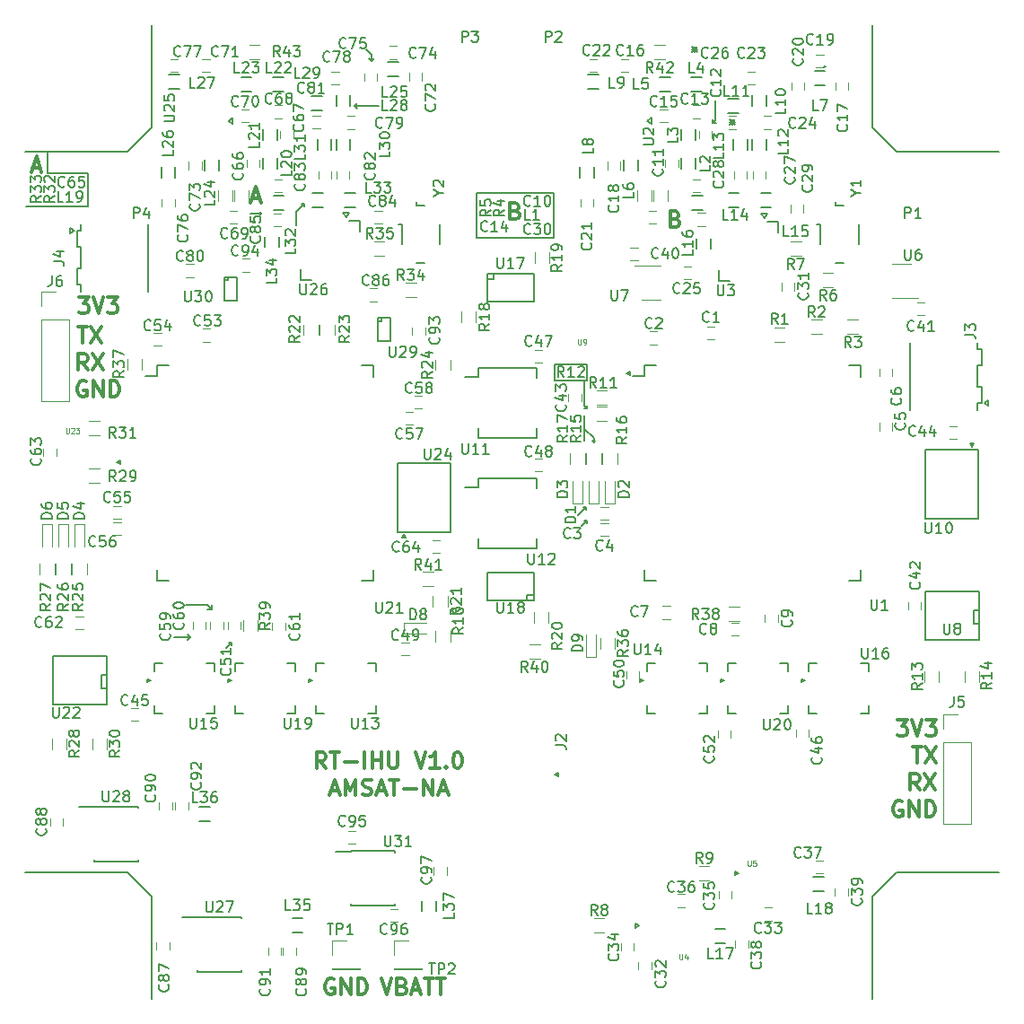
<source format=gbr>
G04 #@! TF.GenerationSoftware,KiCad,Pcbnew,no-vcs-found*
G04 #@! TF.CreationDate,2018-08-11T17:43:10-05:00*
G04 #@! TF.ProjectId,rtihu,72746968752E6B696361645F70636200,rev?*
G04 #@! TF.SameCoordinates,Original
G04 #@! TF.FileFunction,Legend,Top*
G04 #@! TF.FilePolarity,Positive*
%FSLAX46Y46*%
G04 Gerber Fmt 4.6, Leading zero omitted, Abs format (unit mm)*
G04 Created by KiCad (PCBNEW no-vcs-found) date Sat Aug 11 17:43:10 2018*
%MOMM*%
%LPD*%
G01*
G04 APERTURE LIST*
%ADD10C,0.100000*%
%ADD11C,0.300000*%
%ADD12C,0.200000*%
%ADD13C,0.150000*%
%ADD14C,0.120000*%
%ADD15C,0.050000*%
G04 APERTURE END LIST*
D10*
D11*
X178439714Y-128181571D02*
X177939714Y-127467285D01*
X177582571Y-128181571D02*
X177582571Y-126681571D01*
X178154000Y-126681571D01*
X178296857Y-126753000D01*
X178368285Y-126824428D01*
X178439714Y-126967285D01*
X178439714Y-127181571D01*
X178368285Y-127324428D01*
X178296857Y-127395857D01*
X178154000Y-127467285D01*
X177582571Y-127467285D01*
X178868285Y-126681571D02*
X179725428Y-126681571D01*
X179296857Y-128181571D02*
X179296857Y-126681571D01*
X180225428Y-127610142D02*
X181368285Y-127610142D01*
X182082571Y-128181571D02*
X182082571Y-126681571D01*
X182796857Y-128181571D02*
X182796857Y-126681571D01*
X182796857Y-127395857D02*
X183654000Y-127395857D01*
X183654000Y-128181571D02*
X183654000Y-126681571D01*
X184368285Y-126681571D02*
X184368285Y-127895857D01*
X184439714Y-128038714D01*
X184511142Y-128110142D01*
X184654000Y-128181571D01*
X184939714Y-128181571D01*
X185082571Y-128110142D01*
X185154000Y-128038714D01*
X185225428Y-127895857D01*
X185225428Y-126681571D01*
X186868285Y-126681571D02*
X187368285Y-128181571D01*
X187868285Y-126681571D01*
X189154000Y-128181571D02*
X188296857Y-128181571D01*
X188725428Y-128181571D02*
X188725428Y-126681571D01*
X188582571Y-126895857D01*
X188439714Y-127038714D01*
X188296857Y-127110142D01*
X189796857Y-128038714D02*
X189868285Y-128110142D01*
X189796857Y-128181571D01*
X189725428Y-128110142D01*
X189796857Y-128038714D01*
X189796857Y-128181571D01*
X190796857Y-126681571D02*
X190939714Y-126681571D01*
X191082571Y-126753000D01*
X191154000Y-126824428D01*
X191225428Y-126967285D01*
X191296857Y-127253000D01*
X191296857Y-127610142D01*
X191225428Y-127895857D01*
X191154000Y-128038714D01*
X191082571Y-128110142D01*
X190939714Y-128181571D01*
X190796857Y-128181571D01*
X190654000Y-128110142D01*
X190582571Y-128038714D01*
X190511142Y-127895857D01*
X190439714Y-127610142D01*
X190439714Y-127253000D01*
X190511142Y-126967285D01*
X190582571Y-126824428D01*
X190654000Y-126753000D01*
X190796857Y-126681571D01*
X178904000Y-130303000D02*
X179618285Y-130303000D01*
X178761142Y-130731571D02*
X179261142Y-129231571D01*
X179761142Y-130731571D01*
X180261142Y-130731571D02*
X180261142Y-129231571D01*
X180761142Y-130303000D01*
X181261142Y-129231571D01*
X181261142Y-130731571D01*
X181904000Y-130660142D02*
X182118285Y-130731571D01*
X182475428Y-130731571D01*
X182618285Y-130660142D01*
X182689714Y-130588714D01*
X182761142Y-130445857D01*
X182761142Y-130303000D01*
X182689714Y-130160142D01*
X182618285Y-130088714D01*
X182475428Y-130017285D01*
X182189714Y-129945857D01*
X182046857Y-129874428D01*
X181975428Y-129803000D01*
X181904000Y-129660142D01*
X181904000Y-129517285D01*
X181975428Y-129374428D01*
X182046857Y-129303000D01*
X182189714Y-129231571D01*
X182546857Y-129231571D01*
X182761142Y-129303000D01*
X183332571Y-130303000D02*
X184046857Y-130303000D01*
X183189714Y-130731571D02*
X183689714Y-129231571D01*
X184189714Y-130731571D01*
X184475428Y-129231571D02*
X185332571Y-129231571D01*
X184904000Y-130731571D02*
X184904000Y-129231571D01*
X185832571Y-130160142D02*
X186975428Y-130160142D01*
X187689714Y-130731571D02*
X187689714Y-129231571D01*
X188546857Y-130731571D01*
X188546857Y-129231571D01*
X189189714Y-130303000D02*
X189904000Y-130303000D01*
X189046857Y-130731571D02*
X189546857Y-129231571D01*
X190046857Y-130731571D01*
D12*
X182753000Y-61468000D02*
X182499000Y-61214000D01*
X182753000Y-61468000D02*
X183007000Y-61214000D01*
X182753000Y-60833000D02*
X182753000Y-61468000D01*
X182245000Y-60325000D02*
X182753000Y-60833000D01*
X214884000Y-67310000D02*
X214884000Y-66929000D01*
X214884000Y-67310000D02*
X215265000Y-67310000D01*
X215138000Y-67056000D02*
X214884000Y-67310000D01*
X215138000Y-66675000D02*
X215138000Y-67056000D01*
X215138000Y-65151000D02*
X215138000Y-66675000D01*
X216535000Y-67183000D02*
X217043000Y-67183000D01*
X216789000Y-67437000D02*
X216789000Y-66929000D01*
X216789000Y-67183000D02*
X216535000Y-67437000D01*
X216789000Y-67183000D02*
X217043000Y-66929000D01*
X216789000Y-67183000D02*
X217043000Y-67437000D01*
X216789000Y-67183000D02*
X216535000Y-66929000D01*
X212979000Y-60071000D02*
X213487000Y-60579000D01*
X212979000Y-60579000D02*
X213487000Y-60071000D01*
X212979000Y-60325000D02*
X213487000Y-60325000D01*
X213233000Y-60071000D02*
X213233000Y-60579000D01*
X199898000Y-78105000D02*
X199898000Y-73914000D01*
X192659000Y-78105000D02*
X199898000Y-78105000D01*
X192659000Y-73914000D02*
X192659000Y-78105000D01*
X199898000Y-73914000D02*
X192659000Y-73914000D01*
D11*
X196322142Y-75584857D02*
X196536428Y-75656285D01*
X196607857Y-75727714D01*
X196679285Y-75870571D01*
X196679285Y-76084857D01*
X196607857Y-76227714D01*
X196536428Y-76299142D01*
X196393571Y-76370571D01*
X195822142Y-76370571D01*
X195822142Y-74870571D01*
X196322142Y-74870571D01*
X196465000Y-74942000D01*
X196536428Y-75013428D01*
X196607857Y-75156285D01*
X196607857Y-75299142D01*
X196536428Y-75442000D01*
X196465000Y-75513428D01*
X196322142Y-75584857D01*
X195822142Y-75584857D01*
X211435142Y-76346857D02*
X211649428Y-76418285D01*
X211720857Y-76489714D01*
X211792285Y-76632571D01*
X211792285Y-76846857D01*
X211720857Y-76989714D01*
X211649428Y-77061142D01*
X211506571Y-77132571D01*
X210935142Y-77132571D01*
X210935142Y-75632571D01*
X211435142Y-75632571D01*
X211578000Y-75704000D01*
X211649428Y-75775428D01*
X211720857Y-75918285D01*
X211720857Y-76061142D01*
X211649428Y-76204000D01*
X211578000Y-76275428D01*
X211435142Y-76346857D01*
X210935142Y-76346857D01*
D12*
X152146000Y-72009000D02*
X152146000Y-70104000D01*
X155956000Y-72009000D02*
X152146000Y-72009000D01*
X155956000Y-75184000D02*
X155956000Y-72009000D01*
X150114000Y-75184000D02*
X155956000Y-75184000D01*
D11*
X150772857Y-71497000D02*
X151487142Y-71497000D01*
X150630000Y-71925571D02*
X151130000Y-70425571D01*
X151630000Y-71925571D01*
X171473857Y-74418000D02*
X172188142Y-74418000D01*
X171331000Y-74846571D02*
X171831000Y-73346571D01*
X172331000Y-74846571D01*
D12*
X172339000Y-75819000D02*
X172212000Y-75946000D01*
X172339000Y-75819000D02*
X172212000Y-75692000D01*
X171323000Y-75819000D02*
X172339000Y-75819000D01*
X176403000Y-74930000D02*
X176149000Y-74930000D01*
X176403000Y-74930000D02*
X176403000Y-75184000D01*
X175641000Y-75692000D02*
X176403000Y-74930000D01*
X175641000Y-76962000D02*
X175641000Y-75692000D01*
X181102000Y-65659000D02*
X181356000Y-65405000D01*
X181102000Y-65659000D02*
X181356000Y-65913000D01*
X183388000Y-65659000D02*
X181102000Y-65659000D01*
X167640000Y-113157000D02*
X167259000Y-113157000D01*
X167640000Y-113157000D02*
X167640000Y-112776000D01*
X167259000Y-112776000D02*
X167640000Y-113157000D01*
X165227000Y-112776000D02*
X167259000Y-112776000D01*
X165608000Y-115824000D02*
X165354000Y-116078000D01*
X165608000Y-115824000D02*
X165354000Y-115570000D01*
X164084000Y-115824000D02*
X165608000Y-115824000D01*
X169545000Y-116332000D02*
X169291000Y-116332000D01*
X169545000Y-116332000D02*
X169545000Y-116586000D01*
X169037000Y-116840000D02*
X169545000Y-116332000D01*
X230000000Y-140250000D02*
X230000000Y-149900000D01*
X232250000Y-138000000D02*
X241900000Y-138000000D01*
X203708000Y-97028000D02*
X202819000Y-96139000D01*
X203708000Y-97409000D02*
X203581000Y-97282000D01*
X203708000Y-97409000D02*
X203835000Y-97282000D01*
X203708000Y-97028000D02*
X203708000Y-97409000D01*
X202819000Y-94869000D02*
X202819000Y-97282000D01*
X202946000Y-103505000D02*
X202692000Y-103505000D01*
X202946000Y-103505000D02*
X202946000Y-103759000D01*
X202184000Y-104267000D02*
X202946000Y-103505000D01*
X203073000Y-104775000D02*
X202819000Y-104775000D01*
X203073000Y-104775000D02*
X203073000Y-105029000D01*
X202565000Y-105283000D02*
X203073000Y-104775000D01*
X203073000Y-91567000D02*
X202819000Y-91567000D01*
X203073000Y-90043000D02*
X203073000Y-91567000D01*
X200025000Y-90043000D02*
X203073000Y-90043000D01*
X200025000Y-91567000D02*
X200025000Y-90043000D01*
X202819000Y-91567000D02*
X200025000Y-91567000D01*
X203073000Y-94234000D02*
X202819000Y-94234000D01*
X203073000Y-94234000D02*
X203073000Y-93980000D01*
X202819000Y-93980000D02*
X203073000Y-94234000D01*
X202819000Y-91567000D02*
X202819000Y-93980000D01*
X225425000Y-61976000D02*
X225552000Y-61976000D01*
D11*
X183654285Y-148022571D02*
X184154285Y-149522571D01*
X184654285Y-148022571D01*
X185654285Y-148736857D02*
X185868571Y-148808285D01*
X185940000Y-148879714D01*
X186011428Y-149022571D01*
X186011428Y-149236857D01*
X185940000Y-149379714D01*
X185868571Y-149451142D01*
X185725714Y-149522571D01*
X185154285Y-149522571D01*
X185154285Y-148022571D01*
X185654285Y-148022571D01*
X185797142Y-148094000D01*
X185868571Y-148165428D01*
X185940000Y-148308285D01*
X185940000Y-148451142D01*
X185868571Y-148594000D01*
X185797142Y-148665428D01*
X185654285Y-148736857D01*
X185154285Y-148736857D01*
X186582857Y-149094000D02*
X187297142Y-149094000D01*
X186440000Y-149522571D02*
X186940000Y-148022571D01*
X187440000Y-149522571D01*
X187725714Y-148022571D02*
X188582857Y-148022571D01*
X188154285Y-149522571D02*
X188154285Y-148022571D01*
X188868571Y-148022571D02*
X189725714Y-148022571D01*
X189297142Y-149522571D02*
X189297142Y-148022571D01*
X179197142Y-148094000D02*
X179054285Y-148022571D01*
X178840000Y-148022571D01*
X178625714Y-148094000D01*
X178482857Y-148236857D01*
X178411428Y-148379714D01*
X178340000Y-148665428D01*
X178340000Y-148879714D01*
X178411428Y-149165428D01*
X178482857Y-149308285D01*
X178625714Y-149451142D01*
X178840000Y-149522571D01*
X178982857Y-149522571D01*
X179197142Y-149451142D01*
X179268571Y-149379714D01*
X179268571Y-148879714D01*
X178982857Y-148879714D01*
X179911428Y-149522571D02*
X179911428Y-148022571D01*
X180768571Y-149522571D01*
X180768571Y-148022571D01*
X181482857Y-149522571D02*
X181482857Y-148022571D01*
X181840000Y-148022571D01*
X182054285Y-148094000D01*
X182197142Y-148236857D01*
X182268571Y-148379714D01*
X182340000Y-148665428D01*
X182340000Y-148879714D01*
X182268571Y-149165428D01*
X182197142Y-149308285D01*
X182054285Y-149451142D01*
X181840000Y-149522571D01*
X181482857Y-149522571D01*
X155829142Y-91706000D02*
X155686285Y-91634571D01*
X155472000Y-91634571D01*
X155257714Y-91706000D01*
X155114857Y-91848857D01*
X155043428Y-91991714D01*
X154972000Y-92277428D01*
X154972000Y-92491714D01*
X155043428Y-92777428D01*
X155114857Y-92920285D01*
X155257714Y-93063142D01*
X155472000Y-93134571D01*
X155614857Y-93134571D01*
X155829142Y-93063142D01*
X155900571Y-92991714D01*
X155900571Y-92491714D01*
X155614857Y-92491714D01*
X156543428Y-93134571D02*
X156543428Y-91634571D01*
X157400571Y-93134571D01*
X157400571Y-91634571D01*
X158114857Y-93134571D02*
X158114857Y-91634571D01*
X158472000Y-91634571D01*
X158686285Y-91706000D01*
X158829142Y-91848857D01*
X158900571Y-91991714D01*
X158972000Y-92277428D01*
X158972000Y-92491714D01*
X158900571Y-92777428D01*
X158829142Y-92920285D01*
X158686285Y-93063142D01*
X158472000Y-93134571D01*
X158114857Y-93134571D01*
X155114857Y-83760571D02*
X156043428Y-83760571D01*
X155543428Y-84332000D01*
X155757714Y-84332000D01*
X155900571Y-84403428D01*
X155972000Y-84474857D01*
X156043428Y-84617714D01*
X156043428Y-84974857D01*
X155972000Y-85117714D01*
X155900571Y-85189142D01*
X155757714Y-85260571D01*
X155329142Y-85260571D01*
X155186285Y-85189142D01*
X155114857Y-85117714D01*
X156472000Y-83760571D02*
X156972000Y-85260571D01*
X157472000Y-83760571D01*
X157829142Y-83760571D02*
X158757714Y-83760571D01*
X158257714Y-84332000D01*
X158472000Y-84332000D01*
X158614857Y-84403428D01*
X158686285Y-84474857D01*
X158757714Y-84617714D01*
X158757714Y-84974857D01*
X158686285Y-85117714D01*
X158614857Y-85189142D01*
X158472000Y-85260571D01*
X158043428Y-85260571D01*
X157900571Y-85189142D01*
X157829142Y-85117714D01*
X155067142Y-86554571D02*
X155924285Y-86554571D01*
X155495714Y-88054571D02*
X155495714Y-86554571D01*
X156281428Y-86554571D02*
X157281428Y-88054571D01*
X157281428Y-86554571D02*
X156281428Y-88054571D01*
X155960000Y-90594571D02*
X155460000Y-89880285D01*
X155102857Y-90594571D02*
X155102857Y-89094571D01*
X155674285Y-89094571D01*
X155817142Y-89166000D01*
X155888571Y-89237428D01*
X155960000Y-89380285D01*
X155960000Y-89594571D01*
X155888571Y-89737428D01*
X155817142Y-89808857D01*
X155674285Y-89880285D01*
X155102857Y-89880285D01*
X156460000Y-89094571D02*
X157460000Y-90594571D01*
X157460000Y-89094571D02*
X156460000Y-90594571D01*
X232791142Y-131330000D02*
X232648285Y-131258571D01*
X232434000Y-131258571D01*
X232219714Y-131330000D01*
X232076857Y-131472857D01*
X232005428Y-131615714D01*
X231934000Y-131901428D01*
X231934000Y-132115714D01*
X232005428Y-132401428D01*
X232076857Y-132544285D01*
X232219714Y-132687142D01*
X232434000Y-132758571D01*
X232576857Y-132758571D01*
X232791142Y-132687142D01*
X232862571Y-132615714D01*
X232862571Y-132115714D01*
X232576857Y-132115714D01*
X233505428Y-132758571D02*
X233505428Y-131258571D01*
X234362571Y-132758571D01*
X234362571Y-131258571D01*
X235076857Y-132758571D02*
X235076857Y-131258571D01*
X235434000Y-131258571D01*
X235648285Y-131330000D01*
X235791142Y-131472857D01*
X235862571Y-131615714D01*
X235934000Y-131901428D01*
X235934000Y-132115714D01*
X235862571Y-132401428D01*
X235791142Y-132544285D01*
X235648285Y-132687142D01*
X235434000Y-132758571D01*
X235076857Y-132758571D01*
X234446000Y-130218571D02*
X233946000Y-129504285D01*
X233588857Y-130218571D02*
X233588857Y-128718571D01*
X234160285Y-128718571D01*
X234303142Y-128790000D01*
X234374571Y-128861428D01*
X234446000Y-129004285D01*
X234446000Y-129218571D01*
X234374571Y-129361428D01*
X234303142Y-129432857D01*
X234160285Y-129504285D01*
X233588857Y-129504285D01*
X234946000Y-128718571D02*
X235946000Y-130218571D01*
X235946000Y-128718571D02*
X234946000Y-130218571D01*
X233807142Y-126178571D02*
X234664285Y-126178571D01*
X234235714Y-127678571D02*
X234235714Y-126178571D01*
X235021428Y-126178571D02*
X236021428Y-127678571D01*
X236021428Y-126178571D02*
X235021428Y-127678571D01*
X232330857Y-123638571D02*
X233259428Y-123638571D01*
X232759428Y-124210000D01*
X232973714Y-124210000D01*
X233116571Y-124281428D01*
X233188000Y-124352857D01*
X233259428Y-124495714D01*
X233259428Y-124852857D01*
X233188000Y-124995714D01*
X233116571Y-125067142D01*
X232973714Y-125138571D01*
X232545142Y-125138571D01*
X232402285Y-125067142D01*
X232330857Y-124995714D01*
X233688000Y-123638571D02*
X234188000Y-125138571D01*
X234688000Y-123638571D01*
X235045142Y-123638571D02*
X235973714Y-123638571D01*
X235473714Y-124210000D01*
X235688000Y-124210000D01*
X235830857Y-124281428D01*
X235902285Y-124352857D01*
X235973714Y-124495714D01*
X235973714Y-124852857D01*
X235902285Y-124995714D01*
X235830857Y-125067142D01*
X235688000Y-125138571D01*
X235259428Y-125138571D01*
X235116571Y-125067142D01*
X235045142Y-124995714D01*
D12*
X230000000Y-67750000D02*
X230000000Y-58100000D01*
X232250000Y-70000000D02*
X241900000Y-70000000D01*
X162000000Y-67750000D02*
X162000000Y-58100000D01*
X159750000Y-70000000D02*
X162000000Y-67750000D01*
X159750000Y-70000000D02*
X150100000Y-70000000D01*
X232250000Y-70000000D02*
X230000000Y-67750000D01*
X230000000Y-140250000D02*
X232250000Y-138000000D01*
X162000000Y-140250000D02*
X162000000Y-149900000D01*
X159750000Y-138000000D02*
X150100000Y-138000000D01*
X162000000Y-140250000D02*
X159750000Y-138000000D01*
D13*
X180632100Y-76492100D02*
X181648100Y-76492100D01*
X181648100Y-76492100D02*
X181648100Y-77508100D01*
X176060100Y-81064100D02*
X176060100Y-82080100D01*
X176060100Y-82080100D02*
X177076100Y-82080100D01*
X180654100Y-75786100D02*
X180354100Y-76186100D01*
X180354100Y-76186100D02*
X180054100Y-75786100D01*
X180054100Y-75786100D02*
X180654100Y-75786100D01*
X220091000Y-76581000D02*
X221107000Y-76581000D01*
X221107000Y-76581000D02*
X221107000Y-77597000D01*
X215519000Y-81153000D02*
X215519000Y-82169000D01*
X215519000Y-82169000D02*
X216535000Y-82169000D01*
X220113000Y-75875000D02*
X219813000Y-76275000D01*
X219813000Y-76275000D02*
X219513000Y-75875000D01*
X219513000Y-75875000D02*
X220113000Y-75875000D01*
X209157500Y-66811500D02*
X209157500Y-67411500D01*
X208757500Y-67111500D02*
X209157500Y-66811500D01*
X209157500Y-67411500D02*
X208757500Y-67111500D01*
X169660500Y-66811500D02*
X169660500Y-67411500D01*
X169260500Y-67111500D02*
X169660500Y-66811500D01*
X169660500Y-67411500D02*
X169260500Y-67111500D01*
X200400000Y-128600000D02*
X200050000Y-128750000D01*
X200400000Y-128900000D02*
X200050000Y-128750000D01*
X200400000Y-128900000D02*
X200400000Y-128600000D01*
X227285500Y-75087500D02*
X226485500Y-75087500D01*
X228685500Y-78687500D02*
X228685500Y-76887500D01*
X226485500Y-80487500D02*
X227285500Y-80487500D01*
X225085500Y-76887500D02*
X225085500Y-78687500D01*
X226485500Y-75087500D02*
X226485500Y-74787500D01*
X225085500Y-76887500D02*
X224785500Y-76887500D01*
X162545000Y-91155000D02*
X161445000Y-91155000D01*
X182895000Y-90155000D02*
X181820000Y-90155000D01*
X182895000Y-110505000D02*
X181820000Y-110505000D01*
X162545000Y-110505000D02*
X163620000Y-110505000D01*
X162545000Y-90155000D02*
X163620000Y-90155000D01*
X162545000Y-110505000D02*
X162545000Y-109430000D01*
X182895000Y-110505000D02*
X182895000Y-109430000D01*
X182895000Y-90155000D02*
X182895000Y-91230000D01*
X162545000Y-90155000D02*
X162545000Y-91155000D01*
X183190000Y-122250000D02*
X183190000Y-123000000D01*
X182440000Y-123000000D02*
X183190000Y-123000000D01*
X177490000Y-123000000D02*
X178240000Y-123000000D01*
X177490000Y-123000000D02*
X177490000Y-122250000D01*
X177490000Y-118300000D02*
X177490000Y-119050000D01*
X177490000Y-118300000D02*
X178240000Y-118300000D01*
X183190000Y-118300000D02*
X183190000Y-119050000D01*
X183190000Y-118300000D02*
X182440000Y-118300000D01*
X177135200Y-119900000D02*
X176835200Y-120050000D01*
X176814600Y-120050000D02*
X176814600Y-119750000D01*
X176835200Y-119750000D02*
X177135200Y-119900000D01*
X214432000Y-122250000D02*
X214432000Y-123000000D01*
X213682000Y-123000000D02*
X214432000Y-123000000D01*
X208732000Y-123000000D02*
X209482000Y-123000000D01*
X208732000Y-123000000D02*
X208732000Y-122250000D01*
X208732000Y-118300000D02*
X208732000Y-119050000D01*
X208732000Y-118300000D02*
X209482000Y-118300000D01*
X214432000Y-118300000D02*
X214432000Y-119050000D01*
X214432000Y-118300000D02*
X213682000Y-118300000D01*
X208377200Y-119900000D02*
X208077200Y-120050000D01*
X208056600Y-120050000D02*
X208056600Y-119750000D01*
X208077200Y-119750000D02*
X208377200Y-119900000D01*
X167950000Y-122250000D02*
X167950000Y-123000000D01*
X167200000Y-123000000D02*
X167950000Y-123000000D01*
X162250000Y-123000000D02*
X163000000Y-123000000D01*
X162250000Y-123000000D02*
X162250000Y-122250000D01*
X162250000Y-118300000D02*
X162250000Y-119050000D01*
X162250000Y-118300000D02*
X163000000Y-118300000D01*
X167950000Y-118300000D02*
X167950000Y-119050000D01*
X167950000Y-118300000D02*
X167200000Y-118300000D01*
X161895200Y-119900000D02*
X161595200Y-120050000D01*
X161574600Y-120050000D02*
X161574600Y-119750000D01*
X161595200Y-119750000D02*
X161895200Y-119900000D01*
X229672000Y-122250000D02*
X229672000Y-123000000D01*
X228922000Y-123000000D02*
X229672000Y-123000000D01*
X223972000Y-123000000D02*
X224722000Y-123000000D01*
X223972000Y-123000000D02*
X223972000Y-122250000D01*
X223972000Y-118300000D02*
X223972000Y-119050000D01*
X223972000Y-118300000D02*
X224722000Y-118300000D01*
X229672000Y-118300000D02*
X229672000Y-119050000D01*
X229672000Y-118300000D02*
X228922000Y-118300000D01*
X223617200Y-119900000D02*
X223317200Y-120050000D01*
X223296600Y-120050000D02*
X223296600Y-119750000D01*
X223317200Y-119750000D02*
X223617200Y-119900000D01*
X175570000Y-122250000D02*
X175570000Y-123000000D01*
X174820000Y-123000000D02*
X175570000Y-123000000D01*
X169870000Y-123000000D02*
X170620000Y-123000000D01*
X169870000Y-123000000D02*
X169870000Y-122250000D01*
X169870000Y-118300000D02*
X169870000Y-119050000D01*
X169870000Y-118300000D02*
X170620000Y-118300000D01*
X175570000Y-118300000D02*
X175570000Y-119050000D01*
X175570000Y-118300000D02*
X174820000Y-118300000D01*
X169515200Y-119900000D02*
X169215200Y-120050000D01*
X169194600Y-120050000D02*
X169194600Y-119750000D01*
X169215200Y-119750000D02*
X169515200Y-119900000D01*
X222052000Y-122250000D02*
X222052000Y-123000000D01*
X221302000Y-123000000D02*
X222052000Y-123000000D01*
X216352000Y-123000000D02*
X217102000Y-123000000D01*
X216352000Y-123000000D02*
X216352000Y-122250000D01*
X216352000Y-118300000D02*
X216352000Y-119050000D01*
X216352000Y-118300000D02*
X217102000Y-118300000D01*
X222052000Y-118300000D02*
X222052000Y-119050000D01*
X222052000Y-118300000D02*
X221302000Y-118300000D01*
X215997200Y-119900000D02*
X215697200Y-120050000D01*
X215676600Y-120050000D02*
X215676600Y-119750000D01*
X215697200Y-119750000D02*
X215997200Y-119900000D01*
X185806000Y-106116000D02*
X185606000Y-106416000D01*
X185606000Y-106416000D02*
X186006000Y-106416000D01*
X186006000Y-106416000D02*
X185806000Y-106116000D01*
X185206000Y-99366000D02*
X185206000Y-105866000D01*
X185206000Y-105866000D02*
X190206000Y-105866000D01*
X190206000Y-105866000D02*
X190206000Y-99366000D01*
X190206000Y-99366000D02*
X185206000Y-99366000D01*
X239390000Y-97846000D02*
X239590000Y-97546000D01*
X239590000Y-97546000D02*
X239190000Y-97546000D01*
X239190000Y-97546000D02*
X239390000Y-97846000D01*
X239990000Y-104596000D02*
X239990000Y-98096000D01*
X239990000Y-98096000D02*
X234990000Y-98096000D01*
X234990000Y-98096000D02*
X234990000Y-104596000D01*
X234990000Y-104596000D02*
X239990000Y-104596000D01*
D14*
X215107000Y-87722000D02*
X214407000Y-87722000D01*
X214407000Y-86522000D02*
X215107000Y-86522000D01*
X209709500Y-88166500D02*
X209009500Y-88166500D01*
X209009500Y-86966500D02*
X209709500Y-86966500D01*
X204374000Y-103540000D02*
X205074000Y-103540000D01*
X205074000Y-104740000D02*
X204374000Y-104740000D01*
X205074000Y-106264000D02*
X204374000Y-106264000D01*
X204374000Y-105064000D02*
X205074000Y-105064000D01*
X231867000Y-95598500D02*
X231867000Y-96298500D01*
X230667000Y-96298500D02*
X230667000Y-95598500D01*
X230667000Y-91155000D02*
X230667000Y-90455000D01*
X231867000Y-90455000D02*
X231867000Y-91155000D01*
X210916000Y-114074500D02*
X210216000Y-114074500D01*
X210216000Y-112874500D02*
X210916000Y-112874500D01*
X217393000Y-115662000D02*
X216693000Y-115662000D01*
X216693000Y-114462000D02*
X217393000Y-114462000D01*
X221072000Y-113696000D02*
X221072000Y-114396000D01*
X219872000Y-114396000D02*
X219872000Y-113696000D01*
X213073500Y-72615500D02*
X213773500Y-72615500D01*
X213773500Y-73815500D02*
X213073500Y-73815500D01*
X211674000Y-70770000D02*
X211674000Y-71470000D01*
X210474000Y-71470000D02*
X210474000Y-70770000D01*
X213649000Y-68739500D02*
X213649000Y-68039500D01*
X214849000Y-68039500D02*
X214849000Y-68739500D01*
X213073500Y-65630500D02*
X213773500Y-65630500D01*
X213773500Y-66830500D02*
X213073500Y-66830500D01*
X209582500Y-76800000D02*
X208882500Y-76800000D01*
X208882500Y-75600000D02*
X209582500Y-75600000D01*
X210662000Y-67211500D02*
X209962000Y-67211500D01*
X209962000Y-66011500D02*
X210662000Y-66011500D01*
X206979000Y-62449000D02*
X206279000Y-62449000D01*
X206279000Y-61249000D02*
X206979000Y-61249000D01*
X227739500Y-63467500D02*
X227739500Y-64167500D01*
X226539500Y-64167500D02*
X226539500Y-63467500D01*
X206213000Y-70960500D02*
X206213000Y-71660500D01*
X205013000Y-71660500D02*
X205013000Y-70960500D01*
X224694000Y-60868000D02*
X225394000Y-60868000D01*
X225394000Y-62068000D02*
X224694000Y-62068000D01*
X222348500Y-64167500D02*
X222348500Y-63467500D01*
X223548500Y-63467500D02*
X223548500Y-64167500D01*
X202473000Y-75153000D02*
X202473000Y-74453000D01*
X203673000Y-74453000D02*
X203673000Y-75153000D01*
X203294500Y-61249000D02*
X203994500Y-61249000D01*
X203994500Y-62449000D02*
X203294500Y-62449000D01*
X218917000Y-63655500D02*
X218217000Y-63655500D01*
X218217000Y-62455500D02*
X218917000Y-62455500D01*
X220441000Y-67846500D02*
X219741000Y-67846500D01*
X219741000Y-66646500D02*
X220441000Y-66646500D01*
X212884500Y-82007000D02*
X212184500Y-82007000D01*
X212184500Y-80807000D02*
X212884500Y-80807000D01*
X216439000Y-66646500D02*
X217139000Y-66646500D01*
X217139000Y-67846500D02*
X216439000Y-67846500D01*
X219929000Y-71849500D02*
X219929000Y-72549500D01*
X218729000Y-72549500D02*
X218729000Y-71849500D01*
X218151000Y-71849500D02*
X218151000Y-72549500D01*
X216951000Y-72549500D02*
X216951000Y-71849500D01*
X223485000Y-75024500D02*
X223485000Y-75724500D01*
X222285000Y-75724500D02*
X222285000Y-75024500D01*
X214218000Y-76990500D02*
X213518000Y-76990500D01*
X213518000Y-75790500D02*
X214218000Y-75790500D01*
X221459500Y-83090500D02*
X221459500Y-82390500D01*
X222659500Y-82390500D02*
X222659500Y-83090500D01*
X209134000Y-146462000D02*
X209134000Y-147162000D01*
X207934000Y-147162000D02*
X207934000Y-146462000D01*
X219804500Y-141322500D02*
X220504500Y-141322500D01*
X220504500Y-142522500D02*
X219804500Y-142522500D01*
X206283000Y-145384000D02*
X206283000Y-144684000D01*
X207483000Y-144684000D02*
X207483000Y-145384000D01*
X216690500Y-139731000D02*
X216690500Y-140431000D01*
X215490500Y-140431000D02*
X215490500Y-139731000D01*
X211613000Y-140052500D02*
X212313000Y-140052500D01*
X212313000Y-141252500D02*
X211613000Y-141252500D01*
X225330500Y-138077500D02*
X224630500Y-138077500D01*
X224630500Y-136877500D02*
X225330500Y-136877500D01*
X217078000Y-145130000D02*
X217078000Y-144430000D01*
X218278000Y-144430000D02*
X218278000Y-145130000D01*
X227676000Y-139477000D02*
X227676000Y-140177000D01*
X226476000Y-140177000D02*
X226476000Y-139477000D01*
X207168000Y-79029000D02*
X207868000Y-79029000D01*
X207868000Y-80229000D02*
X207168000Y-80229000D01*
X234919000Y-85436000D02*
X234219000Y-85436000D01*
X234219000Y-84236000D02*
X234919000Y-84236000D01*
X233397500Y-113189500D02*
X233397500Y-112489500D01*
X234597500Y-112489500D02*
X234597500Y-113189500D01*
X202530000Y-92868000D02*
X202530000Y-93568000D01*
X201330000Y-93568000D02*
X201330000Y-92868000D01*
X237267000Y-95920000D02*
X237967000Y-95920000D01*
X237967000Y-97120000D02*
X237267000Y-97120000D01*
X160051000Y-122463000D02*
X160751000Y-122463000D01*
X160751000Y-123663000D02*
X160051000Y-123663000D01*
X223993000Y-124491000D02*
X223993000Y-125191000D01*
X222793000Y-125191000D02*
X222793000Y-124491000D01*
X198151000Y-88681000D02*
X198851000Y-88681000D01*
X198851000Y-89881000D02*
X198151000Y-89881000D01*
X198851000Y-100168000D02*
X198151000Y-100168000D01*
X198151000Y-98968000D02*
X198851000Y-98968000D01*
X186278000Y-117503500D02*
X185578000Y-117503500D01*
X185578000Y-116303500D02*
X186278000Y-116303500D01*
X206791000Y-119730000D02*
X206791000Y-119030000D01*
X207991000Y-119030000D02*
X207991000Y-119730000D01*
X170399000Y-114331000D02*
X170399000Y-115031000D01*
X169199000Y-115031000D02*
X169199000Y-114331000D01*
X216627000Y-124618000D02*
X216627000Y-125318000D01*
X215427000Y-125318000D02*
X215427000Y-124618000D01*
X166845500Y-86712500D02*
X167545500Y-86712500D01*
X167545500Y-87912500D02*
X166845500Y-87912500D01*
X162910000Y-88293500D02*
X162210000Y-88293500D01*
X162210000Y-87093500D02*
X162910000Y-87093500D01*
X158400000Y-103413000D02*
X159100000Y-103413000D01*
X159100000Y-104613000D02*
X158400000Y-104613000D01*
X159100000Y-106137000D02*
X158400000Y-106137000D01*
X158400000Y-104937000D02*
X159100000Y-104937000D01*
X186659000Y-95723000D02*
X185959000Y-95723000D01*
X185959000Y-94523000D02*
X186659000Y-94523000D01*
X186784500Y-92999000D02*
X187484500Y-92999000D01*
X187484500Y-94199000D02*
X186784500Y-94199000D01*
X167097000Y-114331000D02*
X167097000Y-115031000D01*
X165897000Y-115031000D02*
X165897000Y-114331000D01*
X167548000Y-115031000D02*
X167548000Y-114331000D01*
X168748000Y-114331000D02*
X168748000Y-115031000D01*
X173390000Y-115158000D02*
X173390000Y-114458000D01*
X174590000Y-114458000D02*
X174590000Y-115158000D01*
X154844000Y-113827000D02*
X155544000Y-113827000D01*
X155544000Y-115027000D02*
X154844000Y-115027000D01*
X151800000Y-98711500D02*
X151800000Y-98011500D01*
X153000000Y-98011500D02*
X153000000Y-98711500D01*
X188499000Y-106651500D02*
X189199000Y-106651500D01*
X189199000Y-107851500D02*
X188499000Y-107851500D01*
X174276500Y-73815500D02*
X173576500Y-73815500D01*
X173576500Y-72615500D02*
X174276500Y-72615500D01*
X172177000Y-70770000D02*
X172177000Y-71470000D01*
X170977000Y-71470000D02*
X170977000Y-70770000D01*
X175352000Y-68039500D02*
X175352000Y-68739500D01*
X174152000Y-68739500D02*
X174152000Y-68039500D01*
X173576500Y-65630500D02*
X174276500Y-65630500D01*
X174276500Y-66830500D02*
X173576500Y-66830500D01*
X170085500Y-76800000D02*
X169385500Y-76800000D01*
X169385500Y-75600000D02*
X170085500Y-75600000D01*
X170465000Y-66011500D02*
X171165000Y-66011500D01*
X171165000Y-67211500D02*
X170465000Y-67211500D01*
X167482000Y-62449000D02*
X166782000Y-62449000D01*
X166782000Y-61249000D02*
X167482000Y-61249000D01*
X187480500Y-62578500D02*
X187480500Y-63278500D01*
X186280500Y-63278500D02*
X186280500Y-62578500D01*
X165516000Y-71660500D02*
X165516000Y-70960500D01*
X166716000Y-70960500D02*
X166716000Y-71660500D01*
X185135000Y-61242500D02*
X184435000Y-61242500D01*
X184435000Y-60042500D02*
X185135000Y-60042500D01*
X182089500Y-63342000D02*
X182089500Y-62642000D01*
X183289500Y-62642000D02*
X183289500Y-63342000D01*
X164176000Y-74453000D02*
X164176000Y-75153000D01*
X162976000Y-75153000D02*
X162976000Y-74453000D01*
X164497500Y-62449000D02*
X163797500Y-62449000D01*
X163797500Y-61249000D02*
X164497500Y-61249000D01*
X178974000Y-62455500D02*
X179674000Y-62455500D01*
X179674000Y-63655500D02*
X178974000Y-63655500D01*
X181134500Y-67846500D02*
X180434500Y-67846500D01*
X180434500Y-66646500D02*
X181134500Y-66646500D01*
X165958000Y-81816500D02*
X165258000Y-81816500D01*
X165258000Y-80616500D02*
X165958000Y-80616500D01*
X177196000Y-66583000D02*
X177896000Y-66583000D01*
X177896000Y-67783000D02*
X177196000Y-67783000D01*
X179409800Y-72536800D02*
X179409800Y-71836800D01*
X180609800Y-71836800D02*
X180609800Y-72536800D01*
X178958800Y-71836800D02*
X178958800Y-72536800D01*
X177758800Y-72536800D02*
X177758800Y-71836800D01*
X183738000Y-76800000D02*
X183038000Y-76800000D01*
X183038000Y-75600000D02*
X183738000Y-75600000D01*
X174238400Y-77015900D02*
X173538400Y-77015900D01*
X173538400Y-75815900D02*
X174238400Y-75815900D01*
X182593500Y-82902500D02*
X183293500Y-82902500D01*
X183293500Y-84102500D02*
X182593500Y-84102500D01*
X162468000Y-145257000D02*
X162468000Y-144557000D01*
X163668000Y-144557000D02*
X163668000Y-145257000D01*
X152435000Y-133573000D02*
X152435000Y-132873000D01*
X153635000Y-132873000D02*
X153635000Y-133573000D01*
X175606000Y-145065000D02*
X175606000Y-145765000D01*
X174406000Y-145765000D02*
X174406000Y-145065000D01*
X162722000Y-132049000D02*
X162722000Y-131349000D01*
X163922000Y-131349000D02*
X163922000Y-132049000D01*
X173009000Y-145765000D02*
X173009000Y-145065000D01*
X174209000Y-145065000D02*
X174209000Y-145765000D01*
X165446000Y-131349000D02*
X165446000Y-132049000D01*
X164246000Y-132049000D02*
X164246000Y-131349000D01*
X187798000Y-86581500D02*
X187798000Y-87281500D01*
X186598000Y-87281500D02*
X186598000Y-86581500D01*
X171228500Y-81308500D02*
X170528500Y-81308500D01*
X170528500Y-80108500D02*
X171228500Y-80108500D01*
X203208000Y-103154000D02*
X203208000Y-101054000D01*
X204208000Y-103154000D02*
X204208000Y-101054000D01*
X203208000Y-103154000D02*
X204208000Y-103154000D01*
X204732000Y-103154000D02*
X205732000Y-103154000D01*
X205732000Y-103154000D02*
X205732000Y-101054000D01*
X204732000Y-103154000D02*
X204732000Y-101054000D01*
X201684000Y-103154000D02*
X201684000Y-101054000D01*
X202684000Y-103154000D02*
X202684000Y-101054000D01*
X201684000Y-103154000D02*
X202684000Y-103154000D01*
X155694000Y-105126000D02*
X154694000Y-105126000D01*
X154694000Y-105126000D02*
X154694000Y-107226000D01*
X155694000Y-105126000D02*
X155694000Y-107226000D01*
X154170000Y-105126000D02*
X154170000Y-107226000D01*
X153170000Y-105126000D02*
X153170000Y-107226000D01*
X154170000Y-105126000D02*
X153170000Y-105126000D01*
X152646000Y-105126000D02*
X151646000Y-105126000D01*
X151646000Y-105126000D02*
X151646000Y-107226000D01*
X152646000Y-105126000D02*
X152646000Y-107226000D01*
D13*
X212987000Y-74128000D02*
X213987000Y-74128000D01*
X213987000Y-75478000D02*
X212987000Y-75478000D01*
X213336500Y-70620000D02*
X213336500Y-71620000D01*
X211986500Y-71620000D02*
X211986500Y-70620000D01*
X211986500Y-68889500D02*
X211986500Y-67889500D01*
X213336500Y-67889500D02*
X213336500Y-68889500D01*
X213923500Y-64302000D02*
X212923500Y-64302000D01*
X212923500Y-62952000D02*
X213923500Y-62952000D01*
X209939000Y-62952000D02*
X210939000Y-62952000D01*
X210939000Y-64302000D02*
X209939000Y-64302000D01*
X206525500Y-71747000D02*
X206525500Y-70747000D01*
X207875500Y-70747000D02*
X207875500Y-71747000D01*
X225544000Y-63730500D02*
X224544000Y-63730500D01*
X224544000Y-62380500D02*
X225544000Y-62380500D01*
X203748000Y-71445500D02*
X203748000Y-72445500D01*
X202398000Y-72445500D02*
X202398000Y-71445500D01*
X203144000Y-62761500D02*
X204144000Y-62761500D01*
X204144000Y-64111500D02*
X203144000Y-64111500D01*
X218654000Y-65651000D02*
X218654000Y-64651000D01*
X220004000Y-64651000D02*
X220004000Y-65651000D01*
X217352500Y-66334000D02*
X216352500Y-66334000D01*
X216352500Y-64984000D02*
X217352500Y-64984000D01*
X218654000Y-69842000D02*
X218654000Y-68842000D01*
X220004000Y-68842000D02*
X220004000Y-69842000D01*
X216876000Y-69842000D02*
X216876000Y-68842000D01*
X218226000Y-68842000D02*
X218226000Y-69842000D01*
X216416000Y-73874000D02*
X217416000Y-73874000D01*
X217416000Y-75224000D02*
X216416000Y-75224000D01*
X219464000Y-73874000D02*
X220464000Y-73874000D01*
X220464000Y-75224000D02*
X219464000Y-75224000D01*
X214733500Y-78176500D02*
X214733500Y-79176500D01*
X213383500Y-79176500D02*
X213383500Y-78176500D01*
X215146000Y-143343000D02*
X216146000Y-143343000D01*
X216146000Y-144693000D02*
X215146000Y-144693000D01*
X224417000Y-138390000D02*
X225417000Y-138390000D01*
X225417000Y-139740000D02*
X224417000Y-139740000D01*
X174490000Y-75478000D02*
X173490000Y-75478000D01*
X173490000Y-74128000D02*
X174490000Y-74128000D01*
X172489500Y-71620000D02*
X172489500Y-70620000D01*
X173839500Y-70620000D02*
X173839500Y-71620000D01*
X173839500Y-67889500D02*
X173839500Y-68889500D01*
X172489500Y-68889500D02*
X172489500Y-67889500D01*
X174426500Y-64302000D02*
X173426500Y-64302000D01*
X173426500Y-62952000D02*
X174426500Y-62952000D01*
X170442000Y-62952000D02*
X171442000Y-62952000D01*
X171442000Y-64302000D02*
X170442000Y-64302000D01*
X168378500Y-70747000D02*
X168378500Y-71747000D01*
X167028500Y-71747000D02*
X167028500Y-70747000D01*
X185285000Y-62905000D02*
X184285000Y-62905000D01*
X184285000Y-61555000D02*
X185285000Y-61555000D01*
X162901000Y-72445500D02*
X162901000Y-71445500D01*
X164251000Y-71445500D02*
X164251000Y-72445500D01*
X164647500Y-64111500D02*
X163647500Y-64111500D01*
X163647500Y-62761500D02*
X164647500Y-62761500D01*
X179411000Y-65651000D02*
X179411000Y-64651000D01*
X180761000Y-64651000D02*
X180761000Y-65651000D01*
X178096800Y-66130800D02*
X177096800Y-66130800D01*
X177096800Y-64780800D02*
X178096800Y-64780800D01*
X180761000Y-68842000D02*
X180761000Y-69842000D01*
X179411000Y-69842000D02*
X179411000Y-68842000D01*
X177633000Y-69842000D02*
X177633000Y-68842000D01*
X178983000Y-68842000D02*
X178983000Y-69842000D01*
X177173000Y-73874000D02*
X178173000Y-73874000D01*
X178173000Y-75224000D02*
X177173000Y-75224000D01*
X180221000Y-73874000D02*
X181221000Y-73874000D01*
X181221000Y-75224000D02*
X180221000Y-75224000D01*
X172641900Y-79011400D02*
X172641900Y-78011400D01*
X173991900Y-78011400D02*
X173991900Y-79011400D01*
X176268000Y-143677000D02*
X175268000Y-143677000D01*
X175268000Y-142327000D02*
X176268000Y-142327000D01*
X167505000Y-133136000D02*
X166505000Y-133136000D01*
X166505000Y-131786000D02*
X167505000Y-131786000D01*
D14*
X220734000Y-86569000D02*
X221734000Y-86569000D01*
X221734000Y-87929000D02*
X220734000Y-87929000D01*
X224226500Y-85870500D02*
X225226500Y-85870500D01*
X225226500Y-87230500D02*
X224226500Y-87230500D01*
X227655500Y-85870500D02*
X228655500Y-85870500D01*
X228655500Y-87230500D02*
X227655500Y-87230500D01*
X209314500Y-74668000D02*
X209314500Y-73668000D01*
X210674500Y-73668000D02*
X210674500Y-74668000D01*
X209150500Y-73668000D02*
X209150500Y-74668000D01*
X207790500Y-74668000D02*
X207790500Y-73668000D01*
X225306000Y-81425500D02*
X226306000Y-81425500D01*
X226306000Y-82785500D02*
X225306000Y-82785500D01*
X223321500Y-79801000D02*
X222321500Y-79801000D01*
X222321500Y-78441000D02*
X223321500Y-78441000D01*
X203716000Y-142322000D02*
X204716000Y-142322000D01*
X204716000Y-143682000D02*
X203716000Y-143682000D01*
X214622000Y-138729000D02*
X213622000Y-138729000D01*
X213622000Y-137369000D02*
X214622000Y-137369000D01*
X204970000Y-93898000D02*
X203970000Y-93898000D01*
X203970000Y-92538000D02*
X204970000Y-92538000D01*
X203970000Y-94062000D02*
X204970000Y-94062000D01*
X204970000Y-95422000D02*
X203970000Y-95422000D01*
X236265000Y-119007000D02*
X236265000Y-120007000D01*
X234905000Y-120007000D02*
X234905000Y-119007000D01*
X240075000Y-119007000D02*
X240075000Y-120007000D01*
X238715000Y-120007000D02*
X238715000Y-119007000D01*
X204388000Y-98433000D02*
X204388000Y-99433000D01*
X203028000Y-99433000D02*
X203028000Y-98433000D01*
X204552000Y-99433000D02*
X204552000Y-98433000D01*
X205912000Y-98433000D02*
X205912000Y-99433000D01*
X202864000Y-98433000D02*
X202864000Y-99433000D01*
X201504000Y-99433000D02*
X201504000Y-98433000D01*
X191191600Y-86098000D02*
X191191600Y-85098000D01*
X192551600Y-85098000D02*
X192551600Y-86098000D01*
X199498500Y-79510000D02*
X199498500Y-80510000D01*
X198138500Y-80510000D02*
X198138500Y-79510000D01*
X198075000Y-114419000D02*
X198075000Y-113419000D01*
X199435000Y-113419000D02*
X199435000Y-114419000D01*
X188550000Y-112895000D02*
X188550000Y-111895000D01*
X189910000Y-111895000D02*
X189910000Y-112895000D01*
X176358000Y-87304500D02*
X176358000Y-86304500D01*
X177718000Y-86304500D02*
X177718000Y-87304500D01*
X179242000Y-86304500D02*
X179242000Y-87304500D01*
X177882000Y-87304500D02*
X177882000Y-86304500D01*
X190164000Y-89606500D02*
X190164000Y-90606500D01*
X188804000Y-90606500D02*
X188804000Y-89606500D01*
X155874000Y-108847000D02*
X155874000Y-109847000D01*
X154514000Y-109847000D02*
X154514000Y-108847000D01*
X154350000Y-108847000D02*
X154350000Y-109847000D01*
X152990000Y-109847000D02*
X152990000Y-108847000D01*
X151466000Y-109847000D02*
X151466000Y-108847000D01*
X152826000Y-108847000D02*
X152826000Y-109847000D01*
X152609000Y-126357000D02*
X152609000Y-125357000D01*
X153969000Y-125357000D02*
X153969000Y-126357000D01*
X156091000Y-99904000D02*
X157091000Y-99904000D01*
X157091000Y-101264000D02*
X156091000Y-101264000D01*
X156419000Y-126357000D02*
X156419000Y-125357000D01*
X157779000Y-125357000D02*
X157779000Y-126357000D01*
X157091000Y-96755500D02*
X156091000Y-96755500D01*
X156091000Y-95395500D02*
X157091000Y-95395500D01*
X169817500Y-74668000D02*
X169817500Y-73668000D01*
X171177500Y-73668000D02*
X171177500Y-74668000D01*
X169653500Y-73668000D02*
X169653500Y-74668000D01*
X168293500Y-74668000D02*
X168293500Y-73668000D01*
X185961400Y-82339900D02*
X186961400Y-82339900D01*
X186961400Y-83699900D02*
X185961400Y-83699900D01*
X182976900Y-78453700D02*
X183976900Y-78453700D01*
X183976900Y-79813700D02*
X182976900Y-79813700D01*
D13*
X208519000Y-90155000D02*
X208519000Y-91155000D01*
X228869000Y-90155000D02*
X228869000Y-91230000D01*
X228869000Y-110505000D02*
X228869000Y-109430000D01*
X208519000Y-110505000D02*
X208519000Y-109430000D01*
X208519000Y-90155000D02*
X209594000Y-90155000D01*
X208519000Y-110505000D02*
X209594000Y-110505000D01*
X228869000Y-110505000D02*
X227794000Y-110505000D01*
X228869000Y-90155000D02*
X227794000Y-90155000D01*
X208519000Y-91155000D02*
X207419000Y-91155000D01*
X240030000Y-116078000D02*
X234950000Y-116078000D01*
X234950000Y-116078000D02*
X234950000Y-111506000D01*
X234950000Y-111506000D02*
X240030000Y-111506000D01*
X240030000Y-111506000D02*
X240030000Y-116078000D01*
X240030000Y-114554000D02*
X239522000Y-114554000D01*
X239522000Y-114554000D02*
X239522000Y-113284000D01*
X239522000Y-113284000D02*
X240030000Y-113284000D01*
X157226000Y-119380000D02*
X157734000Y-119380000D01*
X157226000Y-120650000D02*
X157226000Y-119380000D01*
X157734000Y-120650000D02*
X157226000Y-120650000D01*
X157734000Y-117602000D02*
X157734000Y-122174000D01*
X152654000Y-117602000D02*
X157734000Y-117602000D01*
X152654000Y-122174000D02*
X152654000Y-117602000D01*
X157734000Y-122174000D02*
X152654000Y-122174000D01*
X185588500Y-76887500D02*
X185288500Y-76887500D01*
X186988500Y-75087500D02*
X186988500Y-74787500D01*
X185588500Y-76887500D02*
X185588500Y-78687500D01*
X186988500Y-80487500D02*
X187788500Y-80487500D01*
X189188500Y-78687500D02*
X189188500Y-76887500D01*
X187788500Y-75087500D02*
X186988500Y-75087500D01*
X206812000Y-90916000D02*
X207112000Y-90716000D01*
X207112000Y-90716000D02*
X207112000Y-91116000D01*
X206812000Y-90916000D02*
X207112000Y-91116000D01*
X158742500Y-99298000D02*
X159042500Y-99498000D01*
X159042500Y-99098000D02*
X159042500Y-99498000D01*
X158742500Y-99298000D02*
X159042500Y-99098000D01*
X192805000Y-90451000D02*
X192805000Y-91251000D01*
X198355000Y-90451000D02*
X198355000Y-91351000D01*
X198355000Y-97001000D02*
X198355000Y-96101000D01*
X192805000Y-97001000D02*
X192805000Y-96101000D01*
X192805000Y-90451000D02*
X198355000Y-90451000D01*
X192805000Y-97001000D02*
X198355000Y-97001000D01*
X192805000Y-91251000D02*
X191530000Y-91251000D01*
X192805000Y-101665000D02*
X191530000Y-101665000D01*
X192805000Y-107415000D02*
X198355000Y-107415000D01*
X192805000Y-100865000D02*
X198355000Y-100865000D01*
X192805000Y-107415000D02*
X192805000Y-106515000D01*
X198355000Y-107415000D02*
X198355000Y-106515000D01*
X198355000Y-100865000D02*
X198355000Y-101765000D01*
X192805000Y-100865000D02*
X192805000Y-101665000D01*
X207970000Y-143018000D02*
X207670000Y-143218000D01*
X207670000Y-143218000D02*
X207670000Y-142818000D01*
X207970000Y-143018000D02*
X207670000Y-142818000D01*
X217368000Y-138065000D02*
X217068000Y-137865000D01*
X217068000Y-138265000D02*
X217068000Y-137865000D01*
X217368000Y-138065000D02*
X217068000Y-138265000D01*
D14*
X231827500Y-83842500D02*
X234277500Y-83842500D01*
X233627500Y-80622500D02*
X231827500Y-80622500D01*
X208205500Y-83969500D02*
X210005500Y-83969500D01*
X210005500Y-80749500D02*
X207555500Y-80749500D01*
D13*
X183359500Y-87904500D02*
X184559500Y-87904500D01*
X183359500Y-85704500D02*
X183359500Y-87904500D01*
X184559500Y-85704500D02*
X183359500Y-85704500D01*
X184559500Y-87904500D02*
X184559500Y-85704500D01*
X183659500Y-86004500D02*
X183359500Y-86004500D01*
X183659500Y-85704500D02*
X183659500Y-86004500D01*
X169181500Y-81831000D02*
X169181500Y-82131000D01*
X169181500Y-82131000D02*
X168881500Y-82131000D01*
X170081500Y-84031000D02*
X170081500Y-81831000D01*
X170081500Y-81831000D02*
X168881500Y-81831000D01*
X168881500Y-81831000D02*
X168881500Y-84031000D01*
X168881500Y-84031000D02*
X170081500Y-84031000D01*
X194234000Y-81504000D02*
X194234000Y-82004000D01*
X194234000Y-82004000D02*
X193634000Y-82004000D01*
X193634000Y-84104000D02*
X193634000Y-81504000D01*
X198034000Y-81504000D02*
X198034000Y-84104000D01*
X198034000Y-84104000D02*
X193634000Y-84104000D01*
X198034000Y-81504000D02*
X193634000Y-81504000D01*
X193634000Y-112298000D02*
X198034000Y-112298000D01*
X193634000Y-109698000D02*
X198034000Y-109698000D01*
X193634000Y-112298000D02*
X193634000Y-109698000D01*
X198034000Y-109698000D02*
X198034000Y-112298000D01*
X197434000Y-111798000D02*
X198034000Y-111798000D01*
X197434000Y-112298000D02*
X197434000Y-111798000D01*
X166327000Y-142255000D02*
X164927000Y-142255000D01*
X166327000Y-147355000D02*
X170477000Y-147355000D01*
X166327000Y-142205000D02*
X170477000Y-142205000D01*
X166327000Y-147355000D02*
X166327000Y-147210000D01*
X170477000Y-147355000D02*
X170477000Y-147210000D01*
X170477000Y-142205000D02*
X170477000Y-142350000D01*
X166327000Y-142205000D02*
X166327000Y-142255000D01*
X156548000Y-131791000D02*
X156548000Y-131841000D01*
X160698000Y-131791000D02*
X160698000Y-131936000D01*
X160698000Y-136941000D02*
X160698000Y-136796000D01*
X156548000Y-136941000D02*
X156548000Y-136796000D01*
X156548000Y-131791000D02*
X160698000Y-131791000D01*
X156548000Y-136941000D02*
X160698000Y-136941000D01*
X156548000Y-131841000D02*
X155148000Y-131841000D01*
D14*
X159721000Y-90543000D02*
X159721000Y-89543000D01*
X161081000Y-89543000D02*
X161081000Y-90543000D01*
X216479500Y-112921500D02*
X217479500Y-112921500D01*
X217479500Y-114281500D02*
X216479500Y-114281500D01*
X172003000Y-114181000D02*
X172003000Y-115181000D01*
X170643000Y-115181000D02*
X170643000Y-114181000D01*
X236668000Y-133410000D02*
X239328000Y-133410000D01*
X236668000Y-125730000D02*
X236668000Y-133410000D01*
X239328000Y-125730000D02*
X239328000Y-133410000D01*
X236668000Y-125730000D02*
X239328000Y-125730000D01*
X236668000Y-124460000D02*
X236668000Y-123130000D01*
X236668000Y-123130000D02*
X237998000Y-123130000D01*
X151578000Y-83252000D02*
X152908000Y-83252000D01*
X151578000Y-84582000D02*
X151578000Y-83252000D01*
X151578000Y-85852000D02*
X154238000Y-85852000D01*
X154238000Y-85852000D02*
X154238000Y-93532000D01*
X151578000Y-85852000D02*
X151578000Y-93532000D01*
X151578000Y-93532000D02*
X154238000Y-93532000D01*
D13*
X240538000Y-93726000D02*
X240919000Y-93980000D01*
X240919000Y-93980000D02*
X240919000Y-93472000D01*
X240919000Y-93472000D02*
X240538000Y-93726000D01*
X240284000Y-90170000D02*
X240284000Y-88646000D01*
X240284000Y-93726000D02*
X240284000Y-92202000D01*
X240284000Y-92202000D02*
X239903000Y-92202000D01*
X239903000Y-92202000D02*
X239903000Y-90170000D01*
X239903000Y-90170000D02*
X240284000Y-90170000D01*
X239903000Y-93726000D02*
X239903000Y-94361000D01*
X239903000Y-93726000D02*
X240284000Y-93726000D01*
X240284000Y-88646000D02*
X239903000Y-88646000D01*
X239903000Y-88646000D02*
X239903000Y-88011000D01*
X233553000Y-94361000D02*
X233553000Y-88011000D01*
X161671000Y-76835000D02*
X161671000Y-83185000D01*
X155321000Y-82550000D02*
X155321000Y-83185000D01*
X154940000Y-82550000D02*
X155321000Y-82550000D01*
X155321000Y-77470000D02*
X154940000Y-77470000D01*
X155321000Y-77470000D02*
X155321000Y-76835000D01*
X155321000Y-81026000D02*
X154940000Y-81026000D01*
X155321000Y-78994000D02*
X155321000Y-81026000D01*
X154940000Y-78994000D02*
X155321000Y-78994000D01*
X154940000Y-77470000D02*
X154940000Y-78994000D01*
X154940000Y-81026000D02*
X154940000Y-82550000D01*
X154305000Y-77724000D02*
X154686000Y-77470000D01*
X154305000Y-77216000D02*
X154305000Y-77724000D01*
X154686000Y-77470000D02*
X154305000Y-77216000D01*
D14*
X179010000Y-147126000D02*
X181670000Y-147126000D01*
X179010000Y-147066000D02*
X179010000Y-147126000D01*
X181670000Y-147066000D02*
X181670000Y-147126000D01*
X179010000Y-147066000D02*
X181670000Y-147066000D01*
X179010000Y-145796000D02*
X179010000Y-144466000D01*
X179010000Y-144466000D02*
X180340000Y-144466000D01*
X184852000Y-144466000D02*
X186182000Y-144466000D01*
X184852000Y-145796000D02*
X184852000Y-144466000D01*
X184852000Y-147066000D02*
X187512000Y-147066000D01*
X187512000Y-147066000D02*
X187512000Y-147126000D01*
X184852000Y-147066000D02*
X184852000Y-147126000D01*
X184852000Y-147126000D02*
X187512000Y-147126000D01*
X185834500Y-114435000D02*
X185834500Y-115435000D01*
X185834500Y-115435000D02*
X187934500Y-115435000D01*
X185834500Y-114435000D02*
X187934500Y-114435000D01*
X202954000Y-117682800D02*
X202954000Y-115582800D01*
X203954000Y-117682800D02*
X203954000Y-115582800D01*
X202954000Y-117682800D02*
X203954000Y-117682800D01*
X188804000Y-116197000D02*
X188804000Y-115197000D01*
X190164000Y-115197000D02*
X190164000Y-116197000D01*
X205708800Y-115882800D02*
X205708800Y-116882800D01*
X204348800Y-116882800D02*
X204348800Y-115882800D01*
X197683500Y-116477500D02*
X198683500Y-116477500D01*
X198683500Y-117837500D02*
X197683500Y-117837500D01*
X187587000Y-109619500D02*
X188587000Y-109619500D01*
X188587000Y-110979500D02*
X187587000Y-110979500D01*
X180561500Y-134083500D02*
X181261500Y-134083500D01*
X181261500Y-135283500D02*
X180561500Y-135283500D01*
X185198500Y-142649500D02*
X184498500Y-142649500D01*
X184498500Y-141449500D02*
X185198500Y-141449500D01*
X189830000Y-137508500D02*
X189830000Y-138208500D01*
X188630000Y-138208500D02*
X188630000Y-137508500D01*
D13*
X187475500Y-141660500D02*
X187475500Y-140660500D01*
X188825500Y-140660500D02*
X188825500Y-141660500D01*
X180805000Y-135982000D02*
X180805000Y-136032000D01*
X184955000Y-135982000D02*
X184955000Y-136127000D01*
X184955000Y-141132000D02*
X184955000Y-140987000D01*
X180805000Y-141132000D02*
X180805000Y-140987000D01*
X180805000Y-135982000D02*
X184955000Y-135982000D01*
X180805000Y-141132000D02*
X184955000Y-141132000D01*
X180805000Y-136032000D02*
X179405000Y-136032000D01*
D14*
X209431000Y-59899000D02*
X210431000Y-59899000D01*
X210431000Y-61259000D02*
X209431000Y-61259000D01*
X172204000Y-61259000D02*
X171204000Y-61259000D01*
X171204000Y-59899000D02*
X172204000Y-59899000D01*
D13*
X176015804Y-82472280D02*
X176015804Y-83281804D01*
X176063423Y-83377042D01*
X176111042Y-83424661D01*
X176206280Y-83472280D01*
X176396757Y-83472280D01*
X176491995Y-83424661D01*
X176539614Y-83377042D01*
X176587233Y-83281804D01*
X176587233Y-82472280D01*
X177015804Y-82567519D02*
X177063423Y-82519900D01*
X177158661Y-82472280D01*
X177396757Y-82472280D01*
X177491995Y-82519900D01*
X177539614Y-82567519D01*
X177587233Y-82662757D01*
X177587233Y-82757995D01*
X177539614Y-82900852D01*
X176968185Y-83472280D01*
X177587233Y-83472280D01*
X178444376Y-82472280D02*
X178253900Y-82472280D01*
X178158661Y-82519900D01*
X178111042Y-82567519D01*
X178015804Y-82710376D01*
X177968185Y-82900852D01*
X177968185Y-83281804D01*
X178015804Y-83377042D01*
X178063423Y-83424661D01*
X178158661Y-83472280D01*
X178349138Y-83472280D01*
X178444376Y-83424661D01*
X178491995Y-83377042D01*
X178539614Y-83281804D01*
X178539614Y-83043709D01*
X178491995Y-82948471D01*
X178444376Y-82900852D01*
X178349138Y-82853233D01*
X178158661Y-82853233D01*
X178063423Y-82900852D01*
X178015804Y-82948471D01*
X177968185Y-83043709D01*
X215392095Y-82573880D02*
X215392095Y-83383404D01*
X215439714Y-83478642D01*
X215487333Y-83526261D01*
X215582571Y-83573880D01*
X215773047Y-83573880D01*
X215868285Y-83526261D01*
X215915904Y-83478642D01*
X215963523Y-83383404D01*
X215963523Y-82573880D01*
X216344476Y-82573880D02*
X216963523Y-82573880D01*
X216630190Y-82954833D01*
X216773047Y-82954833D01*
X216868285Y-83002452D01*
X216915904Y-83050071D01*
X216963523Y-83145309D01*
X216963523Y-83383404D01*
X216915904Y-83478642D01*
X216868285Y-83526261D01*
X216773047Y-83573880D01*
X216487333Y-83573880D01*
X216392095Y-83526261D01*
X216344476Y-83478642D01*
X208367380Y-69341904D02*
X209176904Y-69341904D01*
X209272142Y-69294285D01*
X209319761Y-69246666D01*
X209367380Y-69151428D01*
X209367380Y-68960952D01*
X209319761Y-68865714D01*
X209272142Y-68818095D01*
X209176904Y-68770476D01*
X208367380Y-68770476D01*
X208462619Y-68341904D02*
X208415000Y-68294285D01*
X208367380Y-68199047D01*
X208367380Y-67960952D01*
X208415000Y-67865714D01*
X208462619Y-67818095D01*
X208557857Y-67770476D01*
X208653095Y-67770476D01*
X208795952Y-67818095D01*
X209367380Y-68389523D01*
X209367380Y-67770476D01*
X163155380Y-67151095D02*
X163964904Y-67151095D01*
X164060142Y-67103476D01*
X164107761Y-67055857D01*
X164155380Y-66960619D01*
X164155380Y-66770142D01*
X164107761Y-66674904D01*
X164060142Y-66627285D01*
X163964904Y-66579666D01*
X163155380Y-66579666D01*
X163250619Y-66151095D02*
X163203000Y-66103476D01*
X163155380Y-66008238D01*
X163155380Y-65770142D01*
X163203000Y-65674904D01*
X163250619Y-65627285D01*
X163345857Y-65579666D01*
X163441095Y-65579666D01*
X163583952Y-65627285D01*
X164155380Y-66198714D01*
X164155380Y-65579666D01*
X163155380Y-64674904D02*
X163155380Y-65151095D01*
X163631571Y-65198714D01*
X163583952Y-65151095D01*
X163536333Y-65055857D01*
X163536333Y-64817761D01*
X163583952Y-64722523D01*
X163631571Y-64674904D01*
X163726809Y-64627285D01*
X163964904Y-64627285D01*
X164060142Y-64674904D01*
X164107761Y-64722523D01*
X164155380Y-64817761D01*
X164155380Y-65055857D01*
X164107761Y-65151095D01*
X164060142Y-65198714D01*
X200102380Y-125983333D02*
X200816666Y-125983333D01*
X200959523Y-126030952D01*
X201054761Y-126126190D01*
X201102380Y-126269047D01*
X201102380Y-126364285D01*
X200197619Y-125554761D02*
X200150000Y-125507142D01*
X200102380Y-125411904D01*
X200102380Y-125173809D01*
X200150000Y-125078571D01*
X200197619Y-125030952D01*
X200292857Y-124983333D01*
X200388095Y-124983333D01*
X200530952Y-125030952D01*
X201102380Y-125602380D01*
X201102380Y-124983333D01*
X228449190Y-73882190D02*
X228925380Y-73882190D01*
X227925380Y-74215523D02*
X228449190Y-73882190D01*
X227925380Y-73548857D01*
X228925380Y-72691714D02*
X228925380Y-73263142D01*
X228925380Y-72977428D02*
X227925380Y-72977428D01*
X228068238Y-73072666D01*
X228163476Y-73167904D01*
X228211095Y-73263142D01*
X183165904Y-112482380D02*
X183165904Y-113291904D01*
X183213523Y-113387142D01*
X183261142Y-113434761D01*
X183356380Y-113482380D01*
X183546857Y-113482380D01*
X183642095Y-113434761D01*
X183689714Y-113387142D01*
X183737333Y-113291904D01*
X183737333Y-112482380D01*
X184165904Y-112577619D02*
X184213523Y-112530000D01*
X184308761Y-112482380D01*
X184546857Y-112482380D01*
X184642095Y-112530000D01*
X184689714Y-112577619D01*
X184737333Y-112672857D01*
X184737333Y-112768095D01*
X184689714Y-112910952D01*
X184118285Y-113482380D01*
X184737333Y-113482380D01*
X185689714Y-113482380D02*
X185118285Y-113482380D01*
X185404000Y-113482380D02*
X185404000Y-112482380D01*
X185308761Y-112625238D01*
X185213523Y-112720476D01*
X185118285Y-112768095D01*
X180879904Y-123404380D02*
X180879904Y-124213904D01*
X180927523Y-124309142D01*
X180975142Y-124356761D01*
X181070380Y-124404380D01*
X181260857Y-124404380D01*
X181356095Y-124356761D01*
X181403714Y-124309142D01*
X181451333Y-124213904D01*
X181451333Y-123404380D01*
X182451333Y-124404380D02*
X181879904Y-124404380D01*
X182165619Y-124404380D02*
X182165619Y-123404380D01*
X182070380Y-123547238D01*
X181975142Y-123642476D01*
X181879904Y-123690095D01*
X182784666Y-123404380D02*
X183403714Y-123404380D01*
X183070380Y-123785333D01*
X183213238Y-123785333D01*
X183308476Y-123832952D01*
X183356095Y-123880571D01*
X183403714Y-123975809D01*
X183403714Y-124213904D01*
X183356095Y-124309142D01*
X183308476Y-124356761D01*
X183213238Y-124404380D01*
X182927523Y-124404380D01*
X182832285Y-124356761D01*
X182784666Y-124309142D01*
X207549904Y-116419380D02*
X207549904Y-117228904D01*
X207597523Y-117324142D01*
X207645142Y-117371761D01*
X207740380Y-117419380D01*
X207930857Y-117419380D01*
X208026095Y-117371761D01*
X208073714Y-117324142D01*
X208121333Y-117228904D01*
X208121333Y-116419380D01*
X209121333Y-117419380D02*
X208549904Y-117419380D01*
X208835619Y-117419380D02*
X208835619Y-116419380D01*
X208740380Y-116562238D01*
X208645142Y-116657476D01*
X208549904Y-116705095D01*
X209978476Y-116752714D02*
X209978476Y-117419380D01*
X209740380Y-116371761D02*
X209502285Y-117086047D01*
X210121333Y-117086047D01*
X165639904Y-123404380D02*
X165639904Y-124213904D01*
X165687523Y-124309142D01*
X165735142Y-124356761D01*
X165830380Y-124404380D01*
X166020857Y-124404380D01*
X166116095Y-124356761D01*
X166163714Y-124309142D01*
X166211333Y-124213904D01*
X166211333Y-123404380D01*
X167211333Y-124404380D02*
X166639904Y-124404380D01*
X166925619Y-124404380D02*
X166925619Y-123404380D01*
X166830380Y-123547238D01*
X166735142Y-123642476D01*
X166639904Y-123690095D01*
X168116095Y-123404380D02*
X167639904Y-123404380D01*
X167592285Y-123880571D01*
X167639904Y-123832952D01*
X167735142Y-123785333D01*
X167973238Y-123785333D01*
X168068476Y-123832952D01*
X168116095Y-123880571D01*
X168163714Y-123975809D01*
X168163714Y-124213904D01*
X168116095Y-124309142D01*
X168068476Y-124356761D01*
X167973238Y-124404380D01*
X167735142Y-124404380D01*
X167639904Y-124356761D01*
X167592285Y-124309142D01*
X229012904Y-116800380D02*
X229012904Y-117609904D01*
X229060523Y-117705142D01*
X229108142Y-117752761D01*
X229203380Y-117800380D01*
X229393857Y-117800380D01*
X229489095Y-117752761D01*
X229536714Y-117705142D01*
X229584333Y-117609904D01*
X229584333Y-116800380D01*
X230584333Y-117800380D02*
X230012904Y-117800380D01*
X230298619Y-117800380D02*
X230298619Y-116800380D01*
X230203380Y-116943238D01*
X230108142Y-117038476D01*
X230012904Y-117086095D01*
X231441476Y-116800380D02*
X231251000Y-116800380D01*
X231155761Y-116848000D01*
X231108142Y-116895619D01*
X231012904Y-117038476D01*
X230965285Y-117228952D01*
X230965285Y-117609904D01*
X231012904Y-117705142D01*
X231060523Y-117752761D01*
X231155761Y-117800380D01*
X231346238Y-117800380D01*
X231441476Y-117752761D01*
X231489095Y-117705142D01*
X231536714Y-117609904D01*
X231536714Y-117371809D01*
X231489095Y-117276571D01*
X231441476Y-117228952D01*
X231346238Y-117181333D01*
X231155761Y-117181333D01*
X231060523Y-117228952D01*
X231012904Y-117276571D01*
X230965285Y-117371809D01*
X174529904Y-123404380D02*
X174529904Y-124213904D01*
X174577523Y-124309142D01*
X174625142Y-124356761D01*
X174720380Y-124404380D01*
X174910857Y-124404380D01*
X175006095Y-124356761D01*
X175053714Y-124309142D01*
X175101333Y-124213904D01*
X175101333Y-123404380D01*
X176101333Y-124404380D02*
X175529904Y-124404380D01*
X175815619Y-124404380D02*
X175815619Y-123404380D01*
X175720380Y-123547238D01*
X175625142Y-123642476D01*
X175529904Y-123690095D01*
X176577523Y-124404380D02*
X176768000Y-124404380D01*
X176863238Y-124356761D01*
X176910857Y-124309142D01*
X177006095Y-124166285D01*
X177053714Y-123975809D01*
X177053714Y-123594857D01*
X177006095Y-123499619D01*
X176958476Y-123452000D01*
X176863238Y-123404380D01*
X176672761Y-123404380D01*
X176577523Y-123452000D01*
X176529904Y-123499619D01*
X176482285Y-123594857D01*
X176482285Y-123832952D01*
X176529904Y-123928190D01*
X176577523Y-123975809D01*
X176672761Y-124023428D01*
X176863238Y-124023428D01*
X176958476Y-123975809D01*
X177006095Y-123928190D01*
X177053714Y-123832952D01*
X219741904Y-123531380D02*
X219741904Y-124340904D01*
X219789523Y-124436142D01*
X219837142Y-124483761D01*
X219932380Y-124531380D01*
X220122857Y-124531380D01*
X220218095Y-124483761D01*
X220265714Y-124436142D01*
X220313333Y-124340904D01*
X220313333Y-123531380D01*
X220741904Y-123626619D02*
X220789523Y-123579000D01*
X220884761Y-123531380D01*
X221122857Y-123531380D01*
X221218095Y-123579000D01*
X221265714Y-123626619D01*
X221313333Y-123721857D01*
X221313333Y-123817095D01*
X221265714Y-123959952D01*
X220694285Y-124531380D01*
X221313333Y-124531380D01*
X221932380Y-123531380D02*
X222027619Y-123531380D01*
X222122857Y-123579000D01*
X222170476Y-123626619D01*
X222218095Y-123721857D01*
X222265714Y-123912333D01*
X222265714Y-124150428D01*
X222218095Y-124340904D01*
X222170476Y-124436142D01*
X222122857Y-124483761D01*
X222027619Y-124531380D01*
X221932380Y-124531380D01*
X221837142Y-124483761D01*
X221789523Y-124436142D01*
X221741904Y-124340904D01*
X221694285Y-124150428D01*
X221694285Y-123912333D01*
X221741904Y-123721857D01*
X221789523Y-123626619D01*
X221837142Y-123579000D01*
X221932380Y-123531380D01*
X187737904Y-98004380D02*
X187737904Y-98813904D01*
X187785523Y-98909142D01*
X187833142Y-98956761D01*
X187928380Y-99004380D01*
X188118857Y-99004380D01*
X188214095Y-98956761D01*
X188261714Y-98909142D01*
X188309333Y-98813904D01*
X188309333Y-98004380D01*
X188737904Y-98099619D02*
X188785523Y-98052000D01*
X188880761Y-98004380D01*
X189118857Y-98004380D01*
X189214095Y-98052000D01*
X189261714Y-98099619D01*
X189309333Y-98194857D01*
X189309333Y-98290095D01*
X189261714Y-98432952D01*
X188690285Y-99004380D01*
X189309333Y-99004380D01*
X190166476Y-98337714D02*
X190166476Y-99004380D01*
X189928380Y-97956761D02*
X189690285Y-98671047D01*
X190309333Y-98671047D01*
X234981904Y-104989380D02*
X234981904Y-105798904D01*
X235029523Y-105894142D01*
X235077142Y-105941761D01*
X235172380Y-105989380D01*
X235362857Y-105989380D01*
X235458095Y-105941761D01*
X235505714Y-105894142D01*
X235553333Y-105798904D01*
X235553333Y-104989380D01*
X236553333Y-105989380D02*
X235981904Y-105989380D01*
X236267619Y-105989380D02*
X236267619Y-104989380D01*
X236172380Y-105132238D01*
X236077142Y-105227476D01*
X235981904Y-105275095D01*
X237172380Y-104989380D02*
X237267619Y-104989380D01*
X237362857Y-105037000D01*
X237410476Y-105084619D01*
X237458095Y-105179857D01*
X237505714Y-105370333D01*
X237505714Y-105608428D01*
X237458095Y-105798904D01*
X237410476Y-105894142D01*
X237362857Y-105941761D01*
X237267619Y-105989380D01*
X237172380Y-105989380D01*
X237077142Y-105941761D01*
X237029523Y-105894142D01*
X236981904Y-105798904D01*
X236934285Y-105608428D01*
X236934285Y-105370333D01*
X236981904Y-105179857D01*
X237029523Y-105084619D01*
X237077142Y-105037000D01*
X237172380Y-104989380D01*
X214590333Y-85979142D02*
X214542714Y-86026761D01*
X214399857Y-86074380D01*
X214304619Y-86074380D01*
X214161761Y-86026761D01*
X214066523Y-85931523D01*
X214018904Y-85836285D01*
X213971285Y-85645809D01*
X213971285Y-85502952D01*
X214018904Y-85312476D01*
X214066523Y-85217238D01*
X214161761Y-85122000D01*
X214304619Y-85074380D01*
X214399857Y-85074380D01*
X214542714Y-85122000D01*
X214590333Y-85169619D01*
X215542714Y-86074380D02*
X214971285Y-86074380D01*
X215257000Y-86074380D02*
X215257000Y-85074380D01*
X215161761Y-85217238D01*
X215066523Y-85312476D01*
X214971285Y-85360095D01*
X209192833Y-86590142D02*
X209145214Y-86637761D01*
X209002357Y-86685380D01*
X208907119Y-86685380D01*
X208764261Y-86637761D01*
X208669023Y-86542523D01*
X208621404Y-86447285D01*
X208573785Y-86256809D01*
X208573785Y-86113952D01*
X208621404Y-85923476D01*
X208669023Y-85828238D01*
X208764261Y-85733000D01*
X208907119Y-85685380D01*
X209002357Y-85685380D01*
X209145214Y-85733000D01*
X209192833Y-85780619D01*
X209573785Y-85780619D02*
X209621404Y-85733000D01*
X209716642Y-85685380D01*
X209954738Y-85685380D01*
X210049976Y-85733000D01*
X210097595Y-85780619D01*
X210145214Y-85875857D01*
X210145214Y-85971095D01*
X210097595Y-86113952D01*
X209526166Y-86685380D01*
X210145214Y-86685380D01*
X201509333Y-106402142D02*
X201461714Y-106449761D01*
X201318857Y-106497380D01*
X201223619Y-106497380D01*
X201080761Y-106449761D01*
X200985523Y-106354523D01*
X200937904Y-106259285D01*
X200890285Y-106068809D01*
X200890285Y-105925952D01*
X200937904Y-105735476D01*
X200985523Y-105640238D01*
X201080761Y-105545000D01*
X201223619Y-105497380D01*
X201318857Y-105497380D01*
X201461714Y-105545000D01*
X201509333Y-105592619D01*
X201842666Y-105497380D02*
X202461714Y-105497380D01*
X202128380Y-105878333D01*
X202271238Y-105878333D01*
X202366476Y-105925952D01*
X202414095Y-105973571D01*
X202461714Y-106068809D01*
X202461714Y-106306904D01*
X202414095Y-106402142D01*
X202366476Y-106449761D01*
X202271238Y-106497380D01*
X201985523Y-106497380D01*
X201890285Y-106449761D01*
X201842666Y-106402142D01*
X204557333Y-107545142D02*
X204509714Y-107592761D01*
X204366857Y-107640380D01*
X204271619Y-107640380D01*
X204128761Y-107592761D01*
X204033523Y-107497523D01*
X203985904Y-107402285D01*
X203938285Y-107211809D01*
X203938285Y-107068952D01*
X203985904Y-106878476D01*
X204033523Y-106783238D01*
X204128761Y-106688000D01*
X204271619Y-106640380D01*
X204366857Y-106640380D01*
X204509714Y-106688000D01*
X204557333Y-106735619D01*
X205414476Y-106973714D02*
X205414476Y-107640380D01*
X205176380Y-106592761D02*
X204938285Y-107307047D01*
X205557333Y-107307047D01*
X233021142Y-95607166D02*
X233068761Y-95654785D01*
X233116380Y-95797642D01*
X233116380Y-95892880D01*
X233068761Y-96035738D01*
X232973523Y-96130976D01*
X232878285Y-96178595D01*
X232687809Y-96226214D01*
X232544952Y-96226214D01*
X232354476Y-96178595D01*
X232259238Y-96130976D01*
X232164000Y-96035738D01*
X232116380Y-95892880D01*
X232116380Y-95797642D01*
X232164000Y-95654785D01*
X232211619Y-95607166D01*
X232116380Y-94702404D02*
X232116380Y-95178595D01*
X232592571Y-95226214D01*
X232544952Y-95178595D01*
X232497333Y-95083357D01*
X232497333Y-94845261D01*
X232544952Y-94750023D01*
X232592571Y-94702404D01*
X232687809Y-94654785D01*
X232925904Y-94654785D01*
X233021142Y-94702404D01*
X233068761Y-94750023D01*
X233116380Y-94845261D01*
X233116380Y-95083357D01*
X233068761Y-95178595D01*
X233021142Y-95226214D01*
X232640142Y-93257666D02*
X232687761Y-93305285D01*
X232735380Y-93448142D01*
X232735380Y-93543380D01*
X232687761Y-93686238D01*
X232592523Y-93781476D01*
X232497285Y-93829095D01*
X232306809Y-93876714D01*
X232163952Y-93876714D01*
X231973476Y-93829095D01*
X231878238Y-93781476D01*
X231783000Y-93686238D01*
X231735380Y-93543380D01*
X231735380Y-93448142D01*
X231783000Y-93305285D01*
X231830619Y-93257666D01*
X231735380Y-92400523D02*
X231735380Y-92591000D01*
X231783000Y-92686238D01*
X231830619Y-92733857D01*
X231973476Y-92829095D01*
X232163952Y-92876714D01*
X232544904Y-92876714D01*
X232640142Y-92829095D01*
X232687761Y-92781476D01*
X232735380Y-92686238D01*
X232735380Y-92495761D01*
X232687761Y-92400523D01*
X232640142Y-92352904D01*
X232544904Y-92305285D01*
X232306809Y-92305285D01*
X232211571Y-92352904D01*
X232163952Y-92400523D01*
X232116333Y-92495761D01*
X232116333Y-92686238D01*
X232163952Y-92781476D01*
X232211571Y-92829095D01*
X232306809Y-92876714D01*
X207859333Y-113768142D02*
X207811714Y-113815761D01*
X207668857Y-113863380D01*
X207573619Y-113863380D01*
X207430761Y-113815761D01*
X207335523Y-113720523D01*
X207287904Y-113625285D01*
X207240285Y-113434809D01*
X207240285Y-113291952D01*
X207287904Y-113101476D01*
X207335523Y-113006238D01*
X207430761Y-112911000D01*
X207573619Y-112863380D01*
X207668857Y-112863380D01*
X207811714Y-112911000D01*
X207859333Y-112958619D01*
X208192666Y-112863380D02*
X208859333Y-112863380D01*
X208430761Y-113863380D01*
X214336333Y-115419142D02*
X214288714Y-115466761D01*
X214145857Y-115514380D01*
X214050619Y-115514380D01*
X213907761Y-115466761D01*
X213812523Y-115371523D01*
X213764904Y-115276285D01*
X213717285Y-115085809D01*
X213717285Y-114942952D01*
X213764904Y-114752476D01*
X213812523Y-114657238D01*
X213907761Y-114562000D01*
X214050619Y-114514380D01*
X214145857Y-114514380D01*
X214288714Y-114562000D01*
X214336333Y-114609619D01*
X214907761Y-114942952D02*
X214812523Y-114895333D01*
X214764904Y-114847714D01*
X214717285Y-114752476D01*
X214717285Y-114704857D01*
X214764904Y-114609619D01*
X214812523Y-114562000D01*
X214907761Y-114514380D01*
X215098238Y-114514380D01*
X215193476Y-114562000D01*
X215241095Y-114609619D01*
X215288714Y-114704857D01*
X215288714Y-114752476D01*
X215241095Y-114847714D01*
X215193476Y-114895333D01*
X215098238Y-114942952D01*
X214907761Y-114942952D01*
X214812523Y-114990571D01*
X214764904Y-115038190D01*
X214717285Y-115133428D01*
X214717285Y-115323904D01*
X214764904Y-115419142D01*
X214812523Y-115466761D01*
X214907761Y-115514380D01*
X215098238Y-115514380D01*
X215193476Y-115466761D01*
X215241095Y-115419142D01*
X215288714Y-115323904D01*
X215288714Y-115133428D01*
X215241095Y-115038190D01*
X215193476Y-114990571D01*
X215098238Y-114942952D01*
X222329142Y-114212666D02*
X222376761Y-114260285D01*
X222424380Y-114403142D01*
X222424380Y-114498380D01*
X222376761Y-114641238D01*
X222281523Y-114736476D01*
X222186285Y-114784095D01*
X221995809Y-114831714D01*
X221852952Y-114831714D01*
X221662476Y-114784095D01*
X221567238Y-114736476D01*
X221472000Y-114641238D01*
X221424380Y-114498380D01*
X221424380Y-114403142D01*
X221472000Y-114260285D01*
X221519619Y-114212666D01*
X222424380Y-113736476D02*
X222424380Y-113546000D01*
X222376761Y-113450761D01*
X222329142Y-113403142D01*
X222186285Y-113307904D01*
X221995809Y-113260285D01*
X221614857Y-113260285D01*
X221519619Y-113307904D01*
X221472000Y-113355523D01*
X221424380Y-113450761D01*
X221424380Y-113641238D01*
X221472000Y-113736476D01*
X221519619Y-113784095D01*
X221614857Y-113831714D01*
X221852952Y-113831714D01*
X221948190Y-113784095D01*
X221995809Y-113736476D01*
X222043428Y-113641238D01*
X222043428Y-113450761D01*
X221995809Y-113355523D01*
X221948190Y-113307904D01*
X221852952Y-113260285D01*
X197731142Y-75033142D02*
X197683523Y-75080761D01*
X197540666Y-75128380D01*
X197445428Y-75128380D01*
X197302571Y-75080761D01*
X197207333Y-74985523D01*
X197159714Y-74890285D01*
X197112095Y-74699809D01*
X197112095Y-74556952D01*
X197159714Y-74366476D01*
X197207333Y-74271238D01*
X197302571Y-74176000D01*
X197445428Y-74128380D01*
X197540666Y-74128380D01*
X197683523Y-74176000D01*
X197731142Y-74223619D01*
X198683523Y-75128380D02*
X198112095Y-75128380D01*
X198397809Y-75128380D02*
X198397809Y-74128380D01*
X198302571Y-74271238D01*
X198207333Y-74366476D01*
X198112095Y-74414095D01*
X199302571Y-74128380D02*
X199397809Y-74128380D01*
X199493047Y-74176000D01*
X199540666Y-74223619D01*
X199588285Y-74318857D01*
X199635904Y-74509333D01*
X199635904Y-74747428D01*
X199588285Y-74937904D01*
X199540666Y-75033142D01*
X199493047Y-75080761D01*
X199397809Y-75128380D01*
X199302571Y-75128380D01*
X199207333Y-75080761D01*
X199159714Y-75033142D01*
X199112095Y-74937904D01*
X199064476Y-74747428D01*
X199064476Y-74509333D01*
X199112095Y-74318857D01*
X199159714Y-74223619D01*
X199207333Y-74176000D01*
X199302571Y-74128380D01*
X210161142Y-71635857D02*
X210208761Y-71683476D01*
X210256380Y-71826333D01*
X210256380Y-71921571D01*
X210208761Y-72064428D01*
X210113523Y-72159666D01*
X210018285Y-72207285D01*
X209827809Y-72254904D01*
X209684952Y-72254904D01*
X209494476Y-72207285D01*
X209399238Y-72159666D01*
X209304000Y-72064428D01*
X209256380Y-71921571D01*
X209256380Y-71826333D01*
X209304000Y-71683476D01*
X209351619Y-71635857D01*
X210256380Y-70683476D02*
X210256380Y-71254904D01*
X210256380Y-70969190D02*
X209256380Y-70969190D01*
X209399238Y-71064428D01*
X209494476Y-71159666D01*
X209542095Y-71254904D01*
X210256380Y-69731095D02*
X210256380Y-70302523D01*
X210256380Y-70016809D02*
X209256380Y-70016809D01*
X209399238Y-70112047D01*
X209494476Y-70207285D01*
X209542095Y-70302523D01*
X215622142Y-64142857D02*
X215669761Y-64190476D01*
X215717380Y-64333333D01*
X215717380Y-64428571D01*
X215669761Y-64571428D01*
X215574523Y-64666666D01*
X215479285Y-64714285D01*
X215288809Y-64761904D01*
X215145952Y-64761904D01*
X214955476Y-64714285D01*
X214860238Y-64666666D01*
X214765000Y-64571428D01*
X214717380Y-64428571D01*
X214717380Y-64333333D01*
X214765000Y-64190476D01*
X214812619Y-64142857D01*
X215717380Y-63190476D02*
X215717380Y-63761904D01*
X215717380Y-63476190D02*
X214717380Y-63476190D01*
X214860238Y-63571428D01*
X214955476Y-63666666D01*
X215003095Y-63761904D01*
X214812619Y-62809523D02*
X214765000Y-62761904D01*
X214717380Y-62666666D01*
X214717380Y-62428571D01*
X214765000Y-62333333D01*
X214812619Y-62285714D01*
X214907857Y-62238095D01*
X215003095Y-62238095D01*
X215145952Y-62285714D01*
X215717380Y-62857142D01*
X215717380Y-62238095D01*
X212590142Y-65381142D02*
X212542523Y-65428761D01*
X212399666Y-65476380D01*
X212304428Y-65476380D01*
X212161571Y-65428761D01*
X212066333Y-65333523D01*
X212018714Y-65238285D01*
X211971095Y-65047809D01*
X211971095Y-64904952D01*
X212018714Y-64714476D01*
X212066333Y-64619238D01*
X212161571Y-64524000D01*
X212304428Y-64476380D01*
X212399666Y-64476380D01*
X212542523Y-64524000D01*
X212590142Y-64571619D01*
X213542523Y-65476380D02*
X212971095Y-65476380D01*
X213256809Y-65476380D02*
X213256809Y-64476380D01*
X213161571Y-64619238D01*
X213066333Y-64714476D01*
X212971095Y-64762095D01*
X213875857Y-64476380D02*
X214494904Y-64476380D01*
X214161571Y-64857333D01*
X214304428Y-64857333D01*
X214399666Y-64904952D01*
X214447285Y-64952571D01*
X214494904Y-65047809D01*
X214494904Y-65285904D01*
X214447285Y-65381142D01*
X214399666Y-65428761D01*
X214304428Y-65476380D01*
X214018714Y-65476380D01*
X213923476Y-65428761D01*
X213875857Y-65381142D01*
X193667142Y-77446142D02*
X193619523Y-77493761D01*
X193476666Y-77541380D01*
X193381428Y-77541380D01*
X193238571Y-77493761D01*
X193143333Y-77398523D01*
X193095714Y-77303285D01*
X193048095Y-77112809D01*
X193048095Y-76969952D01*
X193095714Y-76779476D01*
X193143333Y-76684238D01*
X193238571Y-76589000D01*
X193381428Y-76541380D01*
X193476666Y-76541380D01*
X193619523Y-76589000D01*
X193667142Y-76636619D01*
X194619523Y-77541380D02*
X194048095Y-77541380D01*
X194333809Y-77541380D02*
X194333809Y-76541380D01*
X194238571Y-76684238D01*
X194143333Y-76779476D01*
X194048095Y-76827095D01*
X195476666Y-76874714D02*
X195476666Y-77541380D01*
X195238571Y-76493761D02*
X195000476Y-77208047D01*
X195619523Y-77208047D01*
X209669142Y-65635142D02*
X209621523Y-65682761D01*
X209478666Y-65730380D01*
X209383428Y-65730380D01*
X209240571Y-65682761D01*
X209145333Y-65587523D01*
X209097714Y-65492285D01*
X209050095Y-65301809D01*
X209050095Y-65158952D01*
X209097714Y-64968476D01*
X209145333Y-64873238D01*
X209240571Y-64778000D01*
X209383428Y-64730380D01*
X209478666Y-64730380D01*
X209621523Y-64778000D01*
X209669142Y-64825619D01*
X210621523Y-65730380D02*
X210050095Y-65730380D01*
X210335809Y-65730380D02*
X210335809Y-64730380D01*
X210240571Y-64873238D01*
X210145333Y-64968476D01*
X210050095Y-65016095D01*
X211526285Y-64730380D02*
X211050095Y-64730380D01*
X211002476Y-65206571D01*
X211050095Y-65158952D01*
X211145333Y-65111333D01*
X211383428Y-65111333D01*
X211478666Y-65158952D01*
X211526285Y-65206571D01*
X211573904Y-65301809D01*
X211573904Y-65539904D01*
X211526285Y-65635142D01*
X211478666Y-65682761D01*
X211383428Y-65730380D01*
X211145333Y-65730380D01*
X211050095Y-65682761D01*
X211002476Y-65635142D01*
X206494142Y-60809142D02*
X206446523Y-60856761D01*
X206303666Y-60904380D01*
X206208428Y-60904380D01*
X206065571Y-60856761D01*
X205970333Y-60761523D01*
X205922714Y-60666285D01*
X205875095Y-60475809D01*
X205875095Y-60332952D01*
X205922714Y-60142476D01*
X205970333Y-60047238D01*
X206065571Y-59952000D01*
X206208428Y-59904380D01*
X206303666Y-59904380D01*
X206446523Y-59952000D01*
X206494142Y-59999619D01*
X207446523Y-60904380D02*
X206875095Y-60904380D01*
X207160809Y-60904380D02*
X207160809Y-59904380D01*
X207065571Y-60047238D01*
X206970333Y-60142476D01*
X206875095Y-60190095D01*
X208303666Y-59904380D02*
X208113190Y-59904380D01*
X208017952Y-59952000D01*
X207970333Y-59999619D01*
X207875095Y-60142476D01*
X207827476Y-60332952D01*
X207827476Y-60713904D01*
X207875095Y-60809142D01*
X207922714Y-60856761D01*
X208017952Y-60904380D01*
X208208428Y-60904380D01*
X208303666Y-60856761D01*
X208351285Y-60809142D01*
X208398904Y-60713904D01*
X208398904Y-60475809D01*
X208351285Y-60380571D01*
X208303666Y-60332952D01*
X208208428Y-60285333D01*
X208017952Y-60285333D01*
X207922714Y-60332952D01*
X207875095Y-60380571D01*
X207827476Y-60475809D01*
X227560142Y-67444857D02*
X227607761Y-67492476D01*
X227655380Y-67635333D01*
X227655380Y-67730571D01*
X227607761Y-67873428D01*
X227512523Y-67968666D01*
X227417285Y-68016285D01*
X227226809Y-68063904D01*
X227083952Y-68063904D01*
X226893476Y-68016285D01*
X226798238Y-67968666D01*
X226703000Y-67873428D01*
X226655380Y-67730571D01*
X226655380Y-67635333D01*
X226703000Y-67492476D01*
X226750619Y-67444857D01*
X227655380Y-66492476D02*
X227655380Y-67063904D01*
X227655380Y-66778190D02*
X226655380Y-66778190D01*
X226798238Y-66873428D01*
X226893476Y-66968666D01*
X226941095Y-67063904D01*
X226655380Y-66159142D02*
X226655380Y-65492476D01*
X227655380Y-65921047D01*
X205970142Y-75064857D02*
X206017761Y-75112476D01*
X206065380Y-75255333D01*
X206065380Y-75350571D01*
X206017761Y-75493428D01*
X205922523Y-75588666D01*
X205827285Y-75636285D01*
X205636809Y-75683904D01*
X205493952Y-75683904D01*
X205303476Y-75636285D01*
X205208238Y-75588666D01*
X205113000Y-75493428D01*
X205065380Y-75350571D01*
X205065380Y-75255333D01*
X205113000Y-75112476D01*
X205160619Y-75064857D01*
X206065380Y-74112476D02*
X206065380Y-74683904D01*
X206065380Y-74398190D02*
X205065380Y-74398190D01*
X205208238Y-74493428D01*
X205303476Y-74588666D01*
X205351095Y-74683904D01*
X205493952Y-73541047D02*
X205446333Y-73636285D01*
X205398714Y-73683904D01*
X205303476Y-73731523D01*
X205255857Y-73731523D01*
X205160619Y-73683904D01*
X205113000Y-73636285D01*
X205065380Y-73541047D01*
X205065380Y-73350571D01*
X205113000Y-73255333D01*
X205160619Y-73207714D01*
X205255857Y-73160095D01*
X205303476Y-73160095D01*
X205398714Y-73207714D01*
X205446333Y-73255333D01*
X205493952Y-73350571D01*
X205493952Y-73541047D01*
X205541571Y-73636285D01*
X205589190Y-73683904D01*
X205684428Y-73731523D01*
X205874904Y-73731523D01*
X205970142Y-73683904D01*
X206017761Y-73636285D01*
X206065380Y-73541047D01*
X206065380Y-73350571D01*
X206017761Y-73255333D01*
X205970142Y-73207714D01*
X205874904Y-73160095D01*
X205684428Y-73160095D01*
X205589190Y-73207714D01*
X205541571Y-73255333D01*
X205493952Y-73350571D01*
X224401142Y-59793142D02*
X224353523Y-59840761D01*
X224210666Y-59888380D01*
X224115428Y-59888380D01*
X223972571Y-59840761D01*
X223877333Y-59745523D01*
X223829714Y-59650285D01*
X223782095Y-59459809D01*
X223782095Y-59316952D01*
X223829714Y-59126476D01*
X223877333Y-59031238D01*
X223972571Y-58936000D01*
X224115428Y-58888380D01*
X224210666Y-58888380D01*
X224353523Y-58936000D01*
X224401142Y-58983619D01*
X225353523Y-59888380D02*
X224782095Y-59888380D01*
X225067809Y-59888380D02*
X225067809Y-58888380D01*
X224972571Y-59031238D01*
X224877333Y-59126476D01*
X224782095Y-59174095D01*
X225829714Y-59888380D02*
X226020190Y-59888380D01*
X226115428Y-59840761D01*
X226163047Y-59793142D01*
X226258285Y-59650285D01*
X226305904Y-59459809D01*
X226305904Y-59078857D01*
X226258285Y-58983619D01*
X226210666Y-58936000D01*
X226115428Y-58888380D01*
X225924952Y-58888380D01*
X225829714Y-58936000D01*
X225782095Y-58983619D01*
X225734476Y-59078857D01*
X225734476Y-59316952D01*
X225782095Y-59412190D01*
X225829714Y-59459809D01*
X225924952Y-59507428D01*
X226115428Y-59507428D01*
X226210666Y-59459809D01*
X226258285Y-59412190D01*
X226305904Y-59316952D01*
X223369142Y-61221857D02*
X223416761Y-61269476D01*
X223464380Y-61412333D01*
X223464380Y-61507571D01*
X223416761Y-61650428D01*
X223321523Y-61745666D01*
X223226285Y-61793285D01*
X223035809Y-61840904D01*
X222892952Y-61840904D01*
X222702476Y-61793285D01*
X222607238Y-61745666D01*
X222512000Y-61650428D01*
X222464380Y-61507571D01*
X222464380Y-61412333D01*
X222512000Y-61269476D01*
X222559619Y-61221857D01*
X222559619Y-60840904D02*
X222512000Y-60793285D01*
X222464380Y-60698047D01*
X222464380Y-60459952D01*
X222512000Y-60364714D01*
X222559619Y-60317095D01*
X222654857Y-60269476D01*
X222750095Y-60269476D01*
X222892952Y-60317095D01*
X223464380Y-60888523D01*
X223464380Y-60269476D01*
X222464380Y-59650428D02*
X222464380Y-59555190D01*
X222512000Y-59459952D01*
X222559619Y-59412333D01*
X222654857Y-59364714D01*
X222845333Y-59317095D01*
X223083428Y-59317095D01*
X223273904Y-59364714D01*
X223369142Y-59412333D01*
X223416761Y-59459952D01*
X223464380Y-59555190D01*
X223464380Y-59650428D01*
X223416761Y-59745666D01*
X223369142Y-59793285D01*
X223273904Y-59840904D01*
X223083428Y-59888523D01*
X222845333Y-59888523D01*
X222654857Y-59840904D01*
X222559619Y-59793285D01*
X222512000Y-59745666D01*
X222464380Y-59650428D01*
X203430142Y-78620857D02*
X203477761Y-78668476D01*
X203525380Y-78811333D01*
X203525380Y-78906571D01*
X203477761Y-79049428D01*
X203382523Y-79144666D01*
X203287285Y-79192285D01*
X203096809Y-79239904D01*
X202953952Y-79239904D01*
X202763476Y-79192285D01*
X202668238Y-79144666D01*
X202573000Y-79049428D01*
X202525380Y-78906571D01*
X202525380Y-78811333D01*
X202573000Y-78668476D01*
X202620619Y-78620857D01*
X202620619Y-78239904D02*
X202573000Y-78192285D01*
X202525380Y-78097047D01*
X202525380Y-77858952D01*
X202573000Y-77763714D01*
X202620619Y-77716095D01*
X202715857Y-77668476D01*
X202811095Y-77668476D01*
X202953952Y-77716095D01*
X203525380Y-78287523D01*
X203525380Y-77668476D01*
X203525380Y-76716095D02*
X203525380Y-77287523D01*
X203525380Y-77001809D02*
X202525380Y-77001809D01*
X202668238Y-77097047D01*
X202763476Y-77192285D01*
X202811095Y-77287523D01*
X203319142Y-60809142D02*
X203271523Y-60856761D01*
X203128666Y-60904380D01*
X203033428Y-60904380D01*
X202890571Y-60856761D01*
X202795333Y-60761523D01*
X202747714Y-60666285D01*
X202700095Y-60475809D01*
X202700095Y-60332952D01*
X202747714Y-60142476D01*
X202795333Y-60047238D01*
X202890571Y-59952000D01*
X203033428Y-59904380D01*
X203128666Y-59904380D01*
X203271523Y-59952000D01*
X203319142Y-59999619D01*
X203700095Y-59999619D02*
X203747714Y-59952000D01*
X203842952Y-59904380D01*
X204081047Y-59904380D01*
X204176285Y-59952000D01*
X204223904Y-59999619D01*
X204271523Y-60094857D01*
X204271523Y-60190095D01*
X204223904Y-60332952D01*
X203652476Y-60904380D01*
X204271523Y-60904380D01*
X204652476Y-59999619D02*
X204700095Y-59952000D01*
X204795333Y-59904380D01*
X205033428Y-59904380D01*
X205128666Y-59952000D01*
X205176285Y-59999619D01*
X205223904Y-60094857D01*
X205223904Y-60190095D01*
X205176285Y-60332952D01*
X204604857Y-60904380D01*
X205223904Y-60904380D01*
X217924142Y-61063142D02*
X217876523Y-61110761D01*
X217733666Y-61158380D01*
X217638428Y-61158380D01*
X217495571Y-61110761D01*
X217400333Y-61015523D01*
X217352714Y-60920285D01*
X217305095Y-60729809D01*
X217305095Y-60586952D01*
X217352714Y-60396476D01*
X217400333Y-60301238D01*
X217495571Y-60206000D01*
X217638428Y-60158380D01*
X217733666Y-60158380D01*
X217876523Y-60206000D01*
X217924142Y-60253619D01*
X218305095Y-60253619D02*
X218352714Y-60206000D01*
X218447952Y-60158380D01*
X218686047Y-60158380D01*
X218781285Y-60206000D01*
X218828904Y-60253619D01*
X218876523Y-60348857D01*
X218876523Y-60444095D01*
X218828904Y-60586952D01*
X218257476Y-61158380D01*
X218876523Y-61158380D01*
X219209857Y-60158380D02*
X219828904Y-60158380D01*
X219495571Y-60539333D01*
X219638428Y-60539333D01*
X219733666Y-60586952D01*
X219781285Y-60634571D01*
X219828904Y-60729809D01*
X219828904Y-60967904D01*
X219781285Y-61063142D01*
X219733666Y-61110761D01*
X219638428Y-61158380D01*
X219352714Y-61158380D01*
X219257476Y-61110761D01*
X219209857Y-61063142D01*
X222750142Y-67667142D02*
X222702523Y-67714761D01*
X222559666Y-67762380D01*
X222464428Y-67762380D01*
X222321571Y-67714761D01*
X222226333Y-67619523D01*
X222178714Y-67524285D01*
X222131095Y-67333809D01*
X222131095Y-67190952D01*
X222178714Y-67000476D01*
X222226333Y-66905238D01*
X222321571Y-66810000D01*
X222464428Y-66762380D01*
X222559666Y-66762380D01*
X222702523Y-66810000D01*
X222750142Y-66857619D01*
X223131095Y-66857619D02*
X223178714Y-66810000D01*
X223273952Y-66762380D01*
X223512047Y-66762380D01*
X223607285Y-66810000D01*
X223654904Y-66857619D01*
X223702523Y-66952857D01*
X223702523Y-67048095D01*
X223654904Y-67190952D01*
X223083476Y-67762380D01*
X223702523Y-67762380D01*
X224559666Y-67095714D02*
X224559666Y-67762380D01*
X224321571Y-66714761D02*
X224083476Y-67429047D01*
X224702523Y-67429047D01*
X211828142Y-83288142D02*
X211780523Y-83335761D01*
X211637666Y-83383380D01*
X211542428Y-83383380D01*
X211399571Y-83335761D01*
X211304333Y-83240523D01*
X211256714Y-83145285D01*
X211209095Y-82954809D01*
X211209095Y-82811952D01*
X211256714Y-82621476D01*
X211304333Y-82526238D01*
X211399571Y-82431000D01*
X211542428Y-82383380D01*
X211637666Y-82383380D01*
X211780523Y-82431000D01*
X211828142Y-82478619D01*
X212209095Y-82478619D02*
X212256714Y-82431000D01*
X212351952Y-82383380D01*
X212590047Y-82383380D01*
X212685285Y-82431000D01*
X212732904Y-82478619D01*
X212780523Y-82573857D01*
X212780523Y-82669095D01*
X212732904Y-82811952D01*
X212161476Y-83383380D01*
X212780523Y-83383380D01*
X213685285Y-82383380D02*
X213209095Y-82383380D01*
X213161476Y-82859571D01*
X213209095Y-82811952D01*
X213304333Y-82764333D01*
X213542428Y-82764333D01*
X213637666Y-82811952D01*
X213685285Y-82859571D01*
X213732904Y-82954809D01*
X213732904Y-83192904D01*
X213685285Y-83288142D01*
X213637666Y-83335761D01*
X213542428Y-83383380D01*
X213304333Y-83383380D01*
X213209095Y-83335761D01*
X213161476Y-83288142D01*
X214495142Y-61063142D02*
X214447523Y-61110761D01*
X214304666Y-61158380D01*
X214209428Y-61158380D01*
X214066571Y-61110761D01*
X213971333Y-61015523D01*
X213923714Y-60920285D01*
X213876095Y-60729809D01*
X213876095Y-60586952D01*
X213923714Y-60396476D01*
X213971333Y-60301238D01*
X214066571Y-60206000D01*
X214209428Y-60158380D01*
X214304666Y-60158380D01*
X214447523Y-60206000D01*
X214495142Y-60253619D01*
X214876095Y-60253619D02*
X214923714Y-60206000D01*
X215018952Y-60158380D01*
X215257047Y-60158380D01*
X215352285Y-60206000D01*
X215399904Y-60253619D01*
X215447523Y-60348857D01*
X215447523Y-60444095D01*
X215399904Y-60586952D01*
X214828476Y-61158380D01*
X215447523Y-61158380D01*
X216304666Y-60158380D02*
X216114190Y-60158380D01*
X216018952Y-60206000D01*
X215971333Y-60253619D01*
X215876095Y-60396476D01*
X215828476Y-60586952D01*
X215828476Y-60967904D01*
X215876095Y-61063142D01*
X215923714Y-61110761D01*
X216018952Y-61158380D01*
X216209428Y-61158380D01*
X216304666Y-61110761D01*
X216352285Y-61063142D01*
X216399904Y-60967904D01*
X216399904Y-60729809D01*
X216352285Y-60634571D01*
X216304666Y-60586952D01*
X216209428Y-60539333D01*
X216018952Y-60539333D01*
X215923714Y-60586952D01*
X215876095Y-60634571D01*
X215828476Y-60729809D01*
X222607142Y-72397857D02*
X222654761Y-72445476D01*
X222702380Y-72588333D01*
X222702380Y-72683571D01*
X222654761Y-72826428D01*
X222559523Y-72921666D01*
X222464285Y-72969285D01*
X222273809Y-73016904D01*
X222130952Y-73016904D01*
X221940476Y-72969285D01*
X221845238Y-72921666D01*
X221750000Y-72826428D01*
X221702380Y-72683571D01*
X221702380Y-72588333D01*
X221750000Y-72445476D01*
X221797619Y-72397857D01*
X221797619Y-72016904D02*
X221750000Y-71969285D01*
X221702380Y-71874047D01*
X221702380Y-71635952D01*
X221750000Y-71540714D01*
X221797619Y-71493095D01*
X221892857Y-71445476D01*
X221988095Y-71445476D01*
X222130952Y-71493095D01*
X222702380Y-72064523D01*
X222702380Y-71445476D01*
X221702380Y-71112142D02*
X221702380Y-70445476D01*
X222702380Y-70874047D01*
X215876142Y-72778857D02*
X215923761Y-72826476D01*
X215971380Y-72969333D01*
X215971380Y-73064571D01*
X215923761Y-73207428D01*
X215828523Y-73302666D01*
X215733285Y-73350285D01*
X215542809Y-73397904D01*
X215399952Y-73397904D01*
X215209476Y-73350285D01*
X215114238Y-73302666D01*
X215019000Y-73207428D01*
X214971380Y-73064571D01*
X214971380Y-72969333D01*
X215019000Y-72826476D01*
X215066619Y-72778857D01*
X215066619Y-72397904D02*
X215019000Y-72350285D01*
X214971380Y-72255047D01*
X214971380Y-72016952D01*
X215019000Y-71921714D01*
X215066619Y-71874095D01*
X215161857Y-71826476D01*
X215257095Y-71826476D01*
X215399952Y-71874095D01*
X215971380Y-72445523D01*
X215971380Y-71826476D01*
X215399952Y-71255047D02*
X215352333Y-71350285D01*
X215304714Y-71397904D01*
X215209476Y-71445523D01*
X215161857Y-71445523D01*
X215066619Y-71397904D01*
X215019000Y-71350285D01*
X214971380Y-71255047D01*
X214971380Y-71064571D01*
X215019000Y-70969333D01*
X215066619Y-70921714D01*
X215161857Y-70874095D01*
X215209476Y-70874095D01*
X215304714Y-70921714D01*
X215352333Y-70969333D01*
X215399952Y-71064571D01*
X215399952Y-71255047D01*
X215447571Y-71350285D01*
X215495190Y-71397904D01*
X215590428Y-71445523D01*
X215780904Y-71445523D01*
X215876142Y-71397904D01*
X215923761Y-71350285D01*
X215971380Y-71255047D01*
X215971380Y-71064571D01*
X215923761Y-70969333D01*
X215876142Y-70921714D01*
X215780904Y-70874095D01*
X215590428Y-70874095D01*
X215495190Y-70921714D01*
X215447571Y-70969333D01*
X215399952Y-71064571D01*
X224258142Y-73159857D02*
X224305761Y-73207476D01*
X224353380Y-73350333D01*
X224353380Y-73445571D01*
X224305761Y-73588428D01*
X224210523Y-73683666D01*
X224115285Y-73731285D01*
X223924809Y-73778904D01*
X223781952Y-73778904D01*
X223591476Y-73731285D01*
X223496238Y-73683666D01*
X223401000Y-73588428D01*
X223353380Y-73445571D01*
X223353380Y-73350333D01*
X223401000Y-73207476D01*
X223448619Y-73159857D01*
X223448619Y-72778904D02*
X223401000Y-72731285D01*
X223353380Y-72636047D01*
X223353380Y-72397952D01*
X223401000Y-72302714D01*
X223448619Y-72255095D01*
X223543857Y-72207476D01*
X223639095Y-72207476D01*
X223781952Y-72255095D01*
X224353380Y-72826523D01*
X224353380Y-72207476D01*
X224353380Y-71731285D02*
X224353380Y-71540809D01*
X224305761Y-71445571D01*
X224258142Y-71397952D01*
X224115285Y-71302714D01*
X223924809Y-71255095D01*
X223543857Y-71255095D01*
X223448619Y-71302714D01*
X223401000Y-71350333D01*
X223353380Y-71445571D01*
X223353380Y-71636047D01*
X223401000Y-71731285D01*
X223448619Y-71778904D01*
X223543857Y-71826523D01*
X223781952Y-71826523D01*
X223877190Y-71778904D01*
X223924809Y-71731285D01*
X223972428Y-71636047D01*
X223972428Y-71445571D01*
X223924809Y-71350333D01*
X223877190Y-71302714D01*
X223781952Y-71255095D01*
X197731142Y-77700142D02*
X197683523Y-77747761D01*
X197540666Y-77795380D01*
X197445428Y-77795380D01*
X197302571Y-77747761D01*
X197207333Y-77652523D01*
X197159714Y-77557285D01*
X197112095Y-77366809D01*
X197112095Y-77223952D01*
X197159714Y-77033476D01*
X197207333Y-76938238D01*
X197302571Y-76843000D01*
X197445428Y-76795380D01*
X197540666Y-76795380D01*
X197683523Y-76843000D01*
X197731142Y-76890619D01*
X198064476Y-76795380D02*
X198683523Y-76795380D01*
X198350190Y-77176333D01*
X198493047Y-77176333D01*
X198588285Y-77223952D01*
X198635904Y-77271571D01*
X198683523Y-77366809D01*
X198683523Y-77604904D01*
X198635904Y-77700142D01*
X198588285Y-77747761D01*
X198493047Y-77795380D01*
X198207333Y-77795380D01*
X198112095Y-77747761D01*
X198064476Y-77700142D01*
X199302571Y-76795380D02*
X199397809Y-76795380D01*
X199493047Y-76843000D01*
X199540666Y-76890619D01*
X199588285Y-76985857D01*
X199635904Y-77176333D01*
X199635904Y-77414428D01*
X199588285Y-77604904D01*
X199540666Y-77700142D01*
X199493047Y-77747761D01*
X199397809Y-77795380D01*
X199302571Y-77795380D01*
X199207333Y-77747761D01*
X199159714Y-77700142D01*
X199112095Y-77604904D01*
X199064476Y-77414428D01*
X199064476Y-77176333D01*
X199112095Y-76985857D01*
X199159714Y-76890619D01*
X199207333Y-76843000D01*
X199302571Y-76795380D01*
X223877142Y-83319857D02*
X223924761Y-83367476D01*
X223972380Y-83510333D01*
X223972380Y-83605571D01*
X223924761Y-83748428D01*
X223829523Y-83843666D01*
X223734285Y-83891285D01*
X223543809Y-83938904D01*
X223400952Y-83938904D01*
X223210476Y-83891285D01*
X223115238Y-83843666D01*
X223020000Y-83748428D01*
X222972380Y-83605571D01*
X222972380Y-83510333D01*
X223020000Y-83367476D01*
X223067619Y-83319857D01*
X222972380Y-82986523D02*
X222972380Y-82367476D01*
X223353333Y-82700809D01*
X223353333Y-82557952D01*
X223400952Y-82462714D01*
X223448571Y-82415095D01*
X223543809Y-82367476D01*
X223781904Y-82367476D01*
X223877142Y-82415095D01*
X223924761Y-82462714D01*
X223972380Y-82557952D01*
X223972380Y-82843666D01*
X223924761Y-82938904D01*
X223877142Y-82986523D01*
X223972380Y-81415095D02*
X223972380Y-81986523D01*
X223972380Y-81700809D02*
X222972380Y-81700809D01*
X223115238Y-81796047D01*
X223210476Y-81891285D01*
X223258095Y-81986523D01*
X210415142Y-148216857D02*
X210462761Y-148264476D01*
X210510380Y-148407333D01*
X210510380Y-148502571D01*
X210462761Y-148645428D01*
X210367523Y-148740666D01*
X210272285Y-148788285D01*
X210081809Y-148835904D01*
X209938952Y-148835904D01*
X209748476Y-148788285D01*
X209653238Y-148740666D01*
X209558000Y-148645428D01*
X209510380Y-148502571D01*
X209510380Y-148407333D01*
X209558000Y-148264476D01*
X209605619Y-148216857D01*
X209510380Y-147883523D02*
X209510380Y-147264476D01*
X209891333Y-147597809D01*
X209891333Y-147454952D01*
X209938952Y-147359714D01*
X209986571Y-147312095D01*
X210081809Y-147264476D01*
X210319904Y-147264476D01*
X210415142Y-147312095D01*
X210462761Y-147359714D01*
X210510380Y-147454952D01*
X210510380Y-147740666D01*
X210462761Y-147835904D01*
X210415142Y-147883523D01*
X209605619Y-146883523D02*
X209558000Y-146835904D01*
X209510380Y-146740666D01*
X209510380Y-146502571D01*
X209558000Y-146407333D01*
X209605619Y-146359714D01*
X209700857Y-146312095D01*
X209796095Y-146312095D01*
X209938952Y-146359714D01*
X210510380Y-146931142D01*
X210510380Y-146312095D01*
X219511642Y-143613142D02*
X219464023Y-143660761D01*
X219321166Y-143708380D01*
X219225928Y-143708380D01*
X219083071Y-143660761D01*
X218987833Y-143565523D01*
X218940214Y-143470285D01*
X218892595Y-143279809D01*
X218892595Y-143136952D01*
X218940214Y-142946476D01*
X218987833Y-142851238D01*
X219083071Y-142756000D01*
X219225928Y-142708380D01*
X219321166Y-142708380D01*
X219464023Y-142756000D01*
X219511642Y-142803619D01*
X219844976Y-142708380D02*
X220464023Y-142708380D01*
X220130690Y-143089333D01*
X220273547Y-143089333D01*
X220368785Y-143136952D01*
X220416404Y-143184571D01*
X220464023Y-143279809D01*
X220464023Y-143517904D01*
X220416404Y-143613142D01*
X220368785Y-143660761D01*
X220273547Y-143708380D01*
X219987833Y-143708380D01*
X219892595Y-143660761D01*
X219844976Y-143613142D01*
X220797357Y-142708380D02*
X221416404Y-142708380D01*
X221083071Y-143089333D01*
X221225928Y-143089333D01*
X221321166Y-143136952D01*
X221368785Y-143184571D01*
X221416404Y-143279809D01*
X221416404Y-143517904D01*
X221368785Y-143613142D01*
X221321166Y-143660761D01*
X221225928Y-143708380D01*
X220940214Y-143708380D01*
X220844976Y-143660761D01*
X220797357Y-143613142D01*
X205970142Y-145676857D02*
X206017761Y-145724476D01*
X206065380Y-145867333D01*
X206065380Y-145962571D01*
X206017761Y-146105428D01*
X205922523Y-146200666D01*
X205827285Y-146248285D01*
X205636809Y-146295904D01*
X205493952Y-146295904D01*
X205303476Y-146248285D01*
X205208238Y-146200666D01*
X205113000Y-146105428D01*
X205065380Y-145962571D01*
X205065380Y-145867333D01*
X205113000Y-145724476D01*
X205160619Y-145676857D01*
X205065380Y-145343523D02*
X205065380Y-144724476D01*
X205446333Y-145057809D01*
X205446333Y-144914952D01*
X205493952Y-144819714D01*
X205541571Y-144772095D01*
X205636809Y-144724476D01*
X205874904Y-144724476D01*
X205970142Y-144772095D01*
X206017761Y-144819714D01*
X206065380Y-144914952D01*
X206065380Y-145200666D01*
X206017761Y-145295904D01*
X205970142Y-145343523D01*
X205398714Y-143867333D02*
X206065380Y-143867333D01*
X205017761Y-144105428D02*
X205732047Y-144343523D01*
X205732047Y-143724476D01*
X214987142Y-140850857D02*
X215034761Y-140898476D01*
X215082380Y-141041333D01*
X215082380Y-141136571D01*
X215034761Y-141279428D01*
X214939523Y-141374666D01*
X214844285Y-141422285D01*
X214653809Y-141469904D01*
X214510952Y-141469904D01*
X214320476Y-141422285D01*
X214225238Y-141374666D01*
X214130000Y-141279428D01*
X214082380Y-141136571D01*
X214082380Y-141041333D01*
X214130000Y-140898476D01*
X214177619Y-140850857D01*
X214082380Y-140517523D02*
X214082380Y-139898476D01*
X214463333Y-140231809D01*
X214463333Y-140088952D01*
X214510952Y-139993714D01*
X214558571Y-139946095D01*
X214653809Y-139898476D01*
X214891904Y-139898476D01*
X214987142Y-139946095D01*
X215034761Y-139993714D01*
X215082380Y-140088952D01*
X215082380Y-140374666D01*
X215034761Y-140469904D01*
X214987142Y-140517523D01*
X214082380Y-138993714D02*
X214082380Y-139469904D01*
X214558571Y-139517523D01*
X214510952Y-139469904D01*
X214463333Y-139374666D01*
X214463333Y-139136571D01*
X214510952Y-139041333D01*
X214558571Y-138993714D01*
X214653809Y-138946095D01*
X214891904Y-138946095D01*
X214987142Y-138993714D01*
X215034761Y-139041333D01*
X215082380Y-139136571D01*
X215082380Y-139374666D01*
X215034761Y-139469904D01*
X214987142Y-139517523D01*
X211320142Y-139739642D02*
X211272523Y-139787261D01*
X211129666Y-139834880D01*
X211034428Y-139834880D01*
X210891571Y-139787261D01*
X210796333Y-139692023D01*
X210748714Y-139596785D01*
X210701095Y-139406309D01*
X210701095Y-139263452D01*
X210748714Y-139072976D01*
X210796333Y-138977738D01*
X210891571Y-138882500D01*
X211034428Y-138834880D01*
X211129666Y-138834880D01*
X211272523Y-138882500D01*
X211320142Y-138930119D01*
X211653476Y-138834880D02*
X212272523Y-138834880D01*
X211939190Y-139215833D01*
X212082047Y-139215833D01*
X212177285Y-139263452D01*
X212224904Y-139311071D01*
X212272523Y-139406309D01*
X212272523Y-139644404D01*
X212224904Y-139739642D01*
X212177285Y-139787261D01*
X212082047Y-139834880D01*
X211796333Y-139834880D01*
X211701095Y-139787261D01*
X211653476Y-139739642D01*
X213129666Y-138834880D02*
X212939190Y-138834880D01*
X212843952Y-138882500D01*
X212796333Y-138930119D01*
X212701095Y-139072976D01*
X212653476Y-139263452D01*
X212653476Y-139644404D01*
X212701095Y-139739642D01*
X212748714Y-139787261D01*
X212843952Y-139834880D01*
X213034428Y-139834880D01*
X213129666Y-139787261D01*
X213177285Y-139739642D01*
X213224904Y-139644404D01*
X213224904Y-139406309D01*
X213177285Y-139311071D01*
X213129666Y-139263452D01*
X213034428Y-139215833D01*
X212843952Y-139215833D01*
X212748714Y-139263452D01*
X212701095Y-139311071D01*
X212653476Y-139406309D01*
X223258142Y-136501142D02*
X223210523Y-136548761D01*
X223067666Y-136596380D01*
X222972428Y-136596380D01*
X222829571Y-136548761D01*
X222734333Y-136453523D01*
X222686714Y-136358285D01*
X222639095Y-136167809D01*
X222639095Y-136024952D01*
X222686714Y-135834476D01*
X222734333Y-135739238D01*
X222829571Y-135644000D01*
X222972428Y-135596380D01*
X223067666Y-135596380D01*
X223210523Y-135644000D01*
X223258142Y-135691619D01*
X223591476Y-135596380D02*
X224210523Y-135596380D01*
X223877190Y-135977333D01*
X224020047Y-135977333D01*
X224115285Y-136024952D01*
X224162904Y-136072571D01*
X224210523Y-136167809D01*
X224210523Y-136405904D01*
X224162904Y-136501142D01*
X224115285Y-136548761D01*
X224020047Y-136596380D01*
X223734333Y-136596380D01*
X223639095Y-136548761D01*
X223591476Y-136501142D01*
X224543857Y-135596380D02*
X225210523Y-135596380D01*
X224781952Y-136596380D01*
X219432142Y-146438857D02*
X219479761Y-146486476D01*
X219527380Y-146629333D01*
X219527380Y-146724571D01*
X219479761Y-146867428D01*
X219384523Y-146962666D01*
X219289285Y-147010285D01*
X219098809Y-147057904D01*
X218955952Y-147057904D01*
X218765476Y-147010285D01*
X218670238Y-146962666D01*
X218575000Y-146867428D01*
X218527380Y-146724571D01*
X218527380Y-146629333D01*
X218575000Y-146486476D01*
X218622619Y-146438857D01*
X218527380Y-146105523D02*
X218527380Y-145486476D01*
X218908333Y-145819809D01*
X218908333Y-145676952D01*
X218955952Y-145581714D01*
X219003571Y-145534095D01*
X219098809Y-145486476D01*
X219336904Y-145486476D01*
X219432142Y-145534095D01*
X219479761Y-145581714D01*
X219527380Y-145676952D01*
X219527380Y-145962666D01*
X219479761Y-146057904D01*
X219432142Y-146105523D01*
X218955952Y-144915047D02*
X218908333Y-145010285D01*
X218860714Y-145057904D01*
X218765476Y-145105523D01*
X218717857Y-145105523D01*
X218622619Y-145057904D01*
X218575000Y-145010285D01*
X218527380Y-144915047D01*
X218527380Y-144724571D01*
X218575000Y-144629333D01*
X218622619Y-144581714D01*
X218717857Y-144534095D01*
X218765476Y-144534095D01*
X218860714Y-144581714D01*
X218908333Y-144629333D01*
X218955952Y-144724571D01*
X218955952Y-144915047D01*
X219003571Y-145010285D01*
X219051190Y-145057904D01*
X219146428Y-145105523D01*
X219336904Y-145105523D01*
X219432142Y-145057904D01*
X219479761Y-145010285D01*
X219527380Y-144915047D01*
X219527380Y-144724571D01*
X219479761Y-144629333D01*
X219432142Y-144581714D01*
X219336904Y-144534095D01*
X219146428Y-144534095D01*
X219051190Y-144581714D01*
X219003571Y-144629333D01*
X218955952Y-144724571D01*
X228933142Y-140469857D02*
X228980761Y-140517476D01*
X229028380Y-140660333D01*
X229028380Y-140755571D01*
X228980761Y-140898428D01*
X228885523Y-140993666D01*
X228790285Y-141041285D01*
X228599809Y-141088904D01*
X228456952Y-141088904D01*
X228266476Y-141041285D01*
X228171238Y-140993666D01*
X228076000Y-140898428D01*
X228028380Y-140755571D01*
X228028380Y-140660333D01*
X228076000Y-140517476D01*
X228123619Y-140469857D01*
X228028380Y-140136523D02*
X228028380Y-139517476D01*
X228409333Y-139850809D01*
X228409333Y-139707952D01*
X228456952Y-139612714D01*
X228504571Y-139565095D01*
X228599809Y-139517476D01*
X228837904Y-139517476D01*
X228933142Y-139565095D01*
X228980761Y-139612714D01*
X229028380Y-139707952D01*
X229028380Y-139993666D01*
X228980761Y-140088904D01*
X228933142Y-140136523D01*
X229028380Y-139041285D02*
X229028380Y-138850809D01*
X228980761Y-138755571D01*
X228933142Y-138707952D01*
X228790285Y-138612714D01*
X228599809Y-138565095D01*
X228218857Y-138565095D01*
X228123619Y-138612714D01*
X228076000Y-138660333D01*
X228028380Y-138755571D01*
X228028380Y-138946047D01*
X228076000Y-139041285D01*
X228123619Y-139088904D01*
X228218857Y-139136523D01*
X228456952Y-139136523D01*
X228552190Y-139088904D01*
X228599809Y-139041285D01*
X228647428Y-138946047D01*
X228647428Y-138755571D01*
X228599809Y-138660333D01*
X228552190Y-138612714D01*
X228456952Y-138565095D01*
X209796142Y-79986142D02*
X209748523Y-80033761D01*
X209605666Y-80081380D01*
X209510428Y-80081380D01*
X209367571Y-80033761D01*
X209272333Y-79938523D01*
X209224714Y-79843285D01*
X209177095Y-79652809D01*
X209177095Y-79509952D01*
X209224714Y-79319476D01*
X209272333Y-79224238D01*
X209367571Y-79129000D01*
X209510428Y-79081380D01*
X209605666Y-79081380D01*
X209748523Y-79129000D01*
X209796142Y-79176619D01*
X210653285Y-79414714D02*
X210653285Y-80081380D01*
X210415190Y-79033761D02*
X210177095Y-79748047D01*
X210796142Y-79748047D01*
X211367571Y-79081380D02*
X211462809Y-79081380D01*
X211558047Y-79129000D01*
X211605666Y-79176619D01*
X211653285Y-79271857D01*
X211700904Y-79462333D01*
X211700904Y-79700428D01*
X211653285Y-79890904D01*
X211605666Y-79986142D01*
X211558047Y-80033761D01*
X211462809Y-80081380D01*
X211367571Y-80081380D01*
X211272333Y-80033761D01*
X211224714Y-79986142D01*
X211177095Y-79890904D01*
X211129476Y-79700428D01*
X211129476Y-79462333D01*
X211177095Y-79271857D01*
X211224714Y-79176619D01*
X211272333Y-79129000D01*
X211367571Y-79081380D01*
X233926142Y-86844142D02*
X233878523Y-86891761D01*
X233735666Y-86939380D01*
X233640428Y-86939380D01*
X233497571Y-86891761D01*
X233402333Y-86796523D01*
X233354714Y-86701285D01*
X233307095Y-86510809D01*
X233307095Y-86367952D01*
X233354714Y-86177476D01*
X233402333Y-86082238D01*
X233497571Y-85987000D01*
X233640428Y-85939380D01*
X233735666Y-85939380D01*
X233878523Y-85987000D01*
X233926142Y-86034619D01*
X234783285Y-86272714D02*
X234783285Y-86939380D01*
X234545190Y-85891761D02*
X234307095Y-86606047D01*
X234926142Y-86606047D01*
X235830904Y-86939380D02*
X235259476Y-86939380D01*
X235545190Y-86939380D02*
X235545190Y-85939380D01*
X235449952Y-86082238D01*
X235354714Y-86177476D01*
X235259476Y-86225095D01*
X234418142Y-110624857D02*
X234465761Y-110672476D01*
X234513380Y-110815333D01*
X234513380Y-110910571D01*
X234465761Y-111053428D01*
X234370523Y-111148666D01*
X234275285Y-111196285D01*
X234084809Y-111243904D01*
X233941952Y-111243904D01*
X233751476Y-111196285D01*
X233656238Y-111148666D01*
X233561000Y-111053428D01*
X233513380Y-110910571D01*
X233513380Y-110815333D01*
X233561000Y-110672476D01*
X233608619Y-110624857D01*
X233846714Y-109767714D02*
X234513380Y-109767714D01*
X233465761Y-110005809D02*
X234180047Y-110243904D01*
X234180047Y-109624857D01*
X233608619Y-109291523D02*
X233561000Y-109243904D01*
X233513380Y-109148666D01*
X233513380Y-108910571D01*
X233561000Y-108815333D01*
X233608619Y-108767714D01*
X233703857Y-108720095D01*
X233799095Y-108720095D01*
X233941952Y-108767714D01*
X234513380Y-109339142D01*
X234513380Y-108720095D01*
X201017142Y-93860857D02*
X201064761Y-93908476D01*
X201112380Y-94051333D01*
X201112380Y-94146571D01*
X201064761Y-94289428D01*
X200969523Y-94384666D01*
X200874285Y-94432285D01*
X200683809Y-94479904D01*
X200540952Y-94479904D01*
X200350476Y-94432285D01*
X200255238Y-94384666D01*
X200160000Y-94289428D01*
X200112380Y-94146571D01*
X200112380Y-94051333D01*
X200160000Y-93908476D01*
X200207619Y-93860857D01*
X200445714Y-93003714D02*
X201112380Y-93003714D01*
X200064761Y-93241809D02*
X200779047Y-93479904D01*
X200779047Y-92860857D01*
X200112380Y-92575142D02*
X200112380Y-91956095D01*
X200493333Y-92289428D01*
X200493333Y-92146571D01*
X200540952Y-92051333D01*
X200588571Y-92003714D01*
X200683809Y-91956095D01*
X200921904Y-91956095D01*
X201017142Y-92003714D01*
X201064761Y-92051333D01*
X201112380Y-92146571D01*
X201112380Y-92432285D01*
X201064761Y-92527523D01*
X201017142Y-92575142D01*
X234053142Y-96750142D02*
X234005523Y-96797761D01*
X233862666Y-96845380D01*
X233767428Y-96845380D01*
X233624571Y-96797761D01*
X233529333Y-96702523D01*
X233481714Y-96607285D01*
X233434095Y-96416809D01*
X233434095Y-96273952D01*
X233481714Y-96083476D01*
X233529333Y-95988238D01*
X233624571Y-95893000D01*
X233767428Y-95845380D01*
X233862666Y-95845380D01*
X234005523Y-95893000D01*
X234053142Y-95940619D01*
X234910285Y-96178714D02*
X234910285Y-96845380D01*
X234672190Y-95797761D02*
X234434095Y-96512047D01*
X235053142Y-96512047D01*
X235862666Y-96178714D02*
X235862666Y-96845380D01*
X235624571Y-95797761D02*
X235386476Y-96512047D01*
X236005523Y-96512047D01*
X159758142Y-122150142D02*
X159710523Y-122197761D01*
X159567666Y-122245380D01*
X159472428Y-122245380D01*
X159329571Y-122197761D01*
X159234333Y-122102523D01*
X159186714Y-122007285D01*
X159139095Y-121816809D01*
X159139095Y-121673952D01*
X159186714Y-121483476D01*
X159234333Y-121388238D01*
X159329571Y-121293000D01*
X159472428Y-121245380D01*
X159567666Y-121245380D01*
X159710523Y-121293000D01*
X159758142Y-121340619D01*
X160615285Y-121578714D02*
X160615285Y-122245380D01*
X160377190Y-121197761D02*
X160139095Y-121912047D01*
X160758142Y-121912047D01*
X161615285Y-121245380D02*
X161139095Y-121245380D01*
X161091476Y-121721571D01*
X161139095Y-121673952D01*
X161234333Y-121626333D01*
X161472428Y-121626333D01*
X161567666Y-121673952D01*
X161615285Y-121721571D01*
X161662904Y-121816809D01*
X161662904Y-122054904D01*
X161615285Y-122150142D01*
X161567666Y-122197761D01*
X161472428Y-122245380D01*
X161234333Y-122245380D01*
X161139095Y-122197761D01*
X161091476Y-122150142D01*
X225147142Y-127134857D02*
X225194761Y-127182476D01*
X225242380Y-127325333D01*
X225242380Y-127420571D01*
X225194761Y-127563428D01*
X225099523Y-127658666D01*
X225004285Y-127706285D01*
X224813809Y-127753904D01*
X224670952Y-127753904D01*
X224480476Y-127706285D01*
X224385238Y-127658666D01*
X224290000Y-127563428D01*
X224242380Y-127420571D01*
X224242380Y-127325333D01*
X224290000Y-127182476D01*
X224337619Y-127134857D01*
X224575714Y-126277714D02*
X225242380Y-126277714D01*
X224194761Y-126515809D02*
X224909047Y-126753904D01*
X224909047Y-126134857D01*
X224242380Y-125325333D02*
X224242380Y-125515809D01*
X224290000Y-125611047D01*
X224337619Y-125658666D01*
X224480476Y-125753904D01*
X224670952Y-125801523D01*
X225051904Y-125801523D01*
X225147142Y-125753904D01*
X225194761Y-125706285D01*
X225242380Y-125611047D01*
X225242380Y-125420571D01*
X225194761Y-125325333D01*
X225147142Y-125277714D01*
X225051904Y-125230095D01*
X224813809Y-125230095D01*
X224718571Y-125277714D01*
X224670952Y-125325333D01*
X224623333Y-125420571D01*
X224623333Y-125611047D01*
X224670952Y-125706285D01*
X224718571Y-125753904D01*
X224813809Y-125801523D01*
X197858142Y-88241142D02*
X197810523Y-88288761D01*
X197667666Y-88336380D01*
X197572428Y-88336380D01*
X197429571Y-88288761D01*
X197334333Y-88193523D01*
X197286714Y-88098285D01*
X197239095Y-87907809D01*
X197239095Y-87764952D01*
X197286714Y-87574476D01*
X197334333Y-87479238D01*
X197429571Y-87384000D01*
X197572428Y-87336380D01*
X197667666Y-87336380D01*
X197810523Y-87384000D01*
X197858142Y-87431619D01*
X198715285Y-87669714D02*
X198715285Y-88336380D01*
X198477190Y-87288761D02*
X198239095Y-88003047D01*
X198858142Y-88003047D01*
X199143857Y-87336380D02*
X199810523Y-87336380D01*
X199381952Y-88336380D01*
X197858142Y-98655142D02*
X197810523Y-98702761D01*
X197667666Y-98750380D01*
X197572428Y-98750380D01*
X197429571Y-98702761D01*
X197334333Y-98607523D01*
X197286714Y-98512285D01*
X197239095Y-98321809D01*
X197239095Y-98178952D01*
X197286714Y-97988476D01*
X197334333Y-97893238D01*
X197429571Y-97798000D01*
X197572428Y-97750380D01*
X197667666Y-97750380D01*
X197810523Y-97798000D01*
X197858142Y-97845619D01*
X198715285Y-98083714D02*
X198715285Y-98750380D01*
X198477190Y-97702761D02*
X198239095Y-98417047D01*
X198858142Y-98417047D01*
X199381952Y-98178952D02*
X199286714Y-98131333D01*
X199239095Y-98083714D01*
X199191476Y-97988476D01*
X199191476Y-97940857D01*
X199239095Y-97845619D01*
X199286714Y-97798000D01*
X199381952Y-97750380D01*
X199572428Y-97750380D01*
X199667666Y-97798000D01*
X199715285Y-97845619D01*
X199762904Y-97940857D01*
X199762904Y-97988476D01*
X199715285Y-98083714D01*
X199667666Y-98131333D01*
X199572428Y-98178952D01*
X199381952Y-98178952D01*
X199286714Y-98226571D01*
X199239095Y-98274190D01*
X199191476Y-98369428D01*
X199191476Y-98559904D01*
X199239095Y-98655142D01*
X199286714Y-98702761D01*
X199381952Y-98750380D01*
X199572428Y-98750380D01*
X199667666Y-98702761D01*
X199715285Y-98655142D01*
X199762904Y-98559904D01*
X199762904Y-98369428D01*
X199715285Y-98274190D01*
X199667666Y-98226571D01*
X199572428Y-98178952D01*
X185285142Y-115990642D02*
X185237523Y-116038261D01*
X185094666Y-116085880D01*
X184999428Y-116085880D01*
X184856571Y-116038261D01*
X184761333Y-115943023D01*
X184713714Y-115847785D01*
X184666095Y-115657309D01*
X184666095Y-115514452D01*
X184713714Y-115323976D01*
X184761333Y-115228738D01*
X184856571Y-115133500D01*
X184999428Y-115085880D01*
X185094666Y-115085880D01*
X185237523Y-115133500D01*
X185285142Y-115181119D01*
X186142285Y-115419214D02*
X186142285Y-116085880D01*
X185904190Y-115038261D02*
X185666095Y-115752547D01*
X186285142Y-115752547D01*
X186713714Y-116085880D02*
X186904190Y-116085880D01*
X186999428Y-116038261D01*
X187047047Y-115990642D01*
X187142285Y-115847785D01*
X187189904Y-115657309D01*
X187189904Y-115276357D01*
X187142285Y-115181119D01*
X187094666Y-115133500D01*
X186999428Y-115085880D01*
X186808952Y-115085880D01*
X186713714Y-115133500D01*
X186666095Y-115181119D01*
X186618476Y-115276357D01*
X186618476Y-115514452D01*
X186666095Y-115609690D01*
X186713714Y-115657309D01*
X186808952Y-115704928D01*
X186999428Y-115704928D01*
X187094666Y-115657309D01*
X187142285Y-115609690D01*
X187189904Y-115514452D01*
X206478142Y-119895857D02*
X206525761Y-119943476D01*
X206573380Y-120086333D01*
X206573380Y-120181571D01*
X206525761Y-120324428D01*
X206430523Y-120419666D01*
X206335285Y-120467285D01*
X206144809Y-120514904D01*
X206001952Y-120514904D01*
X205811476Y-120467285D01*
X205716238Y-120419666D01*
X205621000Y-120324428D01*
X205573380Y-120181571D01*
X205573380Y-120086333D01*
X205621000Y-119943476D01*
X205668619Y-119895857D01*
X205573380Y-118991095D02*
X205573380Y-119467285D01*
X206049571Y-119514904D01*
X206001952Y-119467285D01*
X205954333Y-119372047D01*
X205954333Y-119133952D01*
X206001952Y-119038714D01*
X206049571Y-118991095D01*
X206144809Y-118943476D01*
X206382904Y-118943476D01*
X206478142Y-118991095D01*
X206525761Y-119038714D01*
X206573380Y-119133952D01*
X206573380Y-119372047D01*
X206525761Y-119467285D01*
X206478142Y-119514904D01*
X205573380Y-118324428D02*
X205573380Y-118229190D01*
X205621000Y-118133952D01*
X205668619Y-118086333D01*
X205763857Y-118038714D01*
X205954333Y-117991095D01*
X206192428Y-117991095D01*
X206382904Y-118038714D01*
X206478142Y-118086333D01*
X206525761Y-118133952D01*
X206573380Y-118229190D01*
X206573380Y-118324428D01*
X206525761Y-118419666D01*
X206478142Y-118467285D01*
X206382904Y-118514904D01*
X206192428Y-118562523D01*
X205954333Y-118562523D01*
X205763857Y-118514904D01*
X205668619Y-118467285D01*
X205621000Y-118419666D01*
X205573380Y-118324428D01*
X169394142Y-118752857D02*
X169441761Y-118800476D01*
X169489380Y-118943333D01*
X169489380Y-119038571D01*
X169441761Y-119181428D01*
X169346523Y-119276666D01*
X169251285Y-119324285D01*
X169060809Y-119371904D01*
X168917952Y-119371904D01*
X168727476Y-119324285D01*
X168632238Y-119276666D01*
X168537000Y-119181428D01*
X168489380Y-119038571D01*
X168489380Y-118943333D01*
X168537000Y-118800476D01*
X168584619Y-118752857D01*
X168489380Y-117848095D02*
X168489380Y-118324285D01*
X168965571Y-118371904D01*
X168917952Y-118324285D01*
X168870333Y-118229047D01*
X168870333Y-117990952D01*
X168917952Y-117895714D01*
X168965571Y-117848095D01*
X169060809Y-117800476D01*
X169298904Y-117800476D01*
X169394142Y-117848095D01*
X169441761Y-117895714D01*
X169489380Y-117990952D01*
X169489380Y-118229047D01*
X169441761Y-118324285D01*
X169394142Y-118371904D01*
X169489380Y-116848095D02*
X169489380Y-117419523D01*
X169489380Y-117133809D02*
X168489380Y-117133809D01*
X168632238Y-117229047D01*
X168727476Y-117324285D01*
X168775095Y-117419523D01*
X214987142Y-127007857D02*
X215034761Y-127055476D01*
X215082380Y-127198333D01*
X215082380Y-127293571D01*
X215034761Y-127436428D01*
X214939523Y-127531666D01*
X214844285Y-127579285D01*
X214653809Y-127626904D01*
X214510952Y-127626904D01*
X214320476Y-127579285D01*
X214225238Y-127531666D01*
X214130000Y-127436428D01*
X214082380Y-127293571D01*
X214082380Y-127198333D01*
X214130000Y-127055476D01*
X214177619Y-127007857D01*
X214082380Y-126103095D02*
X214082380Y-126579285D01*
X214558571Y-126626904D01*
X214510952Y-126579285D01*
X214463333Y-126484047D01*
X214463333Y-126245952D01*
X214510952Y-126150714D01*
X214558571Y-126103095D01*
X214653809Y-126055476D01*
X214891904Y-126055476D01*
X214987142Y-126103095D01*
X215034761Y-126150714D01*
X215082380Y-126245952D01*
X215082380Y-126484047D01*
X215034761Y-126579285D01*
X214987142Y-126626904D01*
X214177619Y-125674523D02*
X214130000Y-125626904D01*
X214082380Y-125531666D01*
X214082380Y-125293571D01*
X214130000Y-125198333D01*
X214177619Y-125150714D01*
X214272857Y-125103095D01*
X214368095Y-125103095D01*
X214510952Y-125150714D01*
X215082380Y-125722142D01*
X215082380Y-125103095D01*
X166616142Y-86336142D02*
X166568523Y-86383761D01*
X166425666Y-86431380D01*
X166330428Y-86431380D01*
X166187571Y-86383761D01*
X166092333Y-86288523D01*
X166044714Y-86193285D01*
X165997095Y-86002809D01*
X165997095Y-85859952D01*
X166044714Y-85669476D01*
X166092333Y-85574238D01*
X166187571Y-85479000D01*
X166330428Y-85431380D01*
X166425666Y-85431380D01*
X166568523Y-85479000D01*
X166616142Y-85526619D01*
X167520904Y-85431380D02*
X167044714Y-85431380D01*
X166997095Y-85907571D01*
X167044714Y-85859952D01*
X167139952Y-85812333D01*
X167378047Y-85812333D01*
X167473285Y-85859952D01*
X167520904Y-85907571D01*
X167568523Y-86002809D01*
X167568523Y-86240904D01*
X167520904Y-86336142D01*
X167473285Y-86383761D01*
X167378047Y-86431380D01*
X167139952Y-86431380D01*
X167044714Y-86383761D01*
X166997095Y-86336142D01*
X167901857Y-85431380D02*
X168520904Y-85431380D01*
X168187571Y-85812333D01*
X168330428Y-85812333D01*
X168425666Y-85859952D01*
X168473285Y-85907571D01*
X168520904Y-86002809D01*
X168520904Y-86240904D01*
X168473285Y-86336142D01*
X168425666Y-86383761D01*
X168330428Y-86431380D01*
X168044714Y-86431380D01*
X167949476Y-86383761D01*
X167901857Y-86336142D01*
X161917142Y-86780642D02*
X161869523Y-86828261D01*
X161726666Y-86875880D01*
X161631428Y-86875880D01*
X161488571Y-86828261D01*
X161393333Y-86733023D01*
X161345714Y-86637785D01*
X161298095Y-86447309D01*
X161298095Y-86304452D01*
X161345714Y-86113976D01*
X161393333Y-86018738D01*
X161488571Y-85923500D01*
X161631428Y-85875880D01*
X161726666Y-85875880D01*
X161869523Y-85923500D01*
X161917142Y-85971119D01*
X162821904Y-85875880D02*
X162345714Y-85875880D01*
X162298095Y-86352071D01*
X162345714Y-86304452D01*
X162440952Y-86256833D01*
X162679047Y-86256833D01*
X162774285Y-86304452D01*
X162821904Y-86352071D01*
X162869523Y-86447309D01*
X162869523Y-86685404D01*
X162821904Y-86780642D01*
X162774285Y-86828261D01*
X162679047Y-86875880D01*
X162440952Y-86875880D01*
X162345714Y-86828261D01*
X162298095Y-86780642D01*
X163726666Y-86209214D02*
X163726666Y-86875880D01*
X163488571Y-85828261D02*
X163250476Y-86542547D01*
X163869523Y-86542547D01*
X158107142Y-102973142D02*
X158059523Y-103020761D01*
X157916666Y-103068380D01*
X157821428Y-103068380D01*
X157678571Y-103020761D01*
X157583333Y-102925523D01*
X157535714Y-102830285D01*
X157488095Y-102639809D01*
X157488095Y-102496952D01*
X157535714Y-102306476D01*
X157583333Y-102211238D01*
X157678571Y-102116000D01*
X157821428Y-102068380D01*
X157916666Y-102068380D01*
X158059523Y-102116000D01*
X158107142Y-102163619D01*
X159011904Y-102068380D02*
X158535714Y-102068380D01*
X158488095Y-102544571D01*
X158535714Y-102496952D01*
X158630952Y-102449333D01*
X158869047Y-102449333D01*
X158964285Y-102496952D01*
X159011904Y-102544571D01*
X159059523Y-102639809D01*
X159059523Y-102877904D01*
X159011904Y-102973142D01*
X158964285Y-103020761D01*
X158869047Y-103068380D01*
X158630952Y-103068380D01*
X158535714Y-103020761D01*
X158488095Y-102973142D01*
X159964285Y-102068380D02*
X159488095Y-102068380D01*
X159440476Y-102544571D01*
X159488095Y-102496952D01*
X159583333Y-102449333D01*
X159821428Y-102449333D01*
X159916666Y-102496952D01*
X159964285Y-102544571D01*
X160011904Y-102639809D01*
X160011904Y-102877904D01*
X159964285Y-102973142D01*
X159916666Y-103020761D01*
X159821428Y-103068380D01*
X159583333Y-103068380D01*
X159488095Y-103020761D01*
X159440476Y-102973142D01*
X156710142Y-107164142D02*
X156662523Y-107211761D01*
X156519666Y-107259380D01*
X156424428Y-107259380D01*
X156281571Y-107211761D01*
X156186333Y-107116523D01*
X156138714Y-107021285D01*
X156091095Y-106830809D01*
X156091095Y-106687952D01*
X156138714Y-106497476D01*
X156186333Y-106402238D01*
X156281571Y-106307000D01*
X156424428Y-106259380D01*
X156519666Y-106259380D01*
X156662523Y-106307000D01*
X156710142Y-106354619D01*
X157614904Y-106259380D02*
X157138714Y-106259380D01*
X157091095Y-106735571D01*
X157138714Y-106687952D01*
X157233952Y-106640333D01*
X157472047Y-106640333D01*
X157567285Y-106687952D01*
X157614904Y-106735571D01*
X157662523Y-106830809D01*
X157662523Y-107068904D01*
X157614904Y-107164142D01*
X157567285Y-107211761D01*
X157472047Y-107259380D01*
X157233952Y-107259380D01*
X157138714Y-107211761D01*
X157091095Y-107164142D01*
X158519666Y-106259380D02*
X158329190Y-106259380D01*
X158233952Y-106307000D01*
X158186333Y-106354619D01*
X158091095Y-106497476D01*
X158043476Y-106687952D01*
X158043476Y-107068904D01*
X158091095Y-107164142D01*
X158138714Y-107211761D01*
X158233952Y-107259380D01*
X158424428Y-107259380D01*
X158519666Y-107211761D01*
X158567285Y-107164142D01*
X158614904Y-107068904D01*
X158614904Y-106830809D01*
X158567285Y-106735571D01*
X158519666Y-106687952D01*
X158424428Y-106640333D01*
X158233952Y-106640333D01*
X158138714Y-106687952D01*
X158091095Y-106735571D01*
X158043476Y-106830809D01*
X185666142Y-97004142D02*
X185618523Y-97051761D01*
X185475666Y-97099380D01*
X185380428Y-97099380D01*
X185237571Y-97051761D01*
X185142333Y-96956523D01*
X185094714Y-96861285D01*
X185047095Y-96670809D01*
X185047095Y-96527952D01*
X185094714Y-96337476D01*
X185142333Y-96242238D01*
X185237571Y-96147000D01*
X185380428Y-96099380D01*
X185475666Y-96099380D01*
X185618523Y-96147000D01*
X185666142Y-96194619D01*
X186570904Y-96099380D02*
X186094714Y-96099380D01*
X186047095Y-96575571D01*
X186094714Y-96527952D01*
X186189952Y-96480333D01*
X186428047Y-96480333D01*
X186523285Y-96527952D01*
X186570904Y-96575571D01*
X186618523Y-96670809D01*
X186618523Y-96908904D01*
X186570904Y-97004142D01*
X186523285Y-97051761D01*
X186428047Y-97099380D01*
X186189952Y-97099380D01*
X186094714Y-97051761D01*
X186047095Y-97004142D01*
X186951857Y-96099380D02*
X187618523Y-96099380D01*
X187189952Y-97099380D01*
X186555142Y-92686142D02*
X186507523Y-92733761D01*
X186364666Y-92781380D01*
X186269428Y-92781380D01*
X186126571Y-92733761D01*
X186031333Y-92638523D01*
X185983714Y-92543285D01*
X185936095Y-92352809D01*
X185936095Y-92209952D01*
X185983714Y-92019476D01*
X186031333Y-91924238D01*
X186126571Y-91829000D01*
X186269428Y-91781380D01*
X186364666Y-91781380D01*
X186507523Y-91829000D01*
X186555142Y-91876619D01*
X187459904Y-91781380D02*
X186983714Y-91781380D01*
X186936095Y-92257571D01*
X186983714Y-92209952D01*
X187078952Y-92162333D01*
X187317047Y-92162333D01*
X187412285Y-92209952D01*
X187459904Y-92257571D01*
X187507523Y-92352809D01*
X187507523Y-92590904D01*
X187459904Y-92686142D01*
X187412285Y-92733761D01*
X187317047Y-92781380D01*
X187078952Y-92781380D01*
X186983714Y-92733761D01*
X186936095Y-92686142D01*
X188078952Y-92209952D02*
X187983714Y-92162333D01*
X187936095Y-92114714D01*
X187888476Y-92019476D01*
X187888476Y-91971857D01*
X187936095Y-91876619D01*
X187983714Y-91829000D01*
X188078952Y-91781380D01*
X188269428Y-91781380D01*
X188364666Y-91829000D01*
X188412285Y-91876619D01*
X188459904Y-91971857D01*
X188459904Y-92019476D01*
X188412285Y-92114714D01*
X188364666Y-92162333D01*
X188269428Y-92209952D01*
X188078952Y-92209952D01*
X187983714Y-92257571D01*
X187936095Y-92305190D01*
X187888476Y-92400428D01*
X187888476Y-92590904D01*
X187936095Y-92686142D01*
X187983714Y-92733761D01*
X188078952Y-92781380D01*
X188269428Y-92781380D01*
X188364666Y-92733761D01*
X188412285Y-92686142D01*
X188459904Y-92590904D01*
X188459904Y-92400428D01*
X188412285Y-92305190D01*
X188364666Y-92257571D01*
X188269428Y-92209952D01*
X163679142Y-115450857D02*
X163726761Y-115498476D01*
X163774380Y-115641333D01*
X163774380Y-115736571D01*
X163726761Y-115879428D01*
X163631523Y-115974666D01*
X163536285Y-116022285D01*
X163345809Y-116069904D01*
X163202952Y-116069904D01*
X163012476Y-116022285D01*
X162917238Y-115974666D01*
X162822000Y-115879428D01*
X162774380Y-115736571D01*
X162774380Y-115641333D01*
X162822000Y-115498476D01*
X162869619Y-115450857D01*
X162774380Y-114546095D02*
X162774380Y-115022285D01*
X163250571Y-115069904D01*
X163202952Y-115022285D01*
X163155333Y-114927047D01*
X163155333Y-114688952D01*
X163202952Y-114593714D01*
X163250571Y-114546095D01*
X163345809Y-114498476D01*
X163583904Y-114498476D01*
X163679142Y-114546095D01*
X163726761Y-114593714D01*
X163774380Y-114688952D01*
X163774380Y-114927047D01*
X163726761Y-115022285D01*
X163679142Y-115069904D01*
X163774380Y-114022285D02*
X163774380Y-113831809D01*
X163726761Y-113736571D01*
X163679142Y-113688952D01*
X163536285Y-113593714D01*
X163345809Y-113546095D01*
X162964857Y-113546095D01*
X162869619Y-113593714D01*
X162822000Y-113641333D01*
X162774380Y-113736571D01*
X162774380Y-113927047D01*
X162822000Y-114022285D01*
X162869619Y-114069904D01*
X162964857Y-114117523D01*
X163202952Y-114117523D01*
X163298190Y-114069904D01*
X163345809Y-114022285D01*
X163393428Y-113927047D01*
X163393428Y-113736571D01*
X163345809Y-113641333D01*
X163298190Y-113593714D01*
X163202952Y-113546095D01*
X164949142Y-114434857D02*
X164996761Y-114482476D01*
X165044380Y-114625333D01*
X165044380Y-114720571D01*
X164996761Y-114863428D01*
X164901523Y-114958666D01*
X164806285Y-115006285D01*
X164615809Y-115053904D01*
X164472952Y-115053904D01*
X164282476Y-115006285D01*
X164187238Y-114958666D01*
X164092000Y-114863428D01*
X164044380Y-114720571D01*
X164044380Y-114625333D01*
X164092000Y-114482476D01*
X164139619Y-114434857D01*
X164044380Y-113577714D02*
X164044380Y-113768190D01*
X164092000Y-113863428D01*
X164139619Y-113911047D01*
X164282476Y-114006285D01*
X164472952Y-114053904D01*
X164853904Y-114053904D01*
X164949142Y-114006285D01*
X164996761Y-113958666D01*
X165044380Y-113863428D01*
X165044380Y-113672952D01*
X164996761Y-113577714D01*
X164949142Y-113530095D01*
X164853904Y-113482476D01*
X164615809Y-113482476D01*
X164520571Y-113530095D01*
X164472952Y-113577714D01*
X164425333Y-113672952D01*
X164425333Y-113863428D01*
X164472952Y-113958666D01*
X164520571Y-114006285D01*
X164615809Y-114053904D01*
X164044380Y-112863428D02*
X164044380Y-112768190D01*
X164092000Y-112672952D01*
X164139619Y-112625333D01*
X164234857Y-112577714D01*
X164425333Y-112530095D01*
X164663428Y-112530095D01*
X164853904Y-112577714D01*
X164949142Y-112625333D01*
X164996761Y-112672952D01*
X165044380Y-112768190D01*
X165044380Y-112863428D01*
X164996761Y-112958666D01*
X164949142Y-113006285D01*
X164853904Y-113053904D01*
X164663428Y-113101523D01*
X164425333Y-113101523D01*
X164234857Y-113053904D01*
X164139619Y-113006285D01*
X164092000Y-112958666D01*
X164044380Y-112863428D01*
X175871142Y-115450857D02*
X175918761Y-115498476D01*
X175966380Y-115641333D01*
X175966380Y-115736571D01*
X175918761Y-115879428D01*
X175823523Y-115974666D01*
X175728285Y-116022285D01*
X175537809Y-116069904D01*
X175394952Y-116069904D01*
X175204476Y-116022285D01*
X175109238Y-115974666D01*
X175014000Y-115879428D01*
X174966380Y-115736571D01*
X174966380Y-115641333D01*
X175014000Y-115498476D01*
X175061619Y-115450857D01*
X174966380Y-114593714D02*
X174966380Y-114784190D01*
X175014000Y-114879428D01*
X175061619Y-114927047D01*
X175204476Y-115022285D01*
X175394952Y-115069904D01*
X175775904Y-115069904D01*
X175871142Y-115022285D01*
X175918761Y-114974666D01*
X175966380Y-114879428D01*
X175966380Y-114688952D01*
X175918761Y-114593714D01*
X175871142Y-114546095D01*
X175775904Y-114498476D01*
X175537809Y-114498476D01*
X175442571Y-114546095D01*
X175394952Y-114593714D01*
X175347333Y-114688952D01*
X175347333Y-114879428D01*
X175394952Y-114974666D01*
X175442571Y-115022285D01*
X175537809Y-115069904D01*
X175966380Y-113546095D02*
X175966380Y-114117523D01*
X175966380Y-113831809D02*
X174966380Y-113831809D01*
X175109238Y-113927047D01*
X175204476Y-114022285D01*
X175252095Y-114117523D01*
X151630142Y-114784142D02*
X151582523Y-114831761D01*
X151439666Y-114879380D01*
X151344428Y-114879380D01*
X151201571Y-114831761D01*
X151106333Y-114736523D01*
X151058714Y-114641285D01*
X151011095Y-114450809D01*
X151011095Y-114307952D01*
X151058714Y-114117476D01*
X151106333Y-114022238D01*
X151201571Y-113927000D01*
X151344428Y-113879380D01*
X151439666Y-113879380D01*
X151582523Y-113927000D01*
X151630142Y-113974619D01*
X152487285Y-113879380D02*
X152296809Y-113879380D01*
X152201571Y-113927000D01*
X152153952Y-113974619D01*
X152058714Y-114117476D01*
X152011095Y-114307952D01*
X152011095Y-114688904D01*
X152058714Y-114784142D01*
X152106333Y-114831761D01*
X152201571Y-114879380D01*
X152392047Y-114879380D01*
X152487285Y-114831761D01*
X152534904Y-114784142D01*
X152582523Y-114688904D01*
X152582523Y-114450809D01*
X152534904Y-114355571D01*
X152487285Y-114307952D01*
X152392047Y-114260333D01*
X152201571Y-114260333D01*
X152106333Y-114307952D01*
X152058714Y-114355571D01*
X152011095Y-114450809D01*
X152963476Y-113974619D02*
X153011095Y-113927000D01*
X153106333Y-113879380D01*
X153344428Y-113879380D01*
X153439666Y-113927000D01*
X153487285Y-113974619D01*
X153534904Y-114069857D01*
X153534904Y-114165095D01*
X153487285Y-114307952D01*
X152915857Y-114879380D01*
X153534904Y-114879380D01*
X151487142Y-98940857D02*
X151534761Y-98988476D01*
X151582380Y-99131333D01*
X151582380Y-99226571D01*
X151534761Y-99369428D01*
X151439523Y-99464666D01*
X151344285Y-99512285D01*
X151153809Y-99559904D01*
X151010952Y-99559904D01*
X150820476Y-99512285D01*
X150725238Y-99464666D01*
X150630000Y-99369428D01*
X150582380Y-99226571D01*
X150582380Y-99131333D01*
X150630000Y-98988476D01*
X150677619Y-98940857D01*
X150582380Y-98083714D02*
X150582380Y-98274190D01*
X150630000Y-98369428D01*
X150677619Y-98417047D01*
X150820476Y-98512285D01*
X151010952Y-98559904D01*
X151391904Y-98559904D01*
X151487142Y-98512285D01*
X151534761Y-98464666D01*
X151582380Y-98369428D01*
X151582380Y-98178952D01*
X151534761Y-98083714D01*
X151487142Y-98036095D01*
X151391904Y-97988476D01*
X151153809Y-97988476D01*
X151058571Y-98036095D01*
X151010952Y-98083714D01*
X150963333Y-98178952D01*
X150963333Y-98369428D01*
X151010952Y-98464666D01*
X151058571Y-98512285D01*
X151153809Y-98559904D01*
X150582380Y-97655142D02*
X150582380Y-97036095D01*
X150963333Y-97369428D01*
X150963333Y-97226571D01*
X151010952Y-97131333D01*
X151058571Y-97083714D01*
X151153809Y-97036095D01*
X151391904Y-97036095D01*
X151487142Y-97083714D01*
X151534761Y-97131333D01*
X151582380Y-97226571D01*
X151582380Y-97512285D01*
X151534761Y-97607523D01*
X151487142Y-97655142D01*
X185348642Y-107672142D02*
X185301023Y-107719761D01*
X185158166Y-107767380D01*
X185062928Y-107767380D01*
X184920071Y-107719761D01*
X184824833Y-107624523D01*
X184777214Y-107529285D01*
X184729595Y-107338809D01*
X184729595Y-107195952D01*
X184777214Y-107005476D01*
X184824833Y-106910238D01*
X184920071Y-106815000D01*
X185062928Y-106767380D01*
X185158166Y-106767380D01*
X185301023Y-106815000D01*
X185348642Y-106862619D01*
X186205785Y-106767380D02*
X186015309Y-106767380D01*
X185920071Y-106815000D01*
X185872452Y-106862619D01*
X185777214Y-107005476D01*
X185729595Y-107195952D01*
X185729595Y-107576904D01*
X185777214Y-107672142D01*
X185824833Y-107719761D01*
X185920071Y-107767380D01*
X186110547Y-107767380D01*
X186205785Y-107719761D01*
X186253404Y-107672142D01*
X186301023Y-107576904D01*
X186301023Y-107338809D01*
X186253404Y-107243571D01*
X186205785Y-107195952D01*
X186110547Y-107148333D01*
X185920071Y-107148333D01*
X185824833Y-107195952D01*
X185777214Y-107243571D01*
X185729595Y-107338809D01*
X187158166Y-107100714D02*
X187158166Y-107767380D01*
X186920071Y-106719761D02*
X186681976Y-107434047D01*
X187301023Y-107434047D01*
X153789142Y-73255142D02*
X153741523Y-73302761D01*
X153598666Y-73350380D01*
X153503428Y-73350380D01*
X153360571Y-73302761D01*
X153265333Y-73207523D01*
X153217714Y-73112285D01*
X153170095Y-72921809D01*
X153170095Y-72778952D01*
X153217714Y-72588476D01*
X153265333Y-72493238D01*
X153360571Y-72398000D01*
X153503428Y-72350380D01*
X153598666Y-72350380D01*
X153741523Y-72398000D01*
X153789142Y-72445619D01*
X154646285Y-72350380D02*
X154455809Y-72350380D01*
X154360571Y-72398000D01*
X154312952Y-72445619D01*
X154217714Y-72588476D01*
X154170095Y-72778952D01*
X154170095Y-73159904D01*
X154217714Y-73255142D01*
X154265333Y-73302761D01*
X154360571Y-73350380D01*
X154551047Y-73350380D01*
X154646285Y-73302761D01*
X154693904Y-73255142D01*
X154741523Y-73159904D01*
X154741523Y-72921809D01*
X154693904Y-72826571D01*
X154646285Y-72778952D01*
X154551047Y-72731333D01*
X154360571Y-72731333D01*
X154265333Y-72778952D01*
X154217714Y-72826571D01*
X154170095Y-72921809D01*
X155646285Y-72350380D02*
X155170095Y-72350380D01*
X155122476Y-72826571D01*
X155170095Y-72778952D01*
X155265333Y-72731333D01*
X155503428Y-72731333D01*
X155598666Y-72778952D01*
X155646285Y-72826571D01*
X155693904Y-72921809D01*
X155693904Y-73159904D01*
X155646285Y-73255142D01*
X155598666Y-73302761D01*
X155503428Y-73350380D01*
X155265333Y-73350380D01*
X155170095Y-73302761D01*
X155122476Y-73255142D01*
X170537142Y-72016857D02*
X170584761Y-72064476D01*
X170632380Y-72207333D01*
X170632380Y-72302571D01*
X170584761Y-72445428D01*
X170489523Y-72540666D01*
X170394285Y-72588285D01*
X170203809Y-72635904D01*
X170060952Y-72635904D01*
X169870476Y-72588285D01*
X169775238Y-72540666D01*
X169680000Y-72445428D01*
X169632380Y-72302571D01*
X169632380Y-72207333D01*
X169680000Y-72064476D01*
X169727619Y-72016857D01*
X169632380Y-71159714D02*
X169632380Y-71350190D01*
X169680000Y-71445428D01*
X169727619Y-71493047D01*
X169870476Y-71588285D01*
X170060952Y-71635904D01*
X170441904Y-71635904D01*
X170537142Y-71588285D01*
X170584761Y-71540666D01*
X170632380Y-71445428D01*
X170632380Y-71254952D01*
X170584761Y-71159714D01*
X170537142Y-71112095D01*
X170441904Y-71064476D01*
X170203809Y-71064476D01*
X170108571Y-71112095D01*
X170060952Y-71159714D01*
X170013333Y-71254952D01*
X170013333Y-71445428D01*
X170060952Y-71540666D01*
X170108571Y-71588285D01*
X170203809Y-71635904D01*
X169632380Y-70207333D02*
X169632380Y-70397809D01*
X169680000Y-70493047D01*
X169727619Y-70540666D01*
X169870476Y-70635904D01*
X170060952Y-70683523D01*
X170441904Y-70683523D01*
X170537142Y-70635904D01*
X170584761Y-70588285D01*
X170632380Y-70493047D01*
X170632380Y-70302571D01*
X170584761Y-70207333D01*
X170537142Y-70159714D01*
X170441904Y-70112095D01*
X170203809Y-70112095D01*
X170108571Y-70159714D01*
X170060952Y-70207333D01*
X170013333Y-70302571D01*
X170013333Y-70493047D01*
X170060952Y-70588285D01*
X170108571Y-70635904D01*
X170203809Y-70683523D01*
X176252142Y-67444857D02*
X176299761Y-67492476D01*
X176347380Y-67635333D01*
X176347380Y-67730571D01*
X176299761Y-67873428D01*
X176204523Y-67968666D01*
X176109285Y-68016285D01*
X175918809Y-68063904D01*
X175775952Y-68063904D01*
X175585476Y-68016285D01*
X175490238Y-67968666D01*
X175395000Y-67873428D01*
X175347380Y-67730571D01*
X175347380Y-67635333D01*
X175395000Y-67492476D01*
X175442619Y-67444857D01*
X175347380Y-66587714D02*
X175347380Y-66778190D01*
X175395000Y-66873428D01*
X175442619Y-66921047D01*
X175585476Y-67016285D01*
X175775952Y-67063904D01*
X176156904Y-67063904D01*
X176252142Y-67016285D01*
X176299761Y-66968666D01*
X176347380Y-66873428D01*
X176347380Y-66682952D01*
X176299761Y-66587714D01*
X176252142Y-66540095D01*
X176156904Y-66492476D01*
X175918809Y-66492476D01*
X175823571Y-66540095D01*
X175775952Y-66587714D01*
X175728333Y-66682952D01*
X175728333Y-66873428D01*
X175775952Y-66968666D01*
X175823571Y-67016285D01*
X175918809Y-67063904D01*
X175347380Y-66159142D02*
X175347380Y-65492476D01*
X176347380Y-65921047D01*
X173347142Y-65381142D02*
X173299523Y-65428761D01*
X173156666Y-65476380D01*
X173061428Y-65476380D01*
X172918571Y-65428761D01*
X172823333Y-65333523D01*
X172775714Y-65238285D01*
X172728095Y-65047809D01*
X172728095Y-64904952D01*
X172775714Y-64714476D01*
X172823333Y-64619238D01*
X172918571Y-64524000D01*
X173061428Y-64476380D01*
X173156666Y-64476380D01*
X173299523Y-64524000D01*
X173347142Y-64571619D01*
X174204285Y-64476380D02*
X174013809Y-64476380D01*
X173918571Y-64524000D01*
X173870952Y-64571619D01*
X173775714Y-64714476D01*
X173728095Y-64904952D01*
X173728095Y-65285904D01*
X173775714Y-65381142D01*
X173823333Y-65428761D01*
X173918571Y-65476380D01*
X174109047Y-65476380D01*
X174204285Y-65428761D01*
X174251904Y-65381142D01*
X174299523Y-65285904D01*
X174299523Y-65047809D01*
X174251904Y-64952571D01*
X174204285Y-64904952D01*
X174109047Y-64857333D01*
X173918571Y-64857333D01*
X173823333Y-64904952D01*
X173775714Y-64952571D01*
X173728095Y-65047809D01*
X174870952Y-64904952D02*
X174775714Y-64857333D01*
X174728095Y-64809714D01*
X174680476Y-64714476D01*
X174680476Y-64666857D01*
X174728095Y-64571619D01*
X174775714Y-64524000D01*
X174870952Y-64476380D01*
X175061428Y-64476380D01*
X175156666Y-64524000D01*
X175204285Y-64571619D01*
X175251904Y-64666857D01*
X175251904Y-64714476D01*
X175204285Y-64809714D01*
X175156666Y-64857333D01*
X175061428Y-64904952D01*
X174870952Y-64904952D01*
X174775714Y-64952571D01*
X174728095Y-65000190D01*
X174680476Y-65095428D01*
X174680476Y-65285904D01*
X174728095Y-65381142D01*
X174775714Y-65428761D01*
X174870952Y-65476380D01*
X175061428Y-65476380D01*
X175156666Y-65428761D01*
X175204285Y-65381142D01*
X175251904Y-65285904D01*
X175251904Y-65095428D01*
X175204285Y-65000190D01*
X175156666Y-64952571D01*
X175061428Y-64904952D01*
X169156142Y-78081142D02*
X169108523Y-78128761D01*
X168965666Y-78176380D01*
X168870428Y-78176380D01*
X168727571Y-78128761D01*
X168632333Y-78033523D01*
X168584714Y-77938285D01*
X168537095Y-77747809D01*
X168537095Y-77604952D01*
X168584714Y-77414476D01*
X168632333Y-77319238D01*
X168727571Y-77224000D01*
X168870428Y-77176380D01*
X168965666Y-77176380D01*
X169108523Y-77224000D01*
X169156142Y-77271619D01*
X170013285Y-77176380D02*
X169822809Y-77176380D01*
X169727571Y-77224000D01*
X169679952Y-77271619D01*
X169584714Y-77414476D01*
X169537095Y-77604952D01*
X169537095Y-77985904D01*
X169584714Y-78081142D01*
X169632333Y-78128761D01*
X169727571Y-78176380D01*
X169918047Y-78176380D01*
X170013285Y-78128761D01*
X170060904Y-78081142D01*
X170108523Y-77985904D01*
X170108523Y-77747809D01*
X170060904Y-77652571D01*
X170013285Y-77604952D01*
X169918047Y-77557333D01*
X169727571Y-77557333D01*
X169632333Y-77604952D01*
X169584714Y-77652571D01*
X169537095Y-77747809D01*
X170584714Y-78176380D02*
X170775190Y-78176380D01*
X170870428Y-78128761D01*
X170918047Y-78081142D01*
X171013285Y-77938285D01*
X171060904Y-77747809D01*
X171060904Y-77366857D01*
X171013285Y-77271619D01*
X170965666Y-77224000D01*
X170870428Y-77176380D01*
X170679952Y-77176380D01*
X170584714Y-77224000D01*
X170537095Y-77271619D01*
X170489476Y-77366857D01*
X170489476Y-77604952D01*
X170537095Y-77700190D01*
X170584714Y-77747809D01*
X170679952Y-77795428D01*
X170870428Y-77795428D01*
X170965666Y-77747809D01*
X171013285Y-77700190D01*
X171060904Y-77604952D01*
X170172142Y-65635142D02*
X170124523Y-65682761D01*
X169981666Y-65730380D01*
X169886428Y-65730380D01*
X169743571Y-65682761D01*
X169648333Y-65587523D01*
X169600714Y-65492285D01*
X169553095Y-65301809D01*
X169553095Y-65158952D01*
X169600714Y-64968476D01*
X169648333Y-64873238D01*
X169743571Y-64778000D01*
X169886428Y-64730380D01*
X169981666Y-64730380D01*
X170124523Y-64778000D01*
X170172142Y-64825619D01*
X170505476Y-64730380D02*
X171172142Y-64730380D01*
X170743571Y-65730380D01*
X171743571Y-64730380D02*
X171838809Y-64730380D01*
X171934047Y-64778000D01*
X171981666Y-64825619D01*
X172029285Y-64920857D01*
X172076904Y-65111333D01*
X172076904Y-65349428D01*
X172029285Y-65539904D01*
X171981666Y-65635142D01*
X171934047Y-65682761D01*
X171838809Y-65730380D01*
X171743571Y-65730380D01*
X171648333Y-65682761D01*
X171600714Y-65635142D01*
X171553095Y-65539904D01*
X171505476Y-65349428D01*
X171505476Y-65111333D01*
X171553095Y-64920857D01*
X171600714Y-64825619D01*
X171648333Y-64778000D01*
X171743571Y-64730380D01*
X168267142Y-60936142D02*
X168219523Y-60983761D01*
X168076666Y-61031380D01*
X167981428Y-61031380D01*
X167838571Y-60983761D01*
X167743333Y-60888523D01*
X167695714Y-60793285D01*
X167648095Y-60602809D01*
X167648095Y-60459952D01*
X167695714Y-60269476D01*
X167743333Y-60174238D01*
X167838571Y-60079000D01*
X167981428Y-60031380D01*
X168076666Y-60031380D01*
X168219523Y-60079000D01*
X168267142Y-60126619D01*
X168600476Y-60031380D02*
X169267142Y-60031380D01*
X168838571Y-61031380D01*
X170171904Y-61031380D02*
X169600476Y-61031380D01*
X169886190Y-61031380D02*
X169886190Y-60031380D01*
X169790952Y-60174238D01*
X169695714Y-60269476D01*
X169600476Y-60317095D01*
X188698142Y-65539857D02*
X188745761Y-65587476D01*
X188793380Y-65730333D01*
X188793380Y-65825571D01*
X188745761Y-65968428D01*
X188650523Y-66063666D01*
X188555285Y-66111285D01*
X188364809Y-66158904D01*
X188221952Y-66158904D01*
X188031476Y-66111285D01*
X187936238Y-66063666D01*
X187841000Y-65968428D01*
X187793380Y-65825571D01*
X187793380Y-65730333D01*
X187841000Y-65587476D01*
X187888619Y-65539857D01*
X187793380Y-65206523D02*
X187793380Y-64539857D01*
X188793380Y-64968428D01*
X187888619Y-64206523D02*
X187841000Y-64158904D01*
X187793380Y-64063666D01*
X187793380Y-63825571D01*
X187841000Y-63730333D01*
X187888619Y-63682714D01*
X187983857Y-63635095D01*
X188079095Y-63635095D01*
X188221952Y-63682714D01*
X188793380Y-64254142D01*
X188793380Y-63635095D01*
X166473142Y-74937857D02*
X166520761Y-74985476D01*
X166568380Y-75128333D01*
X166568380Y-75223571D01*
X166520761Y-75366428D01*
X166425523Y-75461666D01*
X166330285Y-75509285D01*
X166139809Y-75556904D01*
X165996952Y-75556904D01*
X165806476Y-75509285D01*
X165711238Y-75461666D01*
X165616000Y-75366428D01*
X165568380Y-75223571D01*
X165568380Y-75128333D01*
X165616000Y-74985476D01*
X165663619Y-74937857D01*
X165568380Y-74604523D02*
X165568380Y-73937857D01*
X166568380Y-74366428D01*
X165568380Y-73652142D02*
X165568380Y-73033095D01*
X165949333Y-73366428D01*
X165949333Y-73223571D01*
X165996952Y-73128333D01*
X166044571Y-73080714D01*
X166139809Y-73033095D01*
X166377904Y-73033095D01*
X166473142Y-73080714D01*
X166520761Y-73128333D01*
X166568380Y-73223571D01*
X166568380Y-73509285D01*
X166520761Y-73604523D01*
X166473142Y-73652142D01*
X186936142Y-61063142D02*
X186888523Y-61110761D01*
X186745666Y-61158380D01*
X186650428Y-61158380D01*
X186507571Y-61110761D01*
X186412333Y-61015523D01*
X186364714Y-60920285D01*
X186317095Y-60729809D01*
X186317095Y-60586952D01*
X186364714Y-60396476D01*
X186412333Y-60301238D01*
X186507571Y-60206000D01*
X186650428Y-60158380D01*
X186745666Y-60158380D01*
X186888523Y-60206000D01*
X186936142Y-60253619D01*
X187269476Y-60158380D02*
X187936142Y-60158380D01*
X187507571Y-61158380D01*
X188745666Y-60491714D02*
X188745666Y-61158380D01*
X188507571Y-60110761D02*
X188269476Y-60825047D01*
X188888523Y-60825047D01*
X180332142Y-60174142D02*
X180284523Y-60221761D01*
X180141666Y-60269380D01*
X180046428Y-60269380D01*
X179903571Y-60221761D01*
X179808333Y-60126523D01*
X179760714Y-60031285D01*
X179713095Y-59840809D01*
X179713095Y-59697952D01*
X179760714Y-59507476D01*
X179808333Y-59412238D01*
X179903571Y-59317000D01*
X180046428Y-59269380D01*
X180141666Y-59269380D01*
X180284523Y-59317000D01*
X180332142Y-59364619D01*
X180665476Y-59269380D02*
X181332142Y-59269380D01*
X180903571Y-60269380D01*
X182189285Y-59269380D02*
X181713095Y-59269380D01*
X181665476Y-59745571D01*
X181713095Y-59697952D01*
X181808333Y-59650333D01*
X182046428Y-59650333D01*
X182141666Y-59697952D01*
X182189285Y-59745571D01*
X182236904Y-59840809D01*
X182236904Y-60078904D01*
X182189285Y-60174142D01*
X182141666Y-60221761D01*
X182046428Y-60269380D01*
X181808333Y-60269380D01*
X181713095Y-60221761D01*
X181665476Y-60174142D01*
X165330142Y-77858857D02*
X165377761Y-77906476D01*
X165425380Y-78049333D01*
X165425380Y-78144571D01*
X165377761Y-78287428D01*
X165282523Y-78382666D01*
X165187285Y-78430285D01*
X164996809Y-78477904D01*
X164853952Y-78477904D01*
X164663476Y-78430285D01*
X164568238Y-78382666D01*
X164473000Y-78287428D01*
X164425380Y-78144571D01*
X164425380Y-78049333D01*
X164473000Y-77906476D01*
X164520619Y-77858857D01*
X164425380Y-77525523D02*
X164425380Y-76858857D01*
X165425380Y-77287428D01*
X164425380Y-76049333D02*
X164425380Y-76239809D01*
X164473000Y-76335047D01*
X164520619Y-76382666D01*
X164663476Y-76477904D01*
X164853952Y-76525523D01*
X165234904Y-76525523D01*
X165330142Y-76477904D01*
X165377761Y-76430285D01*
X165425380Y-76335047D01*
X165425380Y-76144571D01*
X165377761Y-76049333D01*
X165330142Y-76001714D01*
X165234904Y-75954095D01*
X164996809Y-75954095D01*
X164901571Y-76001714D01*
X164853952Y-76049333D01*
X164806333Y-76144571D01*
X164806333Y-76335047D01*
X164853952Y-76430285D01*
X164901571Y-76477904D01*
X164996809Y-76525523D01*
X164711142Y-60936142D02*
X164663523Y-60983761D01*
X164520666Y-61031380D01*
X164425428Y-61031380D01*
X164282571Y-60983761D01*
X164187333Y-60888523D01*
X164139714Y-60793285D01*
X164092095Y-60602809D01*
X164092095Y-60459952D01*
X164139714Y-60269476D01*
X164187333Y-60174238D01*
X164282571Y-60079000D01*
X164425428Y-60031380D01*
X164520666Y-60031380D01*
X164663523Y-60079000D01*
X164711142Y-60126619D01*
X165044476Y-60031380D02*
X165711142Y-60031380D01*
X165282571Y-61031380D01*
X165996857Y-60031380D02*
X166663523Y-60031380D01*
X166234952Y-61031380D01*
X178808142Y-61444142D02*
X178760523Y-61491761D01*
X178617666Y-61539380D01*
X178522428Y-61539380D01*
X178379571Y-61491761D01*
X178284333Y-61396523D01*
X178236714Y-61301285D01*
X178189095Y-61110809D01*
X178189095Y-60967952D01*
X178236714Y-60777476D01*
X178284333Y-60682238D01*
X178379571Y-60587000D01*
X178522428Y-60539380D01*
X178617666Y-60539380D01*
X178760523Y-60587000D01*
X178808142Y-60634619D01*
X179141476Y-60539380D02*
X179808142Y-60539380D01*
X179379571Y-61539380D01*
X180331952Y-60967952D02*
X180236714Y-60920333D01*
X180189095Y-60872714D01*
X180141476Y-60777476D01*
X180141476Y-60729857D01*
X180189095Y-60634619D01*
X180236714Y-60587000D01*
X180331952Y-60539380D01*
X180522428Y-60539380D01*
X180617666Y-60587000D01*
X180665285Y-60634619D01*
X180712904Y-60729857D01*
X180712904Y-60777476D01*
X180665285Y-60872714D01*
X180617666Y-60920333D01*
X180522428Y-60967952D01*
X180331952Y-60967952D01*
X180236714Y-61015571D01*
X180189095Y-61063190D01*
X180141476Y-61158428D01*
X180141476Y-61348904D01*
X180189095Y-61444142D01*
X180236714Y-61491761D01*
X180331952Y-61539380D01*
X180522428Y-61539380D01*
X180617666Y-61491761D01*
X180665285Y-61444142D01*
X180712904Y-61348904D01*
X180712904Y-61158428D01*
X180665285Y-61063190D01*
X180617666Y-61015571D01*
X180522428Y-60967952D01*
X183761142Y-67667142D02*
X183713523Y-67714761D01*
X183570666Y-67762380D01*
X183475428Y-67762380D01*
X183332571Y-67714761D01*
X183237333Y-67619523D01*
X183189714Y-67524285D01*
X183142095Y-67333809D01*
X183142095Y-67190952D01*
X183189714Y-67000476D01*
X183237333Y-66905238D01*
X183332571Y-66810000D01*
X183475428Y-66762380D01*
X183570666Y-66762380D01*
X183713523Y-66810000D01*
X183761142Y-66857619D01*
X184094476Y-66762380D02*
X184761142Y-66762380D01*
X184332571Y-67762380D01*
X185189714Y-67762380D02*
X185380190Y-67762380D01*
X185475428Y-67714761D01*
X185523047Y-67667142D01*
X185618285Y-67524285D01*
X185665904Y-67333809D01*
X185665904Y-66952857D01*
X185618285Y-66857619D01*
X185570666Y-66810000D01*
X185475428Y-66762380D01*
X185284952Y-66762380D01*
X185189714Y-66810000D01*
X185142095Y-66857619D01*
X185094476Y-66952857D01*
X185094476Y-67190952D01*
X185142095Y-67286190D01*
X185189714Y-67333809D01*
X185284952Y-67381428D01*
X185475428Y-67381428D01*
X185570666Y-67333809D01*
X185618285Y-67286190D01*
X185665904Y-67190952D01*
X164965142Y-80240142D02*
X164917523Y-80287761D01*
X164774666Y-80335380D01*
X164679428Y-80335380D01*
X164536571Y-80287761D01*
X164441333Y-80192523D01*
X164393714Y-80097285D01*
X164346095Y-79906809D01*
X164346095Y-79763952D01*
X164393714Y-79573476D01*
X164441333Y-79478238D01*
X164536571Y-79383000D01*
X164679428Y-79335380D01*
X164774666Y-79335380D01*
X164917523Y-79383000D01*
X164965142Y-79430619D01*
X165536571Y-79763952D02*
X165441333Y-79716333D01*
X165393714Y-79668714D01*
X165346095Y-79573476D01*
X165346095Y-79525857D01*
X165393714Y-79430619D01*
X165441333Y-79383000D01*
X165536571Y-79335380D01*
X165727047Y-79335380D01*
X165822285Y-79383000D01*
X165869904Y-79430619D01*
X165917523Y-79525857D01*
X165917523Y-79573476D01*
X165869904Y-79668714D01*
X165822285Y-79716333D01*
X165727047Y-79763952D01*
X165536571Y-79763952D01*
X165441333Y-79811571D01*
X165393714Y-79859190D01*
X165346095Y-79954428D01*
X165346095Y-80144904D01*
X165393714Y-80240142D01*
X165441333Y-80287761D01*
X165536571Y-80335380D01*
X165727047Y-80335380D01*
X165822285Y-80287761D01*
X165869904Y-80240142D01*
X165917523Y-80144904D01*
X165917523Y-79954428D01*
X165869904Y-79859190D01*
X165822285Y-79811571D01*
X165727047Y-79763952D01*
X166536571Y-79335380D02*
X166631809Y-79335380D01*
X166727047Y-79383000D01*
X166774666Y-79430619D01*
X166822285Y-79525857D01*
X166869904Y-79716333D01*
X166869904Y-79954428D01*
X166822285Y-80144904D01*
X166774666Y-80240142D01*
X166727047Y-80287761D01*
X166631809Y-80335380D01*
X166536571Y-80335380D01*
X166441333Y-80287761D01*
X166393714Y-80240142D01*
X166346095Y-80144904D01*
X166298476Y-79954428D01*
X166298476Y-79716333D01*
X166346095Y-79525857D01*
X166393714Y-79430619D01*
X166441333Y-79383000D01*
X166536571Y-79335380D01*
X176395142Y-64365142D02*
X176347523Y-64412761D01*
X176204666Y-64460380D01*
X176109428Y-64460380D01*
X175966571Y-64412761D01*
X175871333Y-64317523D01*
X175823714Y-64222285D01*
X175776095Y-64031809D01*
X175776095Y-63888952D01*
X175823714Y-63698476D01*
X175871333Y-63603238D01*
X175966571Y-63508000D01*
X176109428Y-63460380D01*
X176204666Y-63460380D01*
X176347523Y-63508000D01*
X176395142Y-63555619D01*
X176966571Y-63888952D02*
X176871333Y-63841333D01*
X176823714Y-63793714D01*
X176776095Y-63698476D01*
X176776095Y-63650857D01*
X176823714Y-63555619D01*
X176871333Y-63508000D01*
X176966571Y-63460380D01*
X177157047Y-63460380D01*
X177252285Y-63508000D01*
X177299904Y-63555619D01*
X177347523Y-63650857D01*
X177347523Y-63698476D01*
X177299904Y-63793714D01*
X177252285Y-63841333D01*
X177157047Y-63888952D01*
X176966571Y-63888952D01*
X176871333Y-63936571D01*
X176823714Y-63984190D01*
X176776095Y-64079428D01*
X176776095Y-64269904D01*
X176823714Y-64365142D01*
X176871333Y-64412761D01*
X176966571Y-64460380D01*
X177157047Y-64460380D01*
X177252285Y-64412761D01*
X177299904Y-64365142D01*
X177347523Y-64269904D01*
X177347523Y-64079428D01*
X177299904Y-63984190D01*
X177252285Y-63936571D01*
X177157047Y-63888952D01*
X178299904Y-64460380D02*
X177728476Y-64460380D01*
X178014190Y-64460380D02*
X178014190Y-63460380D01*
X177918952Y-63603238D01*
X177823714Y-63698476D01*
X177728476Y-63746095D01*
X182983142Y-72016857D02*
X183030761Y-72064476D01*
X183078380Y-72207333D01*
X183078380Y-72302571D01*
X183030761Y-72445428D01*
X182935523Y-72540666D01*
X182840285Y-72588285D01*
X182649809Y-72635904D01*
X182506952Y-72635904D01*
X182316476Y-72588285D01*
X182221238Y-72540666D01*
X182126000Y-72445428D01*
X182078380Y-72302571D01*
X182078380Y-72207333D01*
X182126000Y-72064476D01*
X182173619Y-72016857D01*
X182506952Y-71445428D02*
X182459333Y-71540666D01*
X182411714Y-71588285D01*
X182316476Y-71635904D01*
X182268857Y-71635904D01*
X182173619Y-71588285D01*
X182126000Y-71540666D01*
X182078380Y-71445428D01*
X182078380Y-71254952D01*
X182126000Y-71159714D01*
X182173619Y-71112095D01*
X182268857Y-71064476D01*
X182316476Y-71064476D01*
X182411714Y-71112095D01*
X182459333Y-71159714D01*
X182506952Y-71254952D01*
X182506952Y-71445428D01*
X182554571Y-71540666D01*
X182602190Y-71588285D01*
X182697428Y-71635904D01*
X182887904Y-71635904D01*
X182983142Y-71588285D01*
X183030761Y-71540666D01*
X183078380Y-71445428D01*
X183078380Y-71254952D01*
X183030761Y-71159714D01*
X182983142Y-71112095D01*
X182887904Y-71064476D01*
X182697428Y-71064476D01*
X182602190Y-71112095D01*
X182554571Y-71159714D01*
X182506952Y-71254952D01*
X182173619Y-70683523D02*
X182126000Y-70635904D01*
X182078380Y-70540666D01*
X182078380Y-70302571D01*
X182126000Y-70207333D01*
X182173619Y-70159714D01*
X182268857Y-70112095D01*
X182364095Y-70112095D01*
X182506952Y-70159714D01*
X183078380Y-70731142D01*
X183078380Y-70112095D01*
X176379142Y-73032857D02*
X176426761Y-73080476D01*
X176474380Y-73223333D01*
X176474380Y-73318571D01*
X176426761Y-73461428D01*
X176331523Y-73556666D01*
X176236285Y-73604285D01*
X176045809Y-73651904D01*
X175902952Y-73651904D01*
X175712476Y-73604285D01*
X175617238Y-73556666D01*
X175522000Y-73461428D01*
X175474380Y-73318571D01*
X175474380Y-73223333D01*
X175522000Y-73080476D01*
X175569619Y-73032857D01*
X175902952Y-72461428D02*
X175855333Y-72556666D01*
X175807714Y-72604285D01*
X175712476Y-72651904D01*
X175664857Y-72651904D01*
X175569619Y-72604285D01*
X175522000Y-72556666D01*
X175474380Y-72461428D01*
X175474380Y-72270952D01*
X175522000Y-72175714D01*
X175569619Y-72128095D01*
X175664857Y-72080476D01*
X175712476Y-72080476D01*
X175807714Y-72128095D01*
X175855333Y-72175714D01*
X175902952Y-72270952D01*
X175902952Y-72461428D01*
X175950571Y-72556666D01*
X175998190Y-72604285D01*
X176093428Y-72651904D01*
X176283904Y-72651904D01*
X176379142Y-72604285D01*
X176426761Y-72556666D01*
X176474380Y-72461428D01*
X176474380Y-72270952D01*
X176426761Y-72175714D01*
X176379142Y-72128095D01*
X176283904Y-72080476D01*
X176093428Y-72080476D01*
X175998190Y-72128095D01*
X175950571Y-72175714D01*
X175902952Y-72270952D01*
X175474380Y-71747142D02*
X175474380Y-71128095D01*
X175855333Y-71461428D01*
X175855333Y-71318571D01*
X175902952Y-71223333D01*
X175950571Y-71175714D01*
X176045809Y-71128095D01*
X176283904Y-71128095D01*
X176379142Y-71175714D01*
X176426761Y-71223333D01*
X176474380Y-71318571D01*
X176474380Y-71604285D01*
X176426761Y-71699523D01*
X176379142Y-71747142D01*
X183126142Y-75033142D02*
X183078523Y-75080761D01*
X182935666Y-75128380D01*
X182840428Y-75128380D01*
X182697571Y-75080761D01*
X182602333Y-74985523D01*
X182554714Y-74890285D01*
X182507095Y-74699809D01*
X182507095Y-74556952D01*
X182554714Y-74366476D01*
X182602333Y-74271238D01*
X182697571Y-74176000D01*
X182840428Y-74128380D01*
X182935666Y-74128380D01*
X183078523Y-74176000D01*
X183126142Y-74223619D01*
X183697571Y-74556952D02*
X183602333Y-74509333D01*
X183554714Y-74461714D01*
X183507095Y-74366476D01*
X183507095Y-74318857D01*
X183554714Y-74223619D01*
X183602333Y-74176000D01*
X183697571Y-74128380D01*
X183888047Y-74128380D01*
X183983285Y-74176000D01*
X184030904Y-74223619D01*
X184078523Y-74318857D01*
X184078523Y-74366476D01*
X184030904Y-74461714D01*
X183983285Y-74509333D01*
X183888047Y-74556952D01*
X183697571Y-74556952D01*
X183602333Y-74604571D01*
X183554714Y-74652190D01*
X183507095Y-74747428D01*
X183507095Y-74937904D01*
X183554714Y-75033142D01*
X183602333Y-75080761D01*
X183697571Y-75128380D01*
X183888047Y-75128380D01*
X183983285Y-75080761D01*
X184030904Y-75033142D01*
X184078523Y-74937904D01*
X184078523Y-74747428D01*
X184030904Y-74652190D01*
X183983285Y-74604571D01*
X183888047Y-74556952D01*
X184935666Y-74461714D02*
X184935666Y-75128380D01*
X184697571Y-74080761D02*
X184459476Y-74795047D01*
X185078523Y-74795047D01*
X172188142Y-77985857D02*
X172235761Y-78033476D01*
X172283380Y-78176333D01*
X172283380Y-78271571D01*
X172235761Y-78414428D01*
X172140523Y-78509666D01*
X172045285Y-78557285D01*
X171854809Y-78604904D01*
X171711952Y-78604904D01*
X171521476Y-78557285D01*
X171426238Y-78509666D01*
X171331000Y-78414428D01*
X171283380Y-78271571D01*
X171283380Y-78176333D01*
X171331000Y-78033476D01*
X171378619Y-77985857D01*
X171711952Y-77414428D02*
X171664333Y-77509666D01*
X171616714Y-77557285D01*
X171521476Y-77604904D01*
X171473857Y-77604904D01*
X171378619Y-77557285D01*
X171331000Y-77509666D01*
X171283380Y-77414428D01*
X171283380Y-77223952D01*
X171331000Y-77128714D01*
X171378619Y-77081095D01*
X171473857Y-77033476D01*
X171521476Y-77033476D01*
X171616714Y-77081095D01*
X171664333Y-77128714D01*
X171711952Y-77223952D01*
X171711952Y-77414428D01*
X171759571Y-77509666D01*
X171807190Y-77557285D01*
X171902428Y-77604904D01*
X172092904Y-77604904D01*
X172188142Y-77557285D01*
X172235761Y-77509666D01*
X172283380Y-77414428D01*
X172283380Y-77223952D01*
X172235761Y-77128714D01*
X172188142Y-77081095D01*
X172092904Y-77033476D01*
X171902428Y-77033476D01*
X171807190Y-77081095D01*
X171759571Y-77128714D01*
X171711952Y-77223952D01*
X171283380Y-76128714D02*
X171283380Y-76604904D01*
X171759571Y-76652523D01*
X171711952Y-76604904D01*
X171664333Y-76509666D01*
X171664333Y-76271571D01*
X171711952Y-76176333D01*
X171759571Y-76128714D01*
X171854809Y-76081095D01*
X172092904Y-76081095D01*
X172188142Y-76128714D01*
X172235761Y-76176333D01*
X172283380Y-76271571D01*
X172283380Y-76509666D01*
X172235761Y-76604904D01*
X172188142Y-76652523D01*
X182491142Y-82526142D02*
X182443523Y-82573761D01*
X182300666Y-82621380D01*
X182205428Y-82621380D01*
X182062571Y-82573761D01*
X181967333Y-82478523D01*
X181919714Y-82383285D01*
X181872095Y-82192809D01*
X181872095Y-82049952D01*
X181919714Y-81859476D01*
X181967333Y-81764238D01*
X182062571Y-81669000D01*
X182205428Y-81621380D01*
X182300666Y-81621380D01*
X182443523Y-81669000D01*
X182491142Y-81716619D01*
X183062571Y-82049952D02*
X182967333Y-82002333D01*
X182919714Y-81954714D01*
X182872095Y-81859476D01*
X182872095Y-81811857D01*
X182919714Y-81716619D01*
X182967333Y-81669000D01*
X183062571Y-81621380D01*
X183253047Y-81621380D01*
X183348285Y-81669000D01*
X183395904Y-81716619D01*
X183443523Y-81811857D01*
X183443523Y-81859476D01*
X183395904Y-81954714D01*
X183348285Y-82002333D01*
X183253047Y-82049952D01*
X183062571Y-82049952D01*
X182967333Y-82097571D01*
X182919714Y-82145190D01*
X182872095Y-82240428D01*
X182872095Y-82430904D01*
X182919714Y-82526142D01*
X182967333Y-82573761D01*
X183062571Y-82621380D01*
X183253047Y-82621380D01*
X183348285Y-82573761D01*
X183395904Y-82526142D01*
X183443523Y-82430904D01*
X183443523Y-82240428D01*
X183395904Y-82145190D01*
X183348285Y-82097571D01*
X183253047Y-82049952D01*
X184300666Y-81621380D02*
X184110190Y-81621380D01*
X184014952Y-81669000D01*
X183967333Y-81716619D01*
X183872095Y-81859476D01*
X183824476Y-82049952D01*
X183824476Y-82430904D01*
X183872095Y-82526142D01*
X183919714Y-82573761D01*
X184014952Y-82621380D01*
X184205428Y-82621380D01*
X184300666Y-82573761D01*
X184348285Y-82526142D01*
X184395904Y-82430904D01*
X184395904Y-82192809D01*
X184348285Y-82097571D01*
X184300666Y-82049952D01*
X184205428Y-82002333D01*
X184014952Y-82002333D01*
X183919714Y-82049952D01*
X183872095Y-82097571D01*
X183824476Y-82192809D01*
X163552142Y-148597857D02*
X163599761Y-148645476D01*
X163647380Y-148788333D01*
X163647380Y-148883571D01*
X163599761Y-149026428D01*
X163504523Y-149121666D01*
X163409285Y-149169285D01*
X163218809Y-149216904D01*
X163075952Y-149216904D01*
X162885476Y-149169285D01*
X162790238Y-149121666D01*
X162695000Y-149026428D01*
X162647380Y-148883571D01*
X162647380Y-148788333D01*
X162695000Y-148645476D01*
X162742619Y-148597857D01*
X163075952Y-148026428D02*
X163028333Y-148121666D01*
X162980714Y-148169285D01*
X162885476Y-148216904D01*
X162837857Y-148216904D01*
X162742619Y-148169285D01*
X162695000Y-148121666D01*
X162647380Y-148026428D01*
X162647380Y-147835952D01*
X162695000Y-147740714D01*
X162742619Y-147693095D01*
X162837857Y-147645476D01*
X162885476Y-147645476D01*
X162980714Y-147693095D01*
X163028333Y-147740714D01*
X163075952Y-147835952D01*
X163075952Y-148026428D01*
X163123571Y-148121666D01*
X163171190Y-148169285D01*
X163266428Y-148216904D01*
X163456904Y-148216904D01*
X163552142Y-148169285D01*
X163599761Y-148121666D01*
X163647380Y-148026428D01*
X163647380Y-147835952D01*
X163599761Y-147740714D01*
X163552142Y-147693095D01*
X163456904Y-147645476D01*
X163266428Y-147645476D01*
X163171190Y-147693095D01*
X163123571Y-147740714D01*
X163075952Y-147835952D01*
X162647380Y-147312142D02*
X162647380Y-146645476D01*
X163647380Y-147074047D01*
X151995142Y-133865857D02*
X152042761Y-133913476D01*
X152090380Y-134056333D01*
X152090380Y-134151571D01*
X152042761Y-134294428D01*
X151947523Y-134389666D01*
X151852285Y-134437285D01*
X151661809Y-134484904D01*
X151518952Y-134484904D01*
X151328476Y-134437285D01*
X151233238Y-134389666D01*
X151138000Y-134294428D01*
X151090380Y-134151571D01*
X151090380Y-134056333D01*
X151138000Y-133913476D01*
X151185619Y-133865857D01*
X151518952Y-133294428D02*
X151471333Y-133389666D01*
X151423714Y-133437285D01*
X151328476Y-133484904D01*
X151280857Y-133484904D01*
X151185619Y-133437285D01*
X151138000Y-133389666D01*
X151090380Y-133294428D01*
X151090380Y-133103952D01*
X151138000Y-133008714D01*
X151185619Y-132961095D01*
X151280857Y-132913476D01*
X151328476Y-132913476D01*
X151423714Y-132961095D01*
X151471333Y-133008714D01*
X151518952Y-133103952D01*
X151518952Y-133294428D01*
X151566571Y-133389666D01*
X151614190Y-133437285D01*
X151709428Y-133484904D01*
X151899904Y-133484904D01*
X151995142Y-133437285D01*
X152042761Y-133389666D01*
X152090380Y-133294428D01*
X152090380Y-133103952D01*
X152042761Y-133008714D01*
X151995142Y-132961095D01*
X151899904Y-132913476D01*
X151709428Y-132913476D01*
X151614190Y-132961095D01*
X151566571Y-133008714D01*
X151518952Y-133103952D01*
X151518952Y-132342047D02*
X151471333Y-132437285D01*
X151423714Y-132484904D01*
X151328476Y-132532523D01*
X151280857Y-132532523D01*
X151185619Y-132484904D01*
X151138000Y-132437285D01*
X151090380Y-132342047D01*
X151090380Y-132151571D01*
X151138000Y-132056333D01*
X151185619Y-132008714D01*
X151280857Y-131961095D01*
X151328476Y-131961095D01*
X151423714Y-132008714D01*
X151471333Y-132056333D01*
X151518952Y-132151571D01*
X151518952Y-132342047D01*
X151566571Y-132437285D01*
X151614190Y-132484904D01*
X151709428Y-132532523D01*
X151899904Y-132532523D01*
X151995142Y-132484904D01*
X152042761Y-132437285D01*
X152090380Y-132342047D01*
X152090380Y-132151571D01*
X152042761Y-132056333D01*
X151995142Y-132008714D01*
X151899904Y-131961095D01*
X151709428Y-131961095D01*
X151614190Y-132008714D01*
X151566571Y-132056333D01*
X151518952Y-132151571D01*
X176506142Y-148978857D02*
X176553761Y-149026476D01*
X176601380Y-149169333D01*
X176601380Y-149264571D01*
X176553761Y-149407428D01*
X176458523Y-149502666D01*
X176363285Y-149550285D01*
X176172809Y-149597904D01*
X176029952Y-149597904D01*
X175839476Y-149550285D01*
X175744238Y-149502666D01*
X175649000Y-149407428D01*
X175601380Y-149264571D01*
X175601380Y-149169333D01*
X175649000Y-149026476D01*
X175696619Y-148978857D01*
X176029952Y-148407428D02*
X175982333Y-148502666D01*
X175934714Y-148550285D01*
X175839476Y-148597904D01*
X175791857Y-148597904D01*
X175696619Y-148550285D01*
X175649000Y-148502666D01*
X175601380Y-148407428D01*
X175601380Y-148216952D01*
X175649000Y-148121714D01*
X175696619Y-148074095D01*
X175791857Y-148026476D01*
X175839476Y-148026476D01*
X175934714Y-148074095D01*
X175982333Y-148121714D01*
X176029952Y-148216952D01*
X176029952Y-148407428D01*
X176077571Y-148502666D01*
X176125190Y-148550285D01*
X176220428Y-148597904D01*
X176410904Y-148597904D01*
X176506142Y-148550285D01*
X176553761Y-148502666D01*
X176601380Y-148407428D01*
X176601380Y-148216952D01*
X176553761Y-148121714D01*
X176506142Y-148074095D01*
X176410904Y-148026476D01*
X176220428Y-148026476D01*
X176125190Y-148074095D01*
X176077571Y-148121714D01*
X176029952Y-148216952D01*
X176601380Y-147550285D02*
X176601380Y-147359809D01*
X176553761Y-147264571D01*
X176506142Y-147216952D01*
X176363285Y-147121714D01*
X176172809Y-147074095D01*
X175791857Y-147074095D01*
X175696619Y-147121714D01*
X175649000Y-147169333D01*
X175601380Y-147264571D01*
X175601380Y-147455047D01*
X175649000Y-147550285D01*
X175696619Y-147597904D01*
X175791857Y-147645523D01*
X176029952Y-147645523D01*
X176125190Y-147597904D01*
X176172809Y-147550285D01*
X176220428Y-147455047D01*
X176220428Y-147264571D01*
X176172809Y-147169333D01*
X176125190Y-147121714D01*
X176029952Y-147074095D01*
X162282142Y-130690857D02*
X162329761Y-130738476D01*
X162377380Y-130881333D01*
X162377380Y-130976571D01*
X162329761Y-131119428D01*
X162234523Y-131214666D01*
X162139285Y-131262285D01*
X161948809Y-131309904D01*
X161805952Y-131309904D01*
X161615476Y-131262285D01*
X161520238Y-131214666D01*
X161425000Y-131119428D01*
X161377380Y-130976571D01*
X161377380Y-130881333D01*
X161425000Y-130738476D01*
X161472619Y-130690857D01*
X162377380Y-130214666D02*
X162377380Y-130024190D01*
X162329761Y-129928952D01*
X162282142Y-129881333D01*
X162139285Y-129786095D01*
X161948809Y-129738476D01*
X161567857Y-129738476D01*
X161472619Y-129786095D01*
X161425000Y-129833714D01*
X161377380Y-129928952D01*
X161377380Y-130119428D01*
X161425000Y-130214666D01*
X161472619Y-130262285D01*
X161567857Y-130309904D01*
X161805952Y-130309904D01*
X161901190Y-130262285D01*
X161948809Y-130214666D01*
X161996428Y-130119428D01*
X161996428Y-129928952D01*
X161948809Y-129833714D01*
X161901190Y-129786095D01*
X161805952Y-129738476D01*
X161377380Y-129119428D02*
X161377380Y-129024190D01*
X161425000Y-128928952D01*
X161472619Y-128881333D01*
X161567857Y-128833714D01*
X161758333Y-128786095D01*
X161996428Y-128786095D01*
X162186904Y-128833714D01*
X162282142Y-128881333D01*
X162329761Y-128928952D01*
X162377380Y-129024190D01*
X162377380Y-129119428D01*
X162329761Y-129214666D01*
X162282142Y-129262285D01*
X162186904Y-129309904D01*
X161996428Y-129357523D01*
X161758333Y-129357523D01*
X161567857Y-129309904D01*
X161472619Y-129262285D01*
X161425000Y-129214666D01*
X161377380Y-129119428D01*
X173077142Y-148978857D02*
X173124761Y-149026476D01*
X173172380Y-149169333D01*
X173172380Y-149264571D01*
X173124761Y-149407428D01*
X173029523Y-149502666D01*
X172934285Y-149550285D01*
X172743809Y-149597904D01*
X172600952Y-149597904D01*
X172410476Y-149550285D01*
X172315238Y-149502666D01*
X172220000Y-149407428D01*
X172172380Y-149264571D01*
X172172380Y-149169333D01*
X172220000Y-149026476D01*
X172267619Y-148978857D01*
X173172380Y-148502666D02*
X173172380Y-148312190D01*
X173124761Y-148216952D01*
X173077142Y-148169333D01*
X172934285Y-148074095D01*
X172743809Y-148026476D01*
X172362857Y-148026476D01*
X172267619Y-148074095D01*
X172220000Y-148121714D01*
X172172380Y-148216952D01*
X172172380Y-148407428D01*
X172220000Y-148502666D01*
X172267619Y-148550285D01*
X172362857Y-148597904D01*
X172600952Y-148597904D01*
X172696190Y-148550285D01*
X172743809Y-148502666D01*
X172791428Y-148407428D01*
X172791428Y-148216952D01*
X172743809Y-148121714D01*
X172696190Y-148074095D01*
X172600952Y-148026476D01*
X173172380Y-147074095D02*
X173172380Y-147645523D01*
X173172380Y-147359809D02*
X172172380Y-147359809D01*
X172315238Y-147455047D01*
X172410476Y-147550285D01*
X172458095Y-147645523D01*
X166600142Y-129547857D02*
X166647761Y-129595476D01*
X166695380Y-129738333D01*
X166695380Y-129833571D01*
X166647761Y-129976428D01*
X166552523Y-130071666D01*
X166457285Y-130119285D01*
X166266809Y-130166904D01*
X166123952Y-130166904D01*
X165933476Y-130119285D01*
X165838238Y-130071666D01*
X165743000Y-129976428D01*
X165695380Y-129833571D01*
X165695380Y-129738333D01*
X165743000Y-129595476D01*
X165790619Y-129547857D01*
X166695380Y-129071666D02*
X166695380Y-128881190D01*
X166647761Y-128785952D01*
X166600142Y-128738333D01*
X166457285Y-128643095D01*
X166266809Y-128595476D01*
X165885857Y-128595476D01*
X165790619Y-128643095D01*
X165743000Y-128690714D01*
X165695380Y-128785952D01*
X165695380Y-128976428D01*
X165743000Y-129071666D01*
X165790619Y-129119285D01*
X165885857Y-129166904D01*
X166123952Y-129166904D01*
X166219190Y-129119285D01*
X166266809Y-129071666D01*
X166314428Y-128976428D01*
X166314428Y-128785952D01*
X166266809Y-128690714D01*
X166219190Y-128643095D01*
X166123952Y-128595476D01*
X165790619Y-128214523D02*
X165743000Y-128166904D01*
X165695380Y-128071666D01*
X165695380Y-127833571D01*
X165743000Y-127738333D01*
X165790619Y-127690714D01*
X165885857Y-127643095D01*
X165981095Y-127643095D01*
X166123952Y-127690714D01*
X166695380Y-128262142D01*
X166695380Y-127643095D01*
X189079142Y-87510857D02*
X189126761Y-87558476D01*
X189174380Y-87701333D01*
X189174380Y-87796571D01*
X189126761Y-87939428D01*
X189031523Y-88034666D01*
X188936285Y-88082285D01*
X188745809Y-88129904D01*
X188602952Y-88129904D01*
X188412476Y-88082285D01*
X188317238Y-88034666D01*
X188222000Y-87939428D01*
X188174380Y-87796571D01*
X188174380Y-87701333D01*
X188222000Y-87558476D01*
X188269619Y-87510857D01*
X189174380Y-87034666D02*
X189174380Y-86844190D01*
X189126761Y-86748952D01*
X189079142Y-86701333D01*
X188936285Y-86606095D01*
X188745809Y-86558476D01*
X188364857Y-86558476D01*
X188269619Y-86606095D01*
X188222000Y-86653714D01*
X188174380Y-86748952D01*
X188174380Y-86939428D01*
X188222000Y-87034666D01*
X188269619Y-87082285D01*
X188364857Y-87129904D01*
X188602952Y-87129904D01*
X188698190Y-87082285D01*
X188745809Y-87034666D01*
X188793428Y-86939428D01*
X188793428Y-86748952D01*
X188745809Y-86653714D01*
X188698190Y-86606095D01*
X188602952Y-86558476D01*
X188174380Y-86225142D02*
X188174380Y-85606095D01*
X188555333Y-85939428D01*
X188555333Y-85796571D01*
X188602952Y-85701333D01*
X188650571Y-85653714D01*
X188745809Y-85606095D01*
X188983904Y-85606095D01*
X189079142Y-85653714D01*
X189126761Y-85701333D01*
X189174380Y-85796571D01*
X189174380Y-86082285D01*
X189126761Y-86177523D01*
X189079142Y-86225142D01*
X170172142Y-79732142D02*
X170124523Y-79779761D01*
X169981666Y-79827380D01*
X169886428Y-79827380D01*
X169743571Y-79779761D01*
X169648333Y-79684523D01*
X169600714Y-79589285D01*
X169553095Y-79398809D01*
X169553095Y-79255952D01*
X169600714Y-79065476D01*
X169648333Y-78970238D01*
X169743571Y-78875000D01*
X169886428Y-78827380D01*
X169981666Y-78827380D01*
X170124523Y-78875000D01*
X170172142Y-78922619D01*
X170648333Y-79827380D02*
X170838809Y-79827380D01*
X170934047Y-79779761D01*
X170981666Y-79732142D01*
X171076904Y-79589285D01*
X171124523Y-79398809D01*
X171124523Y-79017857D01*
X171076904Y-78922619D01*
X171029285Y-78875000D01*
X170934047Y-78827380D01*
X170743571Y-78827380D01*
X170648333Y-78875000D01*
X170600714Y-78922619D01*
X170553095Y-79017857D01*
X170553095Y-79255952D01*
X170600714Y-79351190D01*
X170648333Y-79398809D01*
X170743571Y-79446428D01*
X170934047Y-79446428D01*
X171029285Y-79398809D01*
X171076904Y-79351190D01*
X171124523Y-79255952D01*
X171981666Y-79160714D02*
X171981666Y-79827380D01*
X171743571Y-78779761D02*
X171505476Y-79494047D01*
X172124523Y-79494047D01*
X202001380Y-105005095D02*
X201001380Y-105005095D01*
X201001380Y-104767000D01*
X201049000Y-104624142D01*
X201144238Y-104528904D01*
X201239476Y-104481285D01*
X201429952Y-104433666D01*
X201572809Y-104433666D01*
X201763285Y-104481285D01*
X201858523Y-104528904D01*
X201953761Y-104624142D01*
X202001380Y-104767000D01*
X202001380Y-105005095D01*
X202001380Y-103481285D02*
X202001380Y-104052714D01*
X202001380Y-103767000D02*
X201001380Y-103767000D01*
X201144238Y-103862238D01*
X201239476Y-103957476D01*
X201287095Y-104052714D01*
X207017880Y-102592095D02*
X206017880Y-102592095D01*
X206017880Y-102354000D01*
X206065500Y-102211142D01*
X206160738Y-102115904D01*
X206255976Y-102068285D01*
X206446452Y-102020666D01*
X206589309Y-102020666D01*
X206779785Y-102068285D01*
X206875023Y-102115904D01*
X206970261Y-102211142D01*
X207017880Y-102354000D01*
X207017880Y-102592095D01*
X206113119Y-101639714D02*
X206065500Y-101592095D01*
X206017880Y-101496857D01*
X206017880Y-101258761D01*
X206065500Y-101163523D01*
X206113119Y-101115904D01*
X206208357Y-101068285D01*
X206303595Y-101068285D01*
X206446452Y-101115904D01*
X207017880Y-101687333D01*
X207017880Y-101068285D01*
X201239380Y-102592095D02*
X200239380Y-102592095D01*
X200239380Y-102354000D01*
X200287000Y-102211142D01*
X200382238Y-102115904D01*
X200477476Y-102068285D01*
X200667952Y-102020666D01*
X200810809Y-102020666D01*
X201001285Y-102068285D01*
X201096523Y-102115904D01*
X201191761Y-102211142D01*
X201239380Y-102354000D01*
X201239380Y-102592095D01*
X200239380Y-101687333D02*
X200239380Y-101068285D01*
X200620333Y-101401619D01*
X200620333Y-101258761D01*
X200667952Y-101163523D01*
X200715571Y-101115904D01*
X200810809Y-101068285D01*
X201048904Y-101068285D01*
X201144142Y-101115904D01*
X201191761Y-101163523D01*
X201239380Y-101258761D01*
X201239380Y-101544476D01*
X201191761Y-101639714D01*
X201144142Y-101687333D01*
X155646380Y-104624095D02*
X154646380Y-104624095D01*
X154646380Y-104386000D01*
X154694000Y-104243142D01*
X154789238Y-104147904D01*
X154884476Y-104100285D01*
X155074952Y-104052666D01*
X155217809Y-104052666D01*
X155408285Y-104100285D01*
X155503523Y-104147904D01*
X155598761Y-104243142D01*
X155646380Y-104386000D01*
X155646380Y-104624095D01*
X154979714Y-103195523D02*
X155646380Y-103195523D01*
X154598761Y-103433619D02*
X155313047Y-103671714D01*
X155313047Y-103052666D01*
X154122380Y-104624095D02*
X153122380Y-104624095D01*
X153122380Y-104386000D01*
X153170000Y-104243142D01*
X153265238Y-104147904D01*
X153360476Y-104100285D01*
X153550952Y-104052666D01*
X153693809Y-104052666D01*
X153884285Y-104100285D01*
X153979523Y-104147904D01*
X154074761Y-104243142D01*
X154122380Y-104386000D01*
X154122380Y-104624095D01*
X153122380Y-103147904D02*
X153122380Y-103624095D01*
X153598571Y-103671714D01*
X153550952Y-103624095D01*
X153503333Y-103528857D01*
X153503333Y-103290761D01*
X153550952Y-103195523D01*
X153598571Y-103147904D01*
X153693809Y-103100285D01*
X153931904Y-103100285D01*
X154027142Y-103147904D01*
X154074761Y-103195523D01*
X154122380Y-103290761D01*
X154122380Y-103528857D01*
X154074761Y-103624095D01*
X154027142Y-103671714D01*
X152598380Y-104624095D02*
X151598380Y-104624095D01*
X151598380Y-104386000D01*
X151646000Y-104243142D01*
X151741238Y-104147904D01*
X151836476Y-104100285D01*
X152026952Y-104052666D01*
X152169809Y-104052666D01*
X152360285Y-104100285D01*
X152455523Y-104147904D01*
X152550761Y-104243142D01*
X152598380Y-104386000D01*
X152598380Y-104624095D01*
X151598380Y-103195523D02*
X151598380Y-103386000D01*
X151646000Y-103481238D01*
X151693619Y-103528857D01*
X151836476Y-103624095D01*
X152026952Y-103671714D01*
X152407904Y-103671714D01*
X152503142Y-103624095D01*
X152550761Y-103576476D01*
X152598380Y-103481238D01*
X152598380Y-103290761D01*
X152550761Y-103195523D01*
X152503142Y-103147904D01*
X152407904Y-103100285D01*
X152169809Y-103100285D01*
X152074571Y-103147904D01*
X152026952Y-103195523D01*
X151979333Y-103290761D01*
X151979333Y-103481238D01*
X152026952Y-103576476D01*
X152074571Y-103624095D01*
X152169809Y-103671714D01*
X197699333Y-76398380D02*
X197223142Y-76398380D01*
X197223142Y-75398380D01*
X198556476Y-76398380D02*
X197985047Y-76398380D01*
X198270761Y-76398380D02*
X198270761Y-75398380D01*
X198175523Y-75541238D01*
X198080285Y-75636476D01*
X197985047Y-75684095D01*
X214701380Y-71286666D02*
X214701380Y-71762857D01*
X213701380Y-71762857D01*
X213796619Y-71000952D02*
X213749000Y-70953333D01*
X213701380Y-70858095D01*
X213701380Y-70620000D01*
X213749000Y-70524761D01*
X213796619Y-70477142D01*
X213891857Y-70429523D01*
X213987095Y-70429523D01*
X214129952Y-70477142D01*
X214701380Y-71048571D01*
X214701380Y-70429523D01*
X211653380Y-68619666D02*
X211653380Y-69095857D01*
X210653380Y-69095857D01*
X210653380Y-68381571D02*
X210653380Y-67762523D01*
X211034333Y-68095857D01*
X211034333Y-67953000D01*
X211081952Y-67857761D01*
X211129571Y-67810142D01*
X211224809Y-67762523D01*
X211462904Y-67762523D01*
X211558142Y-67810142D01*
X211605761Y-67857761D01*
X211653380Y-67953000D01*
X211653380Y-68238714D01*
X211605761Y-68333952D01*
X211558142Y-68381571D01*
X213193333Y-62555380D02*
X212717142Y-62555380D01*
X212717142Y-61555380D01*
X213955238Y-61888714D02*
X213955238Y-62555380D01*
X213717142Y-61507761D02*
X213479047Y-62222047D01*
X214098095Y-62222047D01*
X207986333Y-64079380D02*
X207510142Y-64079380D01*
X207510142Y-63079380D01*
X208795857Y-63079380D02*
X208319666Y-63079380D01*
X208272047Y-63555571D01*
X208319666Y-63507952D01*
X208414904Y-63460333D01*
X208653000Y-63460333D01*
X208748238Y-63507952D01*
X208795857Y-63555571D01*
X208843476Y-63650809D01*
X208843476Y-63888904D01*
X208795857Y-63984142D01*
X208748238Y-64031761D01*
X208653000Y-64079380D01*
X208414904Y-64079380D01*
X208319666Y-64031761D01*
X208272047Y-63984142D01*
X207462380Y-73826666D02*
X207462380Y-74302857D01*
X206462380Y-74302857D01*
X206462380Y-73064761D02*
X206462380Y-73255238D01*
X206510000Y-73350476D01*
X206557619Y-73398095D01*
X206700476Y-73493333D01*
X206890952Y-73540952D01*
X207271904Y-73540952D01*
X207367142Y-73493333D01*
X207414761Y-73445714D01*
X207462380Y-73350476D01*
X207462380Y-73160000D01*
X207414761Y-73064761D01*
X207367142Y-73017142D01*
X207271904Y-72969523D01*
X207033809Y-72969523D01*
X206938571Y-73017142D01*
X206890952Y-73064761D01*
X206843333Y-73160000D01*
X206843333Y-73350476D01*
X206890952Y-73445714D01*
X206938571Y-73493333D01*
X207033809Y-73540952D01*
X224877333Y-66111380D02*
X224401142Y-66111380D01*
X224401142Y-65111380D01*
X225115428Y-65111380D02*
X225782095Y-65111380D01*
X225353523Y-66111380D01*
X203652380Y-69635666D02*
X203652380Y-70111857D01*
X202652380Y-70111857D01*
X203080952Y-69159476D02*
X203033333Y-69254714D01*
X202985714Y-69302333D01*
X202890476Y-69349952D01*
X202842857Y-69349952D01*
X202747619Y-69302333D01*
X202700000Y-69254714D01*
X202652380Y-69159476D01*
X202652380Y-68969000D01*
X202700000Y-68873761D01*
X202747619Y-68826142D01*
X202842857Y-68778523D01*
X202890476Y-68778523D01*
X202985714Y-68826142D01*
X203033333Y-68873761D01*
X203080952Y-68969000D01*
X203080952Y-69159476D01*
X203128571Y-69254714D01*
X203176190Y-69302333D01*
X203271428Y-69349952D01*
X203461904Y-69349952D01*
X203557142Y-69302333D01*
X203604761Y-69254714D01*
X203652380Y-69159476D01*
X203652380Y-68969000D01*
X203604761Y-68873761D01*
X203557142Y-68826142D01*
X203461904Y-68778523D01*
X203271428Y-68778523D01*
X203176190Y-68826142D01*
X203128571Y-68873761D01*
X203080952Y-68969000D01*
X205700333Y-63952380D02*
X205224142Y-63952380D01*
X205224142Y-62952380D01*
X206081285Y-63952380D02*
X206271761Y-63952380D01*
X206367000Y-63904761D01*
X206414619Y-63857142D01*
X206509857Y-63714285D01*
X206557476Y-63523809D01*
X206557476Y-63142857D01*
X206509857Y-63047619D01*
X206462238Y-63000000D01*
X206367000Y-62952380D01*
X206176523Y-62952380D01*
X206081285Y-63000000D01*
X206033666Y-63047619D01*
X205986047Y-63142857D01*
X205986047Y-63380952D01*
X206033666Y-63476190D01*
X206081285Y-63523809D01*
X206176523Y-63571428D01*
X206367000Y-63571428D01*
X206462238Y-63523809D01*
X206509857Y-63476190D01*
X206557476Y-63380952D01*
X221813380Y-65920857D02*
X221813380Y-66397047D01*
X220813380Y-66397047D01*
X221813380Y-65063714D02*
X221813380Y-65635142D01*
X221813380Y-65349428D02*
X220813380Y-65349428D01*
X220956238Y-65444666D01*
X221051476Y-65539904D01*
X221099095Y-65635142D01*
X220813380Y-64444666D02*
X220813380Y-64349428D01*
X220861000Y-64254190D01*
X220908619Y-64206571D01*
X221003857Y-64158952D01*
X221194333Y-64111333D01*
X221432428Y-64111333D01*
X221622904Y-64158952D01*
X221718142Y-64206571D01*
X221765761Y-64254190D01*
X221813380Y-64349428D01*
X221813380Y-64444666D01*
X221765761Y-64539904D01*
X221718142Y-64587523D01*
X221622904Y-64635142D01*
X221432428Y-64682761D01*
X221194333Y-64682761D01*
X221003857Y-64635142D01*
X220908619Y-64587523D01*
X220861000Y-64539904D01*
X220813380Y-64444666D01*
X216527142Y-64714380D02*
X216050952Y-64714380D01*
X216050952Y-63714380D01*
X217384285Y-64714380D02*
X216812857Y-64714380D01*
X217098571Y-64714380D02*
X217098571Y-63714380D01*
X217003333Y-63857238D01*
X216908095Y-63952476D01*
X216812857Y-64000095D01*
X218336666Y-64714380D02*
X217765238Y-64714380D01*
X218050952Y-64714380D02*
X218050952Y-63714380D01*
X217955714Y-63857238D01*
X217860476Y-63952476D01*
X217765238Y-64000095D01*
X222067380Y-69730857D02*
X222067380Y-70207047D01*
X221067380Y-70207047D01*
X222067380Y-68873714D02*
X222067380Y-69445142D01*
X222067380Y-69159428D02*
X221067380Y-69159428D01*
X221210238Y-69254666D01*
X221305476Y-69349904D01*
X221353095Y-69445142D01*
X221162619Y-68492761D02*
X221115000Y-68445142D01*
X221067380Y-68349904D01*
X221067380Y-68111809D01*
X221115000Y-68016571D01*
X221162619Y-67968952D01*
X221257857Y-67921333D01*
X221353095Y-67921333D01*
X221495952Y-67968952D01*
X222067380Y-68540380D01*
X222067380Y-67921333D01*
X215971380Y-70111857D02*
X215971380Y-70588047D01*
X214971380Y-70588047D01*
X215971380Y-69254714D02*
X215971380Y-69826142D01*
X215971380Y-69540428D02*
X214971380Y-69540428D01*
X215114238Y-69635666D01*
X215209476Y-69730904D01*
X215257095Y-69826142D01*
X214971380Y-68921380D02*
X214971380Y-68302333D01*
X215352333Y-68635666D01*
X215352333Y-68492809D01*
X215399952Y-68397571D01*
X215447571Y-68349952D01*
X215542809Y-68302333D01*
X215780904Y-68302333D01*
X215876142Y-68349952D01*
X215923761Y-68397571D01*
X215971380Y-68492809D01*
X215971380Y-68778523D01*
X215923761Y-68873761D01*
X215876142Y-68921380D01*
X216400142Y-76398380D02*
X215923952Y-76398380D01*
X215923952Y-75398380D01*
X217257285Y-76398380D02*
X216685857Y-76398380D01*
X216971571Y-76398380D02*
X216971571Y-75398380D01*
X216876333Y-75541238D01*
X216781095Y-75636476D01*
X216685857Y-75684095D01*
X218114428Y-75731714D02*
X218114428Y-76398380D01*
X217876333Y-75350761D02*
X217638238Y-76065047D01*
X218257285Y-76065047D01*
X222115142Y-77985880D02*
X221638952Y-77985880D01*
X221638952Y-76985880D01*
X222972285Y-77985880D02*
X222400857Y-77985880D01*
X222686571Y-77985880D02*
X222686571Y-76985880D01*
X222591333Y-77128738D01*
X222496095Y-77223976D01*
X222400857Y-77271595D01*
X223877047Y-76985880D02*
X223400857Y-76985880D01*
X223353238Y-77462071D01*
X223400857Y-77414452D01*
X223496095Y-77366833D01*
X223734190Y-77366833D01*
X223829428Y-77414452D01*
X223877047Y-77462071D01*
X223924666Y-77557309D01*
X223924666Y-77795404D01*
X223877047Y-77890642D01*
X223829428Y-77938261D01*
X223734190Y-77985880D01*
X223496095Y-77985880D01*
X223400857Y-77938261D01*
X223353238Y-77890642D01*
X213050380Y-79255857D02*
X213050380Y-79732047D01*
X212050380Y-79732047D01*
X213050380Y-78398714D02*
X213050380Y-78970142D01*
X213050380Y-78684428D02*
X212050380Y-78684428D01*
X212193238Y-78779666D01*
X212288476Y-78874904D01*
X212336095Y-78970142D01*
X212050380Y-77541571D02*
X212050380Y-77732047D01*
X212098000Y-77827285D01*
X212145619Y-77874904D01*
X212288476Y-77970142D01*
X212478952Y-78017761D01*
X212859904Y-78017761D01*
X212955142Y-77970142D01*
X213002761Y-77922523D01*
X213050380Y-77827285D01*
X213050380Y-77636809D01*
X213002761Y-77541571D01*
X212955142Y-77493952D01*
X212859904Y-77446333D01*
X212621809Y-77446333D01*
X212526571Y-77493952D01*
X212478952Y-77541571D01*
X212431333Y-77636809D01*
X212431333Y-77827285D01*
X212478952Y-77922523D01*
X212526571Y-77970142D01*
X212621809Y-78017761D01*
X215003142Y-146121380D02*
X214526952Y-146121380D01*
X214526952Y-145121380D01*
X215860285Y-146121380D02*
X215288857Y-146121380D01*
X215574571Y-146121380D02*
X215574571Y-145121380D01*
X215479333Y-145264238D01*
X215384095Y-145359476D01*
X215288857Y-145407095D01*
X216193619Y-145121380D02*
X216860285Y-145121380D01*
X216431714Y-146121380D01*
X224337642Y-141866880D02*
X223861452Y-141866880D01*
X223861452Y-140866880D01*
X225194785Y-141866880D02*
X224623357Y-141866880D01*
X224909071Y-141866880D02*
X224909071Y-140866880D01*
X224813833Y-141009738D01*
X224718595Y-141104976D01*
X224623357Y-141152595D01*
X225766214Y-141295452D02*
X225670976Y-141247833D01*
X225623357Y-141200214D01*
X225575738Y-141104976D01*
X225575738Y-141057357D01*
X225623357Y-140962119D01*
X225670976Y-140914500D01*
X225766214Y-140866880D01*
X225956690Y-140866880D01*
X226051928Y-140914500D01*
X226099547Y-140962119D01*
X226147166Y-141057357D01*
X226147166Y-141104976D01*
X226099547Y-141200214D01*
X226051928Y-141247833D01*
X225956690Y-141295452D01*
X225766214Y-141295452D01*
X225670976Y-141343071D01*
X225623357Y-141390690D01*
X225575738Y-141485928D01*
X225575738Y-141676404D01*
X225623357Y-141771642D01*
X225670976Y-141819261D01*
X225766214Y-141866880D01*
X225956690Y-141866880D01*
X226051928Y-141819261D01*
X226099547Y-141771642D01*
X226147166Y-141676404D01*
X226147166Y-141485928D01*
X226099547Y-141390690D01*
X226051928Y-141343071D01*
X225956690Y-141295452D01*
X153662142Y-74747380D02*
X153185952Y-74747380D01*
X153185952Y-73747380D01*
X154519285Y-74747380D02*
X153947857Y-74747380D01*
X154233571Y-74747380D02*
X154233571Y-73747380D01*
X154138333Y-73890238D01*
X154043095Y-73985476D01*
X153947857Y-74033095D01*
X154995476Y-74747380D02*
X155185952Y-74747380D01*
X155281190Y-74699761D01*
X155328809Y-74652142D01*
X155424047Y-74509285D01*
X155471666Y-74318809D01*
X155471666Y-73937857D01*
X155424047Y-73842619D01*
X155376428Y-73795000D01*
X155281190Y-73747380D01*
X155090714Y-73747380D01*
X154995476Y-73795000D01*
X154947857Y-73842619D01*
X154900238Y-73937857D01*
X154900238Y-74175952D01*
X154947857Y-74271190D01*
X154995476Y-74318809D01*
X155090714Y-74366428D01*
X155281190Y-74366428D01*
X155376428Y-74318809D01*
X155424047Y-74271190D01*
X155471666Y-74175952D01*
X175204380Y-71762857D02*
X175204380Y-72239047D01*
X174204380Y-72239047D01*
X174299619Y-71477142D02*
X174252000Y-71429523D01*
X174204380Y-71334285D01*
X174204380Y-71096190D01*
X174252000Y-71000952D01*
X174299619Y-70953333D01*
X174394857Y-70905714D01*
X174490095Y-70905714D01*
X174632952Y-70953333D01*
X175204380Y-71524761D01*
X175204380Y-70905714D01*
X174204380Y-70286666D02*
X174204380Y-70191428D01*
X174252000Y-70096190D01*
X174299619Y-70048571D01*
X174394857Y-70000952D01*
X174585333Y-69953333D01*
X174823428Y-69953333D01*
X175013904Y-70000952D01*
X175109142Y-70048571D01*
X175156761Y-70096190D01*
X175204380Y-70191428D01*
X175204380Y-70286666D01*
X175156761Y-70381904D01*
X175109142Y-70429523D01*
X175013904Y-70477142D01*
X174823428Y-70524761D01*
X174585333Y-70524761D01*
X174394857Y-70477142D01*
X174299619Y-70429523D01*
X174252000Y-70381904D01*
X174204380Y-70286666D01*
X172156380Y-69095857D02*
X172156380Y-69572047D01*
X171156380Y-69572047D01*
X171251619Y-68810142D02*
X171204000Y-68762523D01*
X171156380Y-68667285D01*
X171156380Y-68429190D01*
X171204000Y-68333952D01*
X171251619Y-68286333D01*
X171346857Y-68238714D01*
X171442095Y-68238714D01*
X171584952Y-68286333D01*
X172156380Y-68857761D01*
X172156380Y-68238714D01*
X172156380Y-67286333D02*
X172156380Y-67857761D01*
X172156380Y-67572047D02*
X171156380Y-67572047D01*
X171299238Y-67667285D01*
X171394476Y-67762523D01*
X171442095Y-67857761D01*
X173347142Y-62555380D02*
X172870952Y-62555380D01*
X172870952Y-61555380D01*
X173632857Y-61650619D02*
X173680476Y-61603000D01*
X173775714Y-61555380D01*
X174013809Y-61555380D01*
X174109047Y-61603000D01*
X174156666Y-61650619D01*
X174204285Y-61745857D01*
X174204285Y-61841095D01*
X174156666Y-61983952D01*
X173585238Y-62555380D01*
X174204285Y-62555380D01*
X174585238Y-61650619D02*
X174632857Y-61603000D01*
X174728095Y-61555380D01*
X174966190Y-61555380D01*
X175061428Y-61603000D01*
X175109047Y-61650619D01*
X175156666Y-61745857D01*
X175156666Y-61841095D01*
X175109047Y-61983952D01*
X174537619Y-62555380D01*
X175156666Y-62555380D01*
X170299142Y-62555380D02*
X169822952Y-62555380D01*
X169822952Y-61555380D01*
X170584857Y-61650619D02*
X170632476Y-61603000D01*
X170727714Y-61555380D01*
X170965809Y-61555380D01*
X171061047Y-61603000D01*
X171108666Y-61650619D01*
X171156285Y-61745857D01*
X171156285Y-61841095D01*
X171108666Y-61983952D01*
X170537238Y-62555380D01*
X171156285Y-62555380D01*
X171489619Y-61555380D02*
X172108666Y-61555380D01*
X171775333Y-61936333D01*
X171918190Y-61936333D01*
X172013428Y-61983952D01*
X172061047Y-62031571D01*
X172108666Y-62126809D01*
X172108666Y-62364904D01*
X172061047Y-62460142D01*
X172013428Y-62507761D01*
X171918190Y-62555380D01*
X171632476Y-62555380D01*
X171537238Y-62507761D01*
X171489619Y-62460142D01*
X167965380Y-74556857D02*
X167965380Y-75033047D01*
X166965380Y-75033047D01*
X167060619Y-74271142D02*
X167013000Y-74223523D01*
X166965380Y-74128285D01*
X166965380Y-73890190D01*
X167013000Y-73794952D01*
X167060619Y-73747333D01*
X167155857Y-73699714D01*
X167251095Y-73699714D01*
X167393952Y-73747333D01*
X167965380Y-74318761D01*
X167965380Y-73699714D01*
X167298714Y-72842571D02*
X167965380Y-72842571D01*
X166917761Y-73080666D02*
X167632047Y-73318761D01*
X167632047Y-72699714D01*
X184269142Y-64841380D02*
X183792952Y-64841380D01*
X183792952Y-63841380D01*
X184554857Y-63936619D02*
X184602476Y-63889000D01*
X184697714Y-63841380D01*
X184935809Y-63841380D01*
X185031047Y-63889000D01*
X185078666Y-63936619D01*
X185126285Y-64031857D01*
X185126285Y-64127095D01*
X185078666Y-64269952D01*
X184507238Y-64841380D01*
X185126285Y-64841380D01*
X186031047Y-63841380D02*
X185554857Y-63841380D01*
X185507238Y-64317571D01*
X185554857Y-64269952D01*
X185650095Y-64222333D01*
X185888190Y-64222333D01*
X185983428Y-64269952D01*
X186031047Y-64317571D01*
X186078666Y-64412809D01*
X186078666Y-64650904D01*
X186031047Y-64746142D01*
X185983428Y-64793761D01*
X185888190Y-64841380D01*
X185650095Y-64841380D01*
X185554857Y-64793761D01*
X185507238Y-64746142D01*
X164028380Y-69857857D02*
X164028380Y-70334047D01*
X163028380Y-70334047D01*
X163123619Y-69572142D02*
X163076000Y-69524523D01*
X163028380Y-69429285D01*
X163028380Y-69191190D01*
X163076000Y-69095952D01*
X163123619Y-69048333D01*
X163218857Y-69000714D01*
X163314095Y-69000714D01*
X163456952Y-69048333D01*
X164028380Y-69619761D01*
X164028380Y-69000714D01*
X163028380Y-68143571D02*
X163028380Y-68334047D01*
X163076000Y-68429285D01*
X163123619Y-68476904D01*
X163266476Y-68572142D01*
X163456952Y-68619761D01*
X163837904Y-68619761D01*
X163933142Y-68572142D01*
X163980761Y-68524523D01*
X164028380Y-68429285D01*
X164028380Y-68238809D01*
X163980761Y-68143571D01*
X163933142Y-68095952D01*
X163837904Y-68048333D01*
X163599809Y-68048333D01*
X163504571Y-68095952D01*
X163456952Y-68143571D01*
X163409333Y-68238809D01*
X163409333Y-68429285D01*
X163456952Y-68524523D01*
X163504571Y-68572142D01*
X163599809Y-68619761D01*
X166108142Y-63952380D02*
X165631952Y-63952380D01*
X165631952Y-62952380D01*
X166393857Y-63047619D02*
X166441476Y-63000000D01*
X166536714Y-62952380D01*
X166774809Y-62952380D01*
X166870047Y-63000000D01*
X166917666Y-63047619D01*
X166965285Y-63142857D01*
X166965285Y-63238095D01*
X166917666Y-63380952D01*
X166346238Y-63952380D01*
X166965285Y-63952380D01*
X167298619Y-62952380D02*
X167965285Y-62952380D01*
X167536714Y-63952380D01*
X184269142Y-66111380D02*
X183792952Y-66111380D01*
X183792952Y-65111380D01*
X184554857Y-65206619D02*
X184602476Y-65159000D01*
X184697714Y-65111380D01*
X184935809Y-65111380D01*
X185031047Y-65159000D01*
X185078666Y-65206619D01*
X185126285Y-65301857D01*
X185126285Y-65397095D01*
X185078666Y-65539952D01*
X184507238Y-66111380D01*
X185126285Y-66111380D01*
X185697714Y-65539952D02*
X185602476Y-65492333D01*
X185554857Y-65444714D01*
X185507238Y-65349476D01*
X185507238Y-65301857D01*
X185554857Y-65206619D01*
X185602476Y-65159000D01*
X185697714Y-65111380D01*
X185888190Y-65111380D01*
X185983428Y-65159000D01*
X186031047Y-65206619D01*
X186078666Y-65301857D01*
X186078666Y-65349476D01*
X186031047Y-65444714D01*
X185983428Y-65492333D01*
X185888190Y-65539952D01*
X185697714Y-65539952D01*
X185602476Y-65587571D01*
X185554857Y-65635190D01*
X185507238Y-65730428D01*
X185507238Y-65920904D01*
X185554857Y-66016142D01*
X185602476Y-66063761D01*
X185697714Y-66111380D01*
X185888190Y-66111380D01*
X185983428Y-66063761D01*
X186031047Y-66016142D01*
X186078666Y-65920904D01*
X186078666Y-65730428D01*
X186031047Y-65635190D01*
X185983428Y-65587571D01*
X185888190Y-65539952D01*
X176014142Y-63063380D02*
X175537952Y-63063380D01*
X175537952Y-62063380D01*
X176299857Y-62158619D02*
X176347476Y-62111000D01*
X176442714Y-62063380D01*
X176680809Y-62063380D01*
X176776047Y-62111000D01*
X176823666Y-62158619D01*
X176871285Y-62253857D01*
X176871285Y-62349095D01*
X176823666Y-62491952D01*
X176252238Y-63063380D01*
X176871285Y-63063380D01*
X177347476Y-63063380D02*
X177537952Y-63063380D01*
X177633190Y-63015761D01*
X177680809Y-62968142D01*
X177776047Y-62825285D01*
X177823666Y-62634809D01*
X177823666Y-62253857D01*
X177776047Y-62158619D01*
X177728428Y-62111000D01*
X177633190Y-62063380D01*
X177442714Y-62063380D01*
X177347476Y-62111000D01*
X177299857Y-62158619D01*
X177252238Y-62253857D01*
X177252238Y-62491952D01*
X177299857Y-62587190D01*
X177347476Y-62634809D01*
X177442714Y-62682428D01*
X177633190Y-62682428D01*
X177728428Y-62634809D01*
X177776047Y-62587190D01*
X177823666Y-62491952D01*
X184475380Y-69984857D02*
X184475380Y-70461047D01*
X183475380Y-70461047D01*
X183475380Y-69746761D02*
X183475380Y-69127714D01*
X183856333Y-69461047D01*
X183856333Y-69318190D01*
X183903952Y-69222952D01*
X183951571Y-69175333D01*
X184046809Y-69127714D01*
X184284904Y-69127714D01*
X184380142Y-69175333D01*
X184427761Y-69222952D01*
X184475380Y-69318190D01*
X184475380Y-69603904D01*
X184427761Y-69699142D01*
X184380142Y-69746761D01*
X183475380Y-68508666D02*
X183475380Y-68413428D01*
X183523000Y-68318190D01*
X183570619Y-68270571D01*
X183665857Y-68222952D01*
X183856333Y-68175333D01*
X184094428Y-68175333D01*
X184284904Y-68222952D01*
X184380142Y-68270571D01*
X184427761Y-68318190D01*
X184475380Y-68413428D01*
X184475380Y-68508666D01*
X184427761Y-68603904D01*
X184380142Y-68651523D01*
X184284904Y-68699142D01*
X184094428Y-68746761D01*
X183856333Y-68746761D01*
X183665857Y-68699142D01*
X183570619Y-68651523D01*
X183523000Y-68603904D01*
X183475380Y-68508666D01*
X176474380Y-70238857D02*
X176474380Y-70715047D01*
X175474380Y-70715047D01*
X175474380Y-70000761D02*
X175474380Y-69381714D01*
X175855333Y-69715047D01*
X175855333Y-69572190D01*
X175902952Y-69476952D01*
X175950571Y-69429333D01*
X176045809Y-69381714D01*
X176283904Y-69381714D01*
X176379142Y-69429333D01*
X176426761Y-69476952D01*
X176474380Y-69572190D01*
X176474380Y-69857904D01*
X176426761Y-69953142D01*
X176379142Y-70000761D01*
X176474380Y-68429333D02*
X176474380Y-69000761D01*
X176474380Y-68715047D02*
X175474380Y-68715047D01*
X175617238Y-68810285D01*
X175712476Y-68905523D01*
X175760095Y-69000761D01*
X175585380Y-79128857D02*
X175585380Y-79605047D01*
X174585380Y-79605047D01*
X174585380Y-78890761D02*
X174585380Y-78271714D01*
X174966333Y-78605047D01*
X174966333Y-78462190D01*
X175013952Y-78366952D01*
X175061571Y-78319333D01*
X175156809Y-78271714D01*
X175394904Y-78271714D01*
X175490142Y-78319333D01*
X175537761Y-78366952D01*
X175585380Y-78462190D01*
X175585380Y-78747904D01*
X175537761Y-78843142D01*
X175490142Y-78890761D01*
X174680619Y-77890761D02*
X174633000Y-77843142D01*
X174585380Y-77747904D01*
X174585380Y-77509809D01*
X174633000Y-77414571D01*
X174680619Y-77366952D01*
X174775857Y-77319333D01*
X174871095Y-77319333D01*
X175013952Y-77366952D01*
X175585380Y-77938380D01*
X175585380Y-77319333D01*
X182745142Y-73858380D02*
X182268952Y-73858380D01*
X182268952Y-72858380D01*
X182983238Y-72858380D02*
X183602285Y-72858380D01*
X183268952Y-73239333D01*
X183411809Y-73239333D01*
X183507047Y-73286952D01*
X183554666Y-73334571D01*
X183602285Y-73429809D01*
X183602285Y-73667904D01*
X183554666Y-73763142D01*
X183507047Y-73810761D01*
X183411809Y-73858380D01*
X183126095Y-73858380D01*
X183030857Y-73810761D01*
X182983238Y-73763142D01*
X183935619Y-72858380D02*
X184554666Y-72858380D01*
X184221333Y-73239333D01*
X184364190Y-73239333D01*
X184459428Y-73286952D01*
X184507047Y-73334571D01*
X184554666Y-73429809D01*
X184554666Y-73667904D01*
X184507047Y-73763142D01*
X184459428Y-73810761D01*
X184364190Y-73858380D01*
X184078476Y-73858380D01*
X183983238Y-73810761D01*
X183935619Y-73763142D01*
X173807380Y-81922857D02*
X173807380Y-82399047D01*
X172807380Y-82399047D01*
X172807380Y-81684761D02*
X172807380Y-81065714D01*
X173188333Y-81399047D01*
X173188333Y-81256190D01*
X173235952Y-81160952D01*
X173283571Y-81113333D01*
X173378809Y-81065714D01*
X173616904Y-81065714D01*
X173712142Y-81113333D01*
X173759761Y-81160952D01*
X173807380Y-81256190D01*
X173807380Y-81541904D01*
X173759761Y-81637142D01*
X173712142Y-81684761D01*
X173140714Y-80208571D02*
X173807380Y-80208571D01*
X172759761Y-80446666D02*
X173474047Y-80684761D01*
X173474047Y-80065714D01*
X175125142Y-141554380D02*
X174648952Y-141554380D01*
X174648952Y-140554380D01*
X175363238Y-140554380D02*
X175982285Y-140554380D01*
X175648952Y-140935333D01*
X175791809Y-140935333D01*
X175887047Y-140982952D01*
X175934666Y-141030571D01*
X175982285Y-141125809D01*
X175982285Y-141363904D01*
X175934666Y-141459142D01*
X175887047Y-141506761D01*
X175791809Y-141554380D01*
X175506095Y-141554380D01*
X175410857Y-141506761D01*
X175363238Y-141459142D01*
X176887047Y-140554380D02*
X176410857Y-140554380D01*
X176363238Y-141030571D01*
X176410857Y-140982952D01*
X176506095Y-140935333D01*
X176744190Y-140935333D01*
X176839428Y-140982952D01*
X176887047Y-141030571D01*
X176934666Y-141125809D01*
X176934666Y-141363904D01*
X176887047Y-141459142D01*
X176839428Y-141506761D01*
X176744190Y-141554380D01*
X176506095Y-141554380D01*
X176410857Y-141506761D01*
X176363238Y-141459142D01*
X166362142Y-131389380D02*
X165885952Y-131389380D01*
X165885952Y-130389380D01*
X166600238Y-130389380D02*
X167219285Y-130389380D01*
X166885952Y-130770333D01*
X167028809Y-130770333D01*
X167124047Y-130817952D01*
X167171666Y-130865571D01*
X167219285Y-130960809D01*
X167219285Y-131198904D01*
X167171666Y-131294142D01*
X167124047Y-131341761D01*
X167028809Y-131389380D01*
X166743095Y-131389380D01*
X166647857Y-131341761D01*
X166600238Y-131294142D01*
X168076428Y-130389380D02*
X167885952Y-130389380D01*
X167790714Y-130437000D01*
X167743095Y-130484619D01*
X167647857Y-130627476D01*
X167600238Y-130817952D01*
X167600238Y-131198904D01*
X167647857Y-131294142D01*
X167695476Y-131341761D01*
X167790714Y-131389380D01*
X167981190Y-131389380D01*
X168076428Y-131341761D01*
X168124047Y-131294142D01*
X168171666Y-131198904D01*
X168171666Y-130960809D01*
X168124047Y-130865571D01*
X168076428Y-130817952D01*
X167981190Y-130770333D01*
X167790714Y-130770333D01*
X167695476Y-130817952D01*
X167647857Y-130865571D01*
X167600238Y-130960809D01*
X221067333Y-86251380D02*
X220734000Y-85775190D01*
X220495904Y-86251380D02*
X220495904Y-85251380D01*
X220876857Y-85251380D01*
X220972095Y-85299000D01*
X221019714Y-85346619D01*
X221067333Y-85441857D01*
X221067333Y-85584714D01*
X221019714Y-85679952D01*
X220972095Y-85727571D01*
X220876857Y-85775190D01*
X220495904Y-85775190D01*
X222019714Y-86251380D02*
X221448285Y-86251380D01*
X221734000Y-86251380D02*
X221734000Y-85251380D01*
X221638761Y-85394238D01*
X221543523Y-85489476D01*
X221448285Y-85537095D01*
X224559833Y-85605880D02*
X224226500Y-85129690D01*
X223988404Y-85605880D02*
X223988404Y-84605880D01*
X224369357Y-84605880D01*
X224464595Y-84653500D01*
X224512214Y-84701119D01*
X224559833Y-84796357D01*
X224559833Y-84939214D01*
X224512214Y-85034452D01*
X224464595Y-85082071D01*
X224369357Y-85129690D01*
X223988404Y-85129690D01*
X224940785Y-84701119D02*
X224988404Y-84653500D01*
X225083642Y-84605880D01*
X225321738Y-84605880D01*
X225416976Y-84653500D01*
X225464595Y-84701119D01*
X225512214Y-84796357D01*
X225512214Y-84891595D01*
X225464595Y-85034452D01*
X224893166Y-85605880D01*
X225512214Y-85605880D01*
X227988833Y-88452880D02*
X227655500Y-87976690D01*
X227417404Y-88452880D02*
X227417404Y-87452880D01*
X227798357Y-87452880D01*
X227893595Y-87500500D01*
X227941214Y-87548119D01*
X227988833Y-87643357D01*
X227988833Y-87786214D01*
X227941214Y-87881452D01*
X227893595Y-87929071D01*
X227798357Y-87976690D01*
X227417404Y-87976690D01*
X228322166Y-87452880D02*
X228941214Y-87452880D01*
X228607880Y-87833833D01*
X228750738Y-87833833D01*
X228845976Y-87881452D01*
X228893595Y-87929071D01*
X228941214Y-88024309D01*
X228941214Y-88262404D01*
X228893595Y-88357642D01*
X228845976Y-88405261D01*
X228750738Y-88452880D01*
X228465023Y-88452880D01*
X228369785Y-88405261D01*
X228322166Y-88357642D01*
X195270380Y-75477666D02*
X194794190Y-75811000D01*
X195270380Y-76049095D02*
X194270380Y-76049095D01*
X194270380Y-75668142D01*
X194318000Y-75572904D01*
X194365619Y-75525285D01*
X194460857Y-75477666D01*
X194603714Y-75477666D01*
X194698952Y-75525285D01*
X194746571Y-75572904D01*
X194794190Y-75668142D01*
X194794190Y-76049095D01*
X194603714Y-74620523D02*
X195270380Y-74620523D01*
X194222761Y-74858619D02*
X194937047Y-75096714D01*
X194937047Y-74477666D01*
X194000380Y-75477666D02*
X193524190Y-75811000D01*
X194000380Y-76049095D02*
X193000380Y-76049095D01*
X193000380Y-75668142D01*
X193048000Y-75572904D01*
X193095619Y-75525285D01*
X193190857Y-75477666D01*
X193333714Y-75477666D01*
X193428952Y-75525285D01*
X193476571Y-75572904D01*
X193524190Y-75668142D01*
X193524190Y-76049095D01*
X193000380Y-74572904D02*
X193000380Y-75049095D01*
X193476571Y-75096714D01*
X193428952Y-75049095D01*
X193381333Y-74953857D01*
X193381333Y-74715761D01*
X193428952Y-74620523D01*
X193476571Y-74572904D01*
X193571809Y-74525285D01*
X193809904Y-74525285D01*
X193905142Y-74572904D01*
X193952761Y-74620523D01*
X194000380Y-74715761D01*
X194000380Y-74953857D01*
X193952761Y-75049095D01*
X193905142Y-75096714D01*
X225639333Y-84018380D02*
X225306000Y-83542190D01*
X225067904Y-84018380D02*
X225067904Y-83018380D01*
X225448857Y-83018380D01*
X225544095Y-83066000D01*
X225591714Y-83113619D01*
X225639333Y-83208857D01*
X225639333Y-83351714D01*
X225591714Y-83446952D01*
X225544095Y-83494571D01*
X225448857Y-83542190D01*
X225067904Y-83542190D01*
X226496476Y-83018380D02*
X226306000Y-83018380D01*
X226210761Y-83066000D01*
X226163142Y-83113619D01*
X226067904Y-83256476D01*
X226020285Y-83446952D01*
X226020285Y-83827904D01*
X226067904Y-83923142D01*
X226115523Y-83970761D01*
X226210761Y-84018380D01*
X226401238Y-84018380D01*
X226496476Y-83970761D01*
X226544095Y-83923142D01*
X226591714Y-83827904D01*
X226591714Y-83589809D01*
X226544095Y-83494571D01*
X226496476Y-83446952D01*
X226401238Y-83399333D01*
X226210761Y-83399333D01*
X226115523Y-83446952D01*
X226067904Y-83494571D01*
X226020285Y-83589809D01*
X222591333Y-81097380D02*
X222258000Y-80621190D01*
X222019904Y-81097380D02*
X222019904Y-80097380D01*
X222400857Y-80097380D01*
X222496095Y-80145000D01*
X222543714Y-80192619D01*
X222591333Y-80287857D01*
X222591333Y-80430714D01*
X222543714Y-80525952D01*
X222496095Y-80573571D01*
X222400857Y-80621190D01*
X222019904Y-80621190D01*
X222924666Y-80097380D02*
X223591333Y-80097380D01*
X223162761Y-81097380D01*
X204049333Y-142057380D02*
X203716000Y-141581190D01*
X203477904Y-142057380D02*
X203477904Y-141057380D01*
X203858857Y-141057380D01*
X203954095Y-141105000D01*
X204001714Y-141152619D01*
X204049333Y-141247857D01*
X204049333Y-141390714D01*
X204001714Y-141485952D01*
X203954095Y-141533571D01*
X203858857Y-141581190D01*
X203477904Y-141581190D01*
X204620761Y-141485952D02*
X204525523Y-141438333D01*
X204477904Y-141390714D01*
X204430285Y-141295476D01*
X204430285Y-141247857D01*
X204477904Y-141152619D01*
X204525523Y-141105000D01*
X204620761Y-141057380D01*
X204811238Y-141057380D01*
X204906476Y-141105000D01*
X204954095Y-141152619D01*
X205001714Y-141247857D01*
X205001714Y-141295476D01*
X204954095Y-141390714D01*
X204906476Y-141438333D01*
X204811238Y-141485952D01*
X204620761Y-141485952D01*
X204525523Y-141533571D01*
X204477904Y-141581190D01*
X204430285Y-141676428D01*
X204430285Y-141866904D01*
X204477904Y-141962142D01*
X204525523Y-142009761D01*
X204620761Y-142057380D01*
X204811238Y-142057380D01*
X204906476Y-142009761D01*
X204954095Y-141962142D01*
X205001714Y-141866904D01*
X205001714Y-141676428D01*
X204954095Y-141581190D01*
X204906476Y-141533571D01*
X204811238Y-141485952D01*
X213955333Y-137104380D02*
X213622000Y-136628190D01*
X213383904Y-137104380D02*
X213383904Y-136104380D01*
X213764857Y-136104380D01*
X213860095Y-136152000D01*
X213907714Y-136199619D01*
X213955333Y-136294857D01*
X213955333Y-136437714D01*
X213907714Y-136532952D01*
X213860095Y-136580571D01*
X213764857Y-136628190D01*
X213383904Y-136628190D01*
X214431523Y-137104380D02*
X214622000Y-137104380D01*
X214717238Y-137056761D01*
X214764857Y-137009142D01*
X214860095Y-136866285D01*
X214907714Y-136675809D01*
X214907714Y-136294857D01*
X214860095Y-136199619D01*
X214812476Y-136152000D01*
X214717238Y-136104380D01*
X214526761Y-136104380D01*
X214431523Y-136152000D01*
X214383904Y-136199619D01*
X214336285Y-136294857D01*
X214336285Y-136532952D01*
X214383904Y-136628190D01*
X214431523Y-136675809D01*
X214526761Y-136723428D01*
X214717238Y-136723428D01*
X214812476Y-136675809D01*
X214860095Y-136628190D01*
X214907714Y-136532952D01*
X203954142Y-92273380D02*
X203620809Y-91797190D01*
X203382714Y-92273380D02*
X203382714Y-91273380D01*
X203763666Y-91273380D01*
X203858904Y-91321000D01*
X203906523Y-91368619D01*
X203954142Y-91463857D01*
X203954142Y-91606714D01*
X203906523Y-91701952D01*
X203858904Y-91749571D01*
X203763666Y-91797190D01*
X203382714Y-91797190D01*
X204906523Y-92273380D02*
X204335095Y-92273380D01*
X204620809Y-92273380D02*
X204620809Y-91273380D01*
X204525571Y-91416238D01*
X204430333Y-91511476D01*
X204335095Y-91559095D01*
X205858904Y-92273380D02*
X205287476Y-92273380D01*
X205573190Y-92273380D02*
X205573190Y-91273380D01*
X205477952Y-91416238D01*
X205382714Y-91511476D01*
X205287476Y-91559095D01*
X200906142Y-91257380D02*
X200572809Y-90781190D01*
X200334714Y-91257380D02*
X200334714Y-90257380D01*
X200715666Y-90257380D01*
X200810904Y-90305000D01*
X200858523Y-90352619D01*
X200906142Y-90447857D01*
X200906142Y-90590714D01*
X200858523Y-90685952D01*
X200810904Y-90733571D01*
X200715666Y-90781190D01*
X200334714Y-90781190D01*
X201858523Y-91257380D02*
X201287095Y-91257380D01*
X201572809Y-91257380D02*
X201572809Y-90257380D01*
X201477571Y-90400238D01*
X201382333Y-90495476D01*
X201287095Y-90543095D01*
X202239476Y-90352619D02*
X202287095Y-90305000D01*
X202382333Y-90257380D01*
X202620428Y-90257380D01*
X202715666Y-90305000D01*
X202763285Y-90352619D01*
X202810904Y-90447857D01*
X202810904Y-90543095D01*
X202763285Y-90685952D01*
X202191857Y-91257380D01*
X202810904Y-91257380D01*
X234703880Y-120149857D02*
X234227690Y-120483190D01*
X234703880Y-120721285D02*
X233703880Y-120721285D01*
X233703880Y-120340333D01*
X233751500Y-120245095D01*
X233799119Y-
... [58109 chars truncated]
</source>
